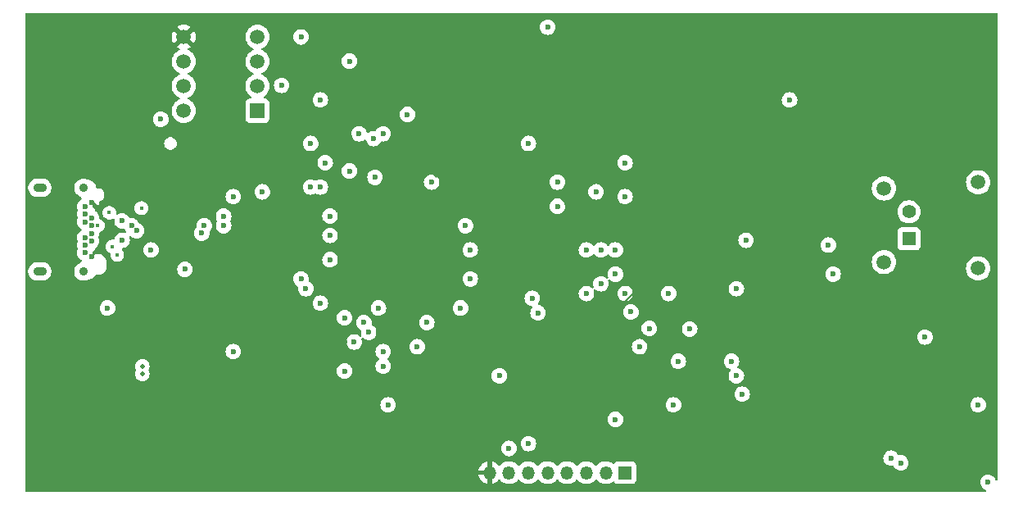
<source format=gbr>
%TF.GenerationSoftware,KiCad,Pcbnew,8.0.2*%
%TF.CreationDate,2025-01-28T20:19:24-08:00*%
%TF.ProjectId,design_revb_2chip,64657369-676e-45f7-9265-76625f326368,rev?*%
%TF.SameCoordinates,Original*%
%TF.FileFunction,Copper,L2,Inr*%
%TF.FilePolarity,Positive*%
%FSLAX46Y46*%
G04 Gerber Fmt 4.6, Leading zero omitted, Abs format (unit mm)*
G04 Created by KiCad (PCBNEW 8.0.2) date 2025-01-28 20:19:24*
%MOMM*%
%LPD*%
G01*
G04 APERTURE LIST*
%TA.AperFunction,ComponentPad*%
%ADD10C,0.499999*%
%TD*%
%TA.AperFunction,ComponentPad*%
%ADD11C,0.600000*%
%TD*%
%TA.AperFunction,ComponentPad*%
%ADD12C,0.900000*%
%TD*%
%TA.AperFunction,ComponentPad*%
%ADD13O,1.400000X0.900000*%
%TD*%
%TA.AperFunction,ComponentPad*%
%ADD14R,1.350000X1.350000*%
%TD*%
%TA.AperFunction,ComponentPad*%
%ADD15O,1.350000X1.350000*%
%TD*%
%TA.AperFunction,ComponentPad*%
%ADD16R,1.498600X1.498600*%
%TD*%
%TA.AperFunction,ComponentPad*%
%ADD17C,1.498600*%
%TD*%
%TA.AperFunction,ComponentPad*%
%ADD18R,1.400000X1.400000*%
%TD*%
%TA.AperFunction,ComponentPad*%
%ADD19C,1.400000*%
%TD*%
%TA.AperFunction,ComponentPad*%
%ADD20C,1.500000*%
%TD*%
%TA.AperFunction,ViaPad*%
%ADD21C,0.600000*%
%TD*%
%TA.AperFunction,ViaPad*%
%ADD22C,0.406400*%
%TD*%
%TA.AperFunction,Conductor*%
%ADD23C,0.200000*%
%TD*%
G04 APERTURE END LIST*
D10*
%TO.N,N/C*%
%TO.C,U2*%
X165087500Y-88000000D03*
X165087500Y-88799998D03*
%TD*%
D11*
%TO.N,GND*%
%TO.C,J4*%
X159850000Y-76700000D03*
%TO.N,/USB_SIDE/USB3_TXP*%
X159150000Y-76300000D03*
%TO.N,/USB_SIDE/USB3_TXN*%
X159150000Y-75500000D03*
%TO.N,VBUS*%
X159850000Y-75100000D03*
%TO.N,unconnected-(J4-CC2-PadB5)*%
X159150000Y-74700000D03*
%TO.N,/USB_SIDE/USB2_P*%
X159850000Y-74300000D03*
%TO.N,/USB_SIDE/USB2_N*%
X159850000Y-73500000D03*
%TO.N,unconnected-(J4-SBU2-PadB8)*%
X159150000Y-73100000D03*
%TO.N,VBUS*%
X159850000Y-72700000D03*
%TO.N,/USB_SIDE/USB3_RXN*%
X159150000Y-72300000D03*
%TO.N,/USB_SIDE/USB3_RXP*%
X159150000Y-71500000D03*
%TO.N,GND*%
X159850000Y-71100000D03*
D12*
%TO.N,USB_SHIELD*%
X159000000Y-78230000D03*
X159000000Y-69570000D03*
D13*
X154500000Y-69570000D03*
X154500000Y-78230000D03*
%TD*%
D14*
%TO.N,GPIO10*%
%TO.C,J2*%
X215000000Y-99000000D03*
D15*
%TO.N,GPIO9*%
X213000000Y-99000000D03*
%TO.N,GPIO8*%
X211000000Y-99000000D03*
%TO.N,GPIO7*%
X209000000Y-99000000D03*
%TO.N,GPIO6*%
X207000000Y-99000000D03*
%TO.N,GPIO5*%
X205000000Y-99000000D03*
%TO.N,GPIO4*%
X203000000Y-99000000D03*
%TO.N,GND*%
X201000000Y-99000000D03*
%TD*%
D16*
%TO.N,Net-(U1-EECS{slash}GPIO0)*%
%TO.C,U3*%
X177000000Y-61620000D03*
D17*
%TO.N,Net-(U1-EECLK{slash}GPIO3)*%
X177000000Y-59080000D03*
%TO.N,Net-(U1-EEDI{slash}GPIO1)*%
X177000000Y-56540000D03*
%TO.N,Net-(U1-EEDO{slash}GPIO2)*%
X177000000Y-54000000D03*
%TO.N,GND*%
X169380000Y-54000000D03*
%TO.N,Net-(U3-ORG)*%
X169380000Y-56540000D03*
%TO.N,unconnected-(U3-NC-Pad7)*%
X169380000Y-59080000D03*
%TO.N,VDD33A*%
X169380000Y-61620000D03*
%TD*%
D18*
%TO.N,/ETH_SIDE/BI_DA+*%
%TO.C,J3*%
X244350000Y-74850000D03*
D19*
%TO.N,/ETH_SIDE/BI_DA-*%
X244350000Y-72050000D03*
D20*
%TO.N,Net-(J3-GND_1)*%
X241750000Y-69650000D03*
X241750000Y-77250000D03*
X251500000Y-69000000D03*
X251500000Y-77900000D03*
%TD*%
D21*
%TO.N,GND*%
X192000000Y-76500000D03*
X192000000Y-74500000D03*
X233000000Y-65000000D03*
X189000000Y-76500000D03*
X220500000Y-76500000D03*
X189000000Y-75500000D03*
X188000000Y-74500000D03*
X180500000Y-72500000D03*
X189000000Y-73500000D03*
X214000000Y-89000000D03*
X191000000Y-76500000D03*
X218500000Y-76500000D03*
X193000000Y-73500000D03*
X189000000Y-78500000D03*
X193000000Y-75500000D03*
X163000000Y-78500000D03*
X220500000Y-74500000D03*
X194500000Y-68000000D03*
X189000000Y-77500000D03*
X193000000Y-78500000D03*
X183500000Y-85500000D03*
X200500000Y-81000000D03*
X210500000Y-58500000D03*
X191000000Y-73500000D03*
X185000000Y-85000000D03*
X189000000Y-74500000D03*
X155087500Y-87000000D03*
X167000000Y-54000000D03*
X189500000Y-84500000D03*
X188000000Y-76500000D03*
X190000000Y-78500000D03*
X190500000Y-58000000D03*
X191000000Y-77500000D03*
X192000000Y-73500000D03*
X193000000Y-74500000D03*
X188000000Y-78500000D03*
X191000000Y-74500000D03*
X217000000Y-55000000D03*
X188000000Y-73500000D03*
X190000000Y-74500000D03*
X163087500Y-86500000D03*
X186000000Y-85500000D03*
X185500000Y-87000000D03*
X252500000Y-86500000D03*
X163087500Y-90500000D03*
X191500000Y-91000000D03*
X190000000Y-77500000D03*
X198500000Y-57000000D03*
X192000000Y-77500000D03*
X191000000Y-75500000D03*
X184000000Y-93500000D03*
X248000000Y-60000000D03*
X188000000Y-75500000D03*
X201500000Y-73500000D03*
X193000000Y-77500000D03*
X192000000Y-78500000D03*
X190000000Y-73500000D03*
X193000000Y-76500000D03*
X186500000Y-64345000D03*
X201500000Y-76000000D03*
X190000000Y-75500000D03*
X155000000Y-85000000D03*
X165500000Y-65500000D03*
X192000000Y-75500000D03*
X227500000Y-85000000D03*
X191000000Y-78500000D03*
X163000000Y-70500000D03*
X201000000Y-97000000D03*
X198500000Y-62500000D03*
X188000000Y-77500000D03*
X198000000Y-85000000D03*
X190000000Y-76500000D03*
X220000000Y-60000000D03*
X196500000Y-84500000D03*
X176500000Y-79500000D03*
X218500000Y-74500000D03*
%TO.N,VDD33A*%
X189149999Y-68500000D03*
X183500000Y-81500000D03*
X195000000Y-69000000D03*
X187000000Y-85500000D03*
X243500000Y-98000000D03*
X174500000Y-86500000D03*
X198500000Y-73500000D03*
X199000000Y-76000000D03*
X202000000Y-89000000D03*
X182500000Y-65000000D03*
X207000000Y-53000000D03*
X192500000Y-62000000D03*
X198000000Y-82000000D03*
X184500000Y-72500000D03*
X186000000Y-83000000D03*
X220000000Y-92000000D03*
X167000000Y-62500000D03*
X246000000Y-85000000D03*
X199000000Y-79000000D03*
X232000000Y-60500000D03*
%TO.N,VDD12A*%
X189500000Y-82000000D03*
X186500000Y-67845000D03*
X184500000Y-74500000D03*
X184500000Y-77000000D03*
X194500000Y-83500000D03*
%TO.N,VDD12*%
X183500000Y-60500000D03*
%TO.N,XI*%
X186000000Y-88500000D03*
X188000000Y-83500000D03*
%TO.N,XO*%
X190500000Y-92000000D03*
X188500000Y-84500000D03*
%TO.N,/ETH_SIDE/VddioA*%
X205000000Y-65000000D03*
X215000000Y-80500000D03*
%TO.N,/ETH_SIDE/Vdd1p0A*%
X226500000Y-80000000D03*
X215000000Y-67000000D03*
%TO.N,/ETH_SIDE/Vdda3p3*%
X221674265Y-84174265D03*
X220500001Y-87500000D03*
%TO.N,Net-(D4-K)*%
X251500000Y-92000000D03*
%TO.N,/ETH_SIDE/LED_1*%
X252500000Y-100000000D03*
%TO.N,VBUS*%
X163000000Y-73000000D03*
X163000000Y-75000000D03*
X161500000Y-82000000D03*
%TO.N,/ETH_SIDE/LED_0_STRP_ON*%
X242500000Y-97500000D03*
%TO.N,GPIO4*%
X203000000Y-96500000D03*
X173500000Y-72500000D03*
%TO.N,GPIO5*%
X205000000Y-96000000D03*
X173500000Y-73500000D03*
%TO.N,RESET_N*%
X177500000Y-70000000D03*
X182000000Y-80000000D03*
X174500000Y-70500000D03*
X184000000Y-67000000D03*
%TO.N,TEST*%
X181500000Y-79000000D03*
%TO.N,Net-(U1-EECLK{slash}GPIO3)*%
X187500000Y-64000000D03*
X179500000Y-59000000D03*
%TO.N,RXD2*%
X208000000Y-69000000D03*
X227100000Y-90900000D03*
%TO.N,TXD3*%
X211000000Y-80500000D03*
X211000000Y-76000000D03*
%TO.N,RX_CTL*%
X227500000Y-75000000D03*
X208000000Y-71500000D03*
%TO.N,RXD1*%
X226500000Y-89000000D03*
X212000000Y-70000000D03*
%TO.N,TXD2*%
X212500000Y-79500000D03*
X212500000Y-76000000D03*
%TO.N,Net-(U1-EEDO{slash}GPIO2)*%
X189000000Y-64500000D03*
X181500000Y-54000000D03*
%TO.N,TXD1*%
X214000000Y-78500000D03*
X214000000Y-76000000D03*
%TO.N,Net-(U1-EEDI{slash}GPIO1)*%
X190000000Y-64000000D03*
X186500000Y-56500000D03*
%TO.N,RXD0*%
X226000000Y-87500000D03*
X215000000Y-70500000D03*
%TO.N,PHY_RESET_N*%
X182500000Y-69500000D03*
X206000000Y-82500000D03*
%TO.N,MDC*%
X190000000Y-86500000D03*
X217499999Y-84100000D03*
%TO.N,PHY_INT_N*%
X183500000Y-69500000D03*
X205400000Y-81000000D03*
%TO.N,REF_25CLK*%
X219500000Y-80500000D03*
X193500000Y-86000000D03*
%TO.N,/ETH_SIDE/BI_DA+*%
X236500000Y-78500000D03*
%TO.N,/ETH_SIDE/BI_DA-*%
X236000000Y-75500000D03*
%TO.N,MDIO*%
X216500000Y-86000000D03*
X190000000Y-88000000D03*
D22*
%TO.N,/USB_SIDE/USB2_P*%
X160500000Y-73500000D03*
D21*
X171500000Y-73500000D03*
X164000000Y-73500000D03*
%TO.N,/USB_SIDE/USB2_N*%
X164500000Y-74000000D03*
X171234835Y-74265165D03*
%TO.N,/ETH_SIDE/LED_0_DIP*%
X214000000Y-93500000D03*
X215600000Y-82400000D03*
D22*
%TO.N,/USB_SIDE/USB3_TXN*%
X161685001Y-72150000D03*
%TO.N,/USB_SIDE/USB3_RXN*%
X162000000Y-75650000D03*
D21*
X169500000Y-78000000D03*
X166000000Y-76000000D03*
D22*
%TO.N,/USB_SIDE/USB3_RXP*%
X162500000Y-76500000D03*
%TO.N,/USB_SIDE/USB3_TXP*%
X164993200Y-71675000D03*
X164993200Y-71675000D03*
%TD*%
D23*
%TO.N,GND*%
X190000000Y-77500000D02*
X191000000Y-77500000D01*
X214000000Y-82348529D02*
X219848529Y-76500000D01*
X189000000Y-73500000D02*
X190000000Y-73500000D01*
X198500000Y-62500000D02*
X198500000Y-62000000D01*
X191000000Y-74500000D02*
X190000000Y-74500000D01*
X189500000Y-84500000D02*
X189500000Y-85000000D01*
X230000000Y-73000000D02*
X227500000Y-70500000D01*
X165000000Y-66000000D02*
X164500000Y-66000000D01*
X192000000Y-76500000D02*
X192000000Y-75500000D01*
X191000000Y-77500000D02*
X192000000Y-77500000D01*
X188000000Y-73500000D02*
X188000000Y-74500000D01*
X248000000Y-82000000D02*
X252500000Y-86500000D01*
X176500000Y-79500000D02*
X176000000Y-79000000D01*
X191500000Y-90500000D02*
X191000000Y-90000000D01*
X191000000Y-73500000D02*
X192000000Y-73500000D01*
X190000000Y-74500000D02*
X189000000Y-74500000D01*
X189500000Y-85000000D02*
X190000000Y-85500000D01*
X190000000Y-75500000D02*
X191000000Y-75500000D01*
X189000000Y-76500000D02*
X189000000Y-77500000D01*
X183500000Y-85500000D02*
X184500000Y-85500000D01*
X195000000Y-68000000D02*
X195500000Y-68500000D01*
X163500000Y-90500000D02*
X164000000Y-91000000D01*
X188000000Y-74500000D02*
X188000000Y-75500000D01*
X188000000Y-76500000D02*
X189000000Y-76500000D01*
X222500000Y-75500000D02*
X227500000Y-70500000D01*
X220000000Y-76500000D02*
X220500000Y-76500000D01*
X188000000Y-78500000D02*
X188000000Y-77500000D01*
X186000000Y-85500000D02*
X185500000Y-85500000D01*
X248000000Y-60000000D02*
X248000000Y-82000000D01*
X192000000Y-74500000D02*
X191000000Y-74500000D01*
X189000000Y-74500000D02*
X189000000Y-75500000D01*
X210500000Y-58500000D02*
X200000000Y-58500000D01*
X192000000Y-78500000D02*
X191000000Y-78500000D01*
X155087500Y-86587500D02*
X154500000Y-86000000D01*
X201000000Y-97000000D02*
X198000000Y-97000000D01*
X189000000Y-77500000D02*
X190000000Y-77500000D01*
X184000000Y-93500000D02*
X184500000Y-94000000D01*
X218500000Y-76500000D02*
X220000000Y-76500000D01*
X201000000Y-80500000D02*
X201500000Y-80500000D01*
X184500000Y-85500000D02*
X185000000Y-85000000D01*
X189000000Y-78500000D02*
X188000000Y-78500000D01*
X191000000Y-75500000D02*
X191000000Y-76500000D01*
X155087500Y-87000000D02*
X155087500Y-86587500D01*
X163087500Y-86500000D02*
X163500000Y-86500000D01*
X190500000Y-58000000D02*
X191000000Y-58000000D01*
X167000000Y-53500000D02*
X166500000Y-53000000D01*
X220000000Y-60000000D02*
X221000000Y-60000000D01*
X214000000Y-89000000D02*
X214000000Y-82348529D01*
X193000000Y-76500000D02*
X193000000Y-75500000D01*
X176000000Y-79000000D02*
X175500000Y-79000000D01*
X189000000Y-75500000D02*
X190000000Y-75500000D01*
X218500000Y-74500000D02*
X218500000Y-76500000D01*
X186000000Y-63845000D02*
X185500000Y-63845000D01*
X163000000Y-70500000D02*
X164000000Y-70500000D01*
X191500000Y-90500000D02*
X191500000Y-91000000D01*
X180500000Y-72500000D02*
X181000000Y-72500000D01*
X185500000Y-86000000D02*
X186000000Y-85500000D01*
X219848529Y-76500000D02*
X220000000Y-76500000D01*
X163000000Y-78500000D02*
X164500000Y-78500000D01*
X167000000Y-54000000D02*
X167000000Y-53500000D01*
X200500000Y-81000000D02*
X201000000Y-80500000D01*
X193000000Y-73500000D02*
X193000000Y-74500000D01*
X163087500Y-90500000D02*
X163500000Y-90500000D01*
X192000000Y-75500000D02*
X192000000Y-74500000D01*
X163500000Y-86500000D02*
X164000000Y-86000000D01*
X194500000Y-68000000D02*
X195000000Y-68000000D01*
X191000000Y-58000000D02*
X191500000Y-57500000D01*
X227500000Y-70500000D02*
X233000000Y-65000000D01*
X165500000Y-65500000D02*
X165000000Y-66000000D01*
X193000000Y-76500000D02*
X193000000Y-77500000D01*
X190000000Y-73500000D02*
X191000000Y-73500000D01*
X191000000Y-78500000D02*
X190000000Y-78500000D01*
X155000000Y-85000000D02*
X154500000Y-85500000D01*
X230000000Y-82500000D02*
X230000000Y-73000000D01*
X220500000Y-74500000D02*
X218500000Y-74500000D01*
X181000000Y-72500000D02*
X181500000Y-73000000D01*
X154500000Y-85500000D02*
X154500000Y-86000000D01*
X193000000Y-78500000D02*
X193000000Y-77500000D01*
X191000000Y-76500000D02*
X190000000Y-76500000D01*
X221500000Y-75500000D02*
X220500000Y-76500000D01*
X198500000Y-57000000D02*
X199000000Y-57500000D01*
X248000000Y-60000000D02*
X238000000Y-60000000D01*
X188000000Y-73500000D02*
X189000000Y-73500000D01*
X192000000Y-77500000D02*
X192000000Y-76500000D01*
X185500000Y-87000000D02*
X185500000Y-86000000D01*
X185500000Y-85500000D02*
X185000000Y-85000000D01*
X198500000Y-62000000D02*
X199000000Y-61500000D01*
X188000000Y-77500000D02*
X188000000Y-76500000D01*
X190000000Y-78500000D02*
X189000000Y-78500000D01*
X193000000Y-74500000D02*
X193000000Y-75500000D01*
X222500000Y-75500000D02*
X221500000Y-75500000D01*
X238000000Y-60000000D02*
X233000000Y-65000000D01*
X197000000Y-85000000D02*
X196500000Y-84500000D01*
X227500000Y-85000000D02*
X230000000Y-82500000D01*
X201500000Y-76000000D02*
X201500000Y-73500000D01*
X193000000Y-78500000D02*
X192000000Y-78500000D01*
X198000000Y-85000000D02*
X197000000Y-85000000D01*
X192000000Y-73500000D02*
X193000000Y-73500000D01*
X200000000Y-58500000D02*
X198500000Y-57000000D01*
X186500000Y-64345000D02*
X186000000Y-63845000D01*
X199000000Y-57500000D02*
X199000000Y-61500000D01*
%TD*%
%TA.AperFunction,Conductor*%
%TO.N,GND*%
G36*
X253442539Y-51520185D02*
G01*
X253488294Y-51572989D01*
X253499500Y-51624500D01*
X253499500Y-99702885D01*
X253479815Y-99769924D01*
X253427011Y-99815679D01*
X253357853Y-99825623D01*
X253294297Y-99796598D01*
X253258459Y-99743840D01*
X253225790Y-99650480D01*
X253225789Y-99650478D01*
X253129816Y-99497738D01*
X253002262Y-99370184D01*
X252849523Y-99274211D01*
X252679254Y-99214631D01*
X252679249Y-99214630D01*
X252500004Y-99194435D01*
X252499996Y-99194435D01*
X252320750Y-99214630D01*
X252320745Y-99214631D01*
X252150476Y-99274211D01*
X251997737Y-99370184D01*
X251870184Y-99497737D01*
X251774211Y-99650476D01*
X251714631Y-99820745D01*
X251714630Y-99820750D01*
X251694435Y-99999996D01*
X251694435Y-100000003D01*
X251714630Y-100179249D01*
X251714631Y-100179254D01*
X251774211Y-100349523D01*
X251870184Y-100502262D01*
X251997738Y-100629816D01*
X252150478Y-100725789D01*
X252243840Y-100758458D01*
X252300617Y-100799180D01*
X252326364Y-100864133D01*
X252312908Y-100932694D01*
X252264521Y-100983097D01*
X252202886Y-100999500D01*
X153124500Y-100999500D01*
X153057461Y-100979815D01*
X153011706Y-100927011D01*
X153000500Y-100875500D01*
X153000500Y-98749999D01*
X199849494Y-98749999D01*
X199849495Y-98750000D01*
X200684314Y-98750000D01*
X200679920Y-98754394D01*
X200627259Y-98845606D01*
X200600000Y-98947339D01*
X200600000Y-99052661D01*
X200627259Y-99154394D01*
X200679920Y-99245606D01*
X200684314Y-99250000D01*
X199849495Y-99250000D01*
X199899651Y-99426280D01*
X199996715Y-99621208D01*
X200127945Y-99794985D01*
X200288868Y-99941685D01*
X200474012Y-100056322D01*
X200474023Y-100056327D01*
X200677060Y-100134984D01*
X200750000Y-100148619D01*
X200750000Y-99315686D01*
X200754394Y-99320080D01*
X200845606Y-99372741D01*
X200947339Y-99400000D01*
X201052661Y-99400000D01*
X201154394Y-99372741D01*
X201245606Y-99320080D01*
X201250000Y-99315686D01*
X201250000Y-100148619D01*
X201322939Y-100134984D01*
X201525976Y-100056327D01*
X201525987Y-100056322D01*
X201711130Y-99941685D01*
X201711131Y-99941685D01*
X201872055Y-99794984D01*
X201900730Y-99757012D01*
X201956838Y-99715374D01*
X202026550Y-99710681D01*
X202087733Y-99744422D01*
X202098640Y-99757009D01*
X202108393Y-99769924D01*
X202127573Y-99795322D01*
X202288568Y-99942088D01*
X202288575Y-99942092D01*
X202288576Y-99942093D01*
X202473786Y-100056770D01*
X202473792Y-100056773D01*
X202496664Y-100065633D01*
X202676931Y-100135470D01*
X202891074Y-100175500D01*
X202891076Y-100175500D01*
X203108924Y-100175500D01*
X203108926Y-100175500D01*
X203323069Y-100135470D01*
X203526210Y-100056772D01*
X203711432Y-99942088D01*
X203872427Y-99795322D01*
X203901047Y-99757422D01*
X203957153Y-99715787D01*
X204026865Y-99711094D01*
X204088048Y-99744836D01*
X204098946Y-99757414D01*
X204127573Y-99795322D01*
X204127576Y-99795325D01*
X204127578Y-99795327D01*
X204242569Y-99900154D01*
X204288568Y-99942088D01*
X204288575Y-99942092D01*
X204288576Y-99942093D01*
X204473786Y-100056770D01*
X204473792Y-100056773D01*
X204496664Y-100065633D01*
X204676931Y-100135470D01*
X204891074Y-100175500D01*
X204891076Y-100175500D01*
X205108924Y-100175500D01*
X205108926Y-100175500D01*
X205323069Y-100135470D01*
X205526210Y-100056772D01*
X205711432Y-99942088D01*
X205872427Y-99795322D01*
X205901047Y-99757422D01*
X205957153Y-99715787D01*
X206026865Y-99711094D01*
X206088048Y-99744836D01*
X206098946Y-99757414D01*
X206127573Y-99795322D01*
X206127576Y-99795325D01*
X206127578Y-99795327D01*
X206242569Y-99900154D01*
X206288568Y-99942088D01*
X206288575Y-99942092D01*
X206288576Y-99942093D01*
X206473786Y-100056770D01*
X206473792Y-100056773D01*
X206496664Y-100065633D01*
X206676931Y-100135470D01*
X206891074Y-100175500D01*
X206891076Y-100175500D01*
X207108924Y-100175500D01*
X207108926Y-100175500D01*
X207323069Y-100135470D01*
X207526210Y-100056772D01*
X207711432Y-99942088D01*
X207872427Y-99795322D01*
X207901047Y-99757422D01*
X207957153Y-99715787D01*
X208026865Y-99711094D01*
X208088048Y-99744836D01*
X208098946Y-99757414D01*
X208127573Y-99795322D01*
X208127576Y-99795325D01*
X208127578Y-99795327D01*
X208242569Y-99900154D01*
X208288568Y-99942088D01*
X208288575Y-99942092D01*
X208288576Y-99942093D01*
X208473786Y-100056770D01*
X208473792Y-100056773D01*
X208496664Y-100065633D01*
X208676931Y-100135470D01*
X208891074Y-100175500D01*
X208891076Y-100175500D01*
X209108924Y-100175500D01*
X209108926Y-100175500D01*
X209323069Y-100135470D01*
X209526210Y-100056772D01*
X209711432Y-99942088D01*
X209872427Y-99795322D01*
X209901047Y-99757422D01*
X209957153Y-99715787D01*
X210026865Y-99711094D01*
X210088048Y-99744836D01*
X210098946Y-99757414D01*
X210127573Y-99795322D01*
X210127576Y-99795325D01*
X210127578Y-99795327D01*
X210242569Y-99900154D01*
X210288568Y-99942088D01*
X210288575Y-99942092D01*
X210288576Y-99942093D01*
X210473786Y-100056770D01*
X210473792Y-100056773D01*
X210496664Y-100065633D01*
X210676931Y-100135470D01*
X210891074Y-100175500D01*
X210891076Y-100175500D01*
X211108924Y-100175500D01*
X211108926Y-100175500D01*
X211323069Y-100135470D01*
X211526210Y-100056772D01*
X211711432Y-99942088D01*
X211872427Y-99795322D01*
X211901047Y-99757422D01*
X211957153Y-99715787D01*
X212026865Y-99711094D01*
X212088048Y-99744836D01*
X212098946Y-99757414D01*
X212127573Y-99795322D01*
X212127576Y-99795325D01*
X212127578Y-99795327D01*
X212242569Y-99900154D01*
X212288568Y-99942088D01*
X212288575Y-99942092D01*
X212288576Y-99942093D01*
X212473786Y-100056770D01*
X212473792Y-100056773D01*
X212496664Y-100065633D01*
X212676931Y-100135470D01*
X212891074Y-100175500D01*
X212891076Y-100175500D01*
X213108924Y-100175500D01*
X213108926Y-100175500D01*
X213323069Y-100135470D01*
X213526210Y-100056772D01*
X213711432Y-99942088D01*
X213722407Y-99932082D01*
X213785207Y-99901463D01*
X213854594Y-99909657D01*
X213905214Y-99949405D01*
X213967452Y-100032544D01*
X213967455Y-100032547D01*
X214082664Y-100118793D01*
X214082671Y-100118797D01*
X214217517Y-100169091D01*
X214217516Y-100169091D01*
X214224444Y-100169835D01*
X214277127Y-100175500D01*
X215722872Y-100175499D01*
X215782483Y-100169091D01*
X215917331Y-100118796D01*
X216032546Y-100032546D01*
X216118796Y-99917331D01*
X216169091Y-99782483D01*
X216175500Y-99722873D01*
X216175499Y-98277128D01*
X216169091Y-98217517D01*
X216164426Y-98205010D01*
X216118797Y-98082671D01*
X216118793Y-98082664D01*
X216032547Y-97967455D01*
X216032544Y-97967452D01*
X215917335Y-97881206D01*
X215917328Y-97881202D01*
X215782482Y-97830908D01*
X215782483Y-97830908D01*
X215722883Y-97824501D01*
X215722881Y-97824500D01*
X215722873Y-97824500D01*
X215722864Y-97824500D01*
X214277129Y-97824500D01*
X214277123Y-97824501D01*
X214217516Y-97830908D01*
X214082671Y-97881202D01*
X214082664Y-97881206D01*
X213967455Y-97967452D01*
X213905214Y-98050594D01*
X213849279Y-98092465D01*
X213779588Y-98097448D01*
X213722411Y-98067920D01*
X213711434Y-98057913D01*
X213711429Y-98057910D01*
X213526213Y-97943229D01*
X213526207Y-97943226D01*
X213441113Y-97910260D01*
X213323069Y-97864530D01*
X213108926Y-97824500D01*
X212891074Y-97824500D01*
X212676931Y-97864530D01*
X212633896Y-97881202D01*
X212473792Y-97943226D01*
X212473786Y-97943229D01*
X212288576Y-98057906D01*
X212288566Y-98057913D01*
X212127573Y-98204676D01*
X212098953Y-98242576D01*
X212042844Y-98284211D01*
X211973132Y-98288902D01*
X211911950Y-98255159D01*
X211901047Y-98242576D01*
X211872426Y-98204676D01*
X211711433Y-98057913D01*
X211711423Y-98057906D01*
X211526213Y-97943229D01*
X211526207Y-97943226D01*
X211441113Y-97910260D01*
X211323069Y-97864530D01*
X211108926Y-97824500D01*
X210891074Y-97824500D01*
X210676931Y-97864530D01*
X210633896Y-97881202D01*
X210473792Y-97943226D01*
X210473786Y-97943229D01*
X210288576Y-98057906D01*
X210288566Y-98057913D01*
X210127573Y-98204676D01*
X210098953Y-98242576D01*
X210042844Y-98284211D01*
X209973132Y-98288902D01*
X209911950Y-98255159D01*
X209901047Y-98242576D01*
X209872426Y-98204676D01*
X209711433Y-98057913D01*
X209711423Y-98057906D01*
X209526213Y-97943229D01*
X209526207Y-97943226D01*
X209441113Y-97910260D01*
X209323069Y-97864530D01*
X209108926Y-97824500D01*
X208891074Y-97824500D01*
X208676931Y-97864530D01*
X208633896Y-97881202D01*
X208473792Y-97943226D01*
X208473786Y-97943229D01*
X208288576Y-98057906D01*
X208288566Y-98057913D01*
X208127573Y-98204676D01*
X208098953Y-98242576D01*
X208042844Y-98284211D01*
X207973132Y-98288902D01*
X207911950Y-98255159D01*
X207901047Y-98242576D01*
X207872426Y-98204676D01*
X207711433Y-98057913D01*
X207711423Y-98057906D01*
X207526213Y-97943229D01*
X207526207Y-97943226D01*
X207441113Y-97910260D01*
X207323069Y-97864530D01*
X207108926Y-97824500D01*
X206891074Y-97824500D01*
X206676931Y-97864530D01*
X206633896Y-97881202D01*
X206473792Y-97943226D01*
X206473786Y-97943229D01*
X206288576Y-98057906D01*
X206288566Y-98057913D01*
X206127573Y-98204676D01*
X206098953Y-98242576D01*
X206042844Y-98284211D01*
X205973132Y-98288902D01*
X205911950Y-98255159D01*
X205901047Y-98242576D01*
X205872426Y-98204676D01*
X205711433Y-98057913D01*
X205711423Y-98057906D01*
X205526213Y-97943229D01*
X205526207Y-97943226D01*
X205441113Y-97910260D01*
X205323069Y-97864530D01*
X205108926Y-97824500D01*
X204891074Y-97824500D01*
X204676931Y-97864530D01*
X204633896Y-97881202D01*
X204473792Y-97943226D01*
X204473786Y-97943229D01*
X204288576Y-98057906D01*
X204288566Y-98057913D01*
X204127573Y-98204676D01*
X204098953Y-98242576D01*
X204042844Y-98284211D01*
X203973132Y-98288902D01*
X203911950Y-98255159D01*
X203901047Y-98242576D01*
X203872426Y-98204676D01*
X203711433Y-98057913D01*
X203711423Y-98057906D01*
X203526213Y-97943229D01*
X203526207Y-97943226D01*
X203441113Y-97910260D01*
X203323069Y-97864530D01*
X203108926Y-97824500D01*
X202891074Y-97824500D01*
X202676931Y-97864530D01*
X202633896Y-97881202D01*
X202473792Y-97943226D01*
X202473786Y-97943229D01*
X202288576Y-98057906D01*
X202288566Y-98057913D01*
X202127574Y-98204676D01*
X202098640Y-98242991D01*
X202042530Y-98284627D01*
X201972818Y-98289318D01*
X201911637Y-98255576D01*
X201900731Y-98242990D01*
X201872051Y-98205011D01*
X201872050Y-98205010D01*
X201711131Y-98058314D01*
X201525987Y-97943677D01*
X201525985Y-97943676D01*
X201322931Y-97865013D01*
X201322921Y-97865010D01*
X201250001Y-97851378D01*
X201250000Y-97851379D01*
X201250000Y-98684314D01*
X201245606Y-98679920D01*
X201154394Y-98627259D01*
X201052661Y-98600000D01*
X200947339Y-98600000D01*
X200845606Y-98627259D01*
X200754394Y-98679920D01*
X200750000Y-98684314D01*
X200750000Y-97851379D01*
X200749998Y-97851378D01*
X200677078Y-97865010D01*
X200677068Y-97865013D01*
X200474014Y-97943676D01*
X200474012Y-97943677D01*
X200288869Y-98058314D01*
X200288868Y-98058314D01*
X200127945Y-98205014D01*
X199996715Y-98378791D01*
X199899651Y-98573719D01*
X199849494Y-98749999D01*
X153000500Y-98749999D01*
X153000500Y-97499996D01*
X241694435Y-97499996D01*
X241694435Y-97500003D01*
X241714630Y-97679249D01*
X241714631Y-97679254D01*
X241774211Y-97849523D01*
X241848311Y-97967452D01*
X241870184Y-98002262D01*
X241997738Y-98129816D01*
X242076410Y-98179249D01*
X242137311Y-98217516D01*
X242150478Y-98225789D01*
X242318627Y-98284627D01*
X242320745Y-98285368D01*
X242320750Y-98285369D01*
X242499996Y-98305565D01*
X242500000Y-98305565D01*
X242500003Y-98305565D01*
X242652862Y-98288342D01*
X242721684Y-98300396D01*
X242771740Y-98345590D01*
X242792602Y-98378791D01*
X242870184Y-98502262D01*
X242997738Y-98629816D01*
X243150478Y-98725789D01*
X243314198Y-98783077D01*
X243320745Y-98785368D01*
X243320750Y-98785369D01*
X243499996Y-98805565D01*
X243500000Y-98805565D01*
X243500004Y-98805565D01*
X243679249Y-98785369D01*
X243679252Y-98785368D01*
X243679255Y-98785368D01*
X243849522Y-98725789D01*
X244002262Y-98629816D01*
X244129816Y-98502262D01*
X244225789Y-98349522D01*
X244285368Y-98179255D01*
X244285369Y-98179249D01*
X244305565Y-98000003D01*
X244305565Y-97999996D01*
X244285369Y-97820750D01*
X244285368Y-97820745D01*
X244225789Y-97650478D01*
X244129816Y-97497738D01*
X244002262Y-97370184D01*
X243849523Y-97274211D01*
X243679254Y-97214631D01*
X243679249Y-97214630D01*
X243500004Y-97194435D01*
X243499996Y-97194435D01*
X243347136Y-97211657D01*
X243278314Y-97199602D01*
X243228259Y-97154409D01*
X243212806Y-97129816D01*
X243129816Y-96997738D01*
X243002262Y-96870184D01*
X242899422Y-96805565D01*
X242849523Y-96774211D01*
X242679254Y-96714631D01*
X242679249Y-96714630D01*
X242500004Y-96694435D01*
X242499996Y-96694435D01*
X242320750Y-96714630D01*
X242320745Y-96714631D01*
X242150476Y-96774211D01*
X241997737Y-96870184D01*
X241870184Y-96997737D01*
X241774211Y-97150476D01*
X241714631Y-97320745D01*
X241714630Y-97320750D01*
X241694435Y-97499996D01*
X153000500Y-97499996D01*
X153000500Y-96499996D01*
X202194435Y-96499996D01*
X202194435Y-96500003D01*
X202214630Y-96679249D01*
X202214631Y-96679254D01*
X202274211Y-96849523D01*
X202367341Y-96997737D01*
X202370184Y-97002262D01*
X202497738Y-97129816D01*
X202588080Y-97186582D01*
X202632721Y-97214632D01*
X202650478Y-97225789D01*
X202683189Y-97237235D01*
X202820745Y-97285368D01*
X202820750Y-97285369D01*
X202999996Y-97305565D01*
X203000000Y-97305565D01*
X203000004Y-97305565D01*
X203179249Y-97285369D01*
X203179252Y-97285368D01*
X203179255Y-97285368D01*
X203349522Y-97225789D01*
X203502262Y-97129816D01*
X203629816Y-97002262D01*
X203725789Y-96849522D01*
X203785368Y-96679255D01*
X203785369Y-96679249D01*
X203805565Y-96500003D01*
X203805565Y-96499996D01*
X203785369Y-96320750D01*
X203785368Y-96320745D01*
X203725789Y-96150478D01*
X203631235Y-95999996D01*
X204194435Y-95999996D01*
X204194435Y-96000003D01*
X204214630Y-96179249D01*
X204214631Y-96179254D01*
X204274211Y-96349523D01*
X204368760Y-96499996D01*
X204370184Y-96502262D01*
X204497738Y-96629816D01*
X204576410Y-96679249D01*
X204632721Y-96714632D01*
X204650478Y-96725789D01*
X204788860Y-96774211D01*
X204820745Y-96785368D01*
X204820750Y-96785369D01*
X204999996Y-96805565D01*
X205000000Y-96805565D01*
X205000004Y-96805565D01*
X205179249Y-96785369D01*
X205179252Y-96785368D01*
X205179255Y-96785368D01*
X205349522Y-96725789D01*
X205502262Y-96629816D01*
X205629816Y-96502262D01*
X205725789Y-96349522D01*
X205785368Y-96179255D01*
X205785369Y-96179249D01*
X205805565Y-96000003D01*
X205805565Y-95999996D01*
X205785369Y-95820750D01*
X205785368Y-95820745D01*
X205725788Y-95650476D01*
X205629815Y-95497737D01*
X205502262Y-95370184D01*
X205349523Y-95274211D01*
X205179254Y-95214631D01*
X205179249Y-95214630D01*
X205000004Y-95194435D01*
X204999996Y-95194435D01*
X204820750Y-95214630D01*
X204820745Y-95214631D01*
X204650476Y-95274211D01*
X204497737Y-95370184D01*
X204370184Y-95497737D01*
X204274211Y-95650476D01*
X204214631Y-95820745D01*
X204214630Y-95820750D01*
X204194435Y-95999996D01*
X203631235Y-95999996D01*
X203629816Y-95997738D01*
X203502262Y-95870184D01*
X203349523Y-95774211D01*
X203179254Y-95714631D01*
X203179249Y-95714630D01*
X203000004Y-95694435D01*
X202999996Y-95694435D01*
X202820750Y-95714630D01*
X202820745Y-95714631D01*
X202650476Y-95774211D01*
X202497737Y-95870184D01*
X202370184Y-95997737D01*
X202274211Y-96150476D01*
X202214631Y-96320745D01*
X202214630Y-96320750D01*
X202194435Y-96499996D01*
X153000500Y-96499996D01*
X153000500Y-93499996D01*
X213194435Y-93499996D01*
X213194435Y-93500003D01*
X213214630Y-93679249D01*
X213214631Y-93679254D01*
X213274211Y-93849523D01*
X213370184Y-94002262D01*
X213497738Y-94129816D01*
X213650478Y-94225789D01*
X213820745Y-94285368D01*
X213820750Y-94285369D01*
X213999996Y-94305565D01*
X214000000Y-94305565D01*
X214000004Y-94305565D01*
X214179249Y-94285369D01*
X214179252Y-94285368D01*
X214179255Y-94285368D01*
X214349522Y-94225789D01*
X214502262Y-94129816D01*
X214629816Y-94002262D01*
X214725789Y-93849522D01*
X214785368Y-93679255D01*
X214805565Y-93500000D01*
X214785368Y-93320745D01*
X214725789Y-93150478D01*
X214629816Y-92997738D01*
X214502262Y-92870184D01*
X214399422Y-92805565D01*
X214349523Y-92774211D01*
X214179254Y-92714631D01*
X214179249Y-92714630D01*
X214000004Y-92694435D01*
X213999996Y-92694435D01*
X213820750Y-92714630D01*
X213820745Y-92714631D01*
X213650476Y-92774211D01*
X213497737Y-92870184D01*
X213370184Y-92997737D01*
X213274211Y-93150476D01*
X213214631Y-93320745D01*
X213214630Y-93320750D01*
X213194435Y-93499996D01*
X153000500Y-93499996D01*
X153000500Y-91999996D01*
X189694435Y-91999996D01*
X189694435Y-92000003D01*
X189714630Y-92179249D01*
X189714631Y-92179254D01*
X189774211Y-92349523D01*
X189870184Y-92502262D01*
X189997738Y-92629816D01*
X190088080Y-92686582D01*
X190132721Y-92714632D01*
X190150478Y-92725789D01*
X190288860Y-92774211D01*
X190320745Y-92785368D01*
X190320750Y-92785369D01*
X190499996Y-92805565D01*
X190500000Y-92805565D01*
X190500004Y-92805565D01*
X190679249Y-92785369D01*
X190679252Y-92785368D01*
X190679255Y-92785368D01*
X190849522Y-92725789D01*
X191002262Y-92629816D01*
X191129816Y-92502262D01*
X191225789Y-92349522D01*
X191285368Y-92179255D01*
X191305565Y-92000000D01*
X191305565Y-91999996D01*
X219194435Y-91999996D01*
X219194435Y-92000003D01*
X219214630Y-92179249D01*
X219214631Y-92179254D01*
X219274211Y-92349523D01*
X219370184Y-92502262D01*
X219497738Y-92629816D01*
X219588080Y-92686582D01*
X219632721Y-92714632D01*
X219650478Y-92725789D01*
X219788860Y-92774211D01*
X219820745Y-92785368D01*
X219820750Y-92785369D01*
X219999996Y-92805565D01*
X220000000Y-92805565D01*
X220000004Y-92805565D01*
X220179249Y-92785369D01*
X220179252Y-92785368D01*
X220179255Y-92785368D01*
X220349522Y-92725789D01*
X220502262Y-92629816D01*
X220629816Y-92502262D01*
X220725789Y-92349522D01*
X220785368Y-92179255D01*
X220805565Y-92000000D01*
X220805565Y-91999996D01*
X250694435Y-91999996D01*
X250694435Y-92000003D01*
X250714630Y-92179249D01*
X250714631Y-92179254D01*
X250774211Y-92349523D01*
X250870184Y-92502262D01*
X250997738Y-92629816D01*
X251088080Y-92686582D01*
X251132721Y-92714632D01*
X251150478Y-92725789D01*
X251288860Y-92774211D01*
X251320745Y-92785368D01*
X251320750Y-92785369D01*
X251499996Y-92805565D01*
X251500000Y-92805565D01*
X251500004Y-92805565D01*
X251679249Y-92785369D01*
X251679252Y-92785368D01*
X251679255Y-92785368D01*
X251849522Y-92725789D01*
X252002262Y-92629816D01*
X252129816Y-92502262D01*
X252225789Y-92349522D01*
X252285368Y-92179255D01*
X252305565Y-92000000D01*
X252285368Y-91820745D01*
X252225789Y-91650478D01*
X252129816Y-91497738D01*
X252002262Y-91370184D01*
X251849523Y-91274211D01*
X251679254Y-91214631D01*
X251679249Y-91214630D01*
X251500004Y-91194435D01*
X251499996Y-91194435D01*
X251320750Y-91214630D01*
X251320745Y-91214631D01*
X251150476Y-91274211D01*
X250997737Y-91370184D01*
X250870184Y-91497737D01*
X250774211Y-91650476D01*
X250714631Y-91820745D01*
X250714630Y-91820750D01*
X250694435Y-91999996D01*
X220805565Y-91999996D01*
X220785368Y-91820745D01*
X220725789Y-91650478D01*
X220629816Y-91497738D01*
X220502262Y-91370184D01*
X220349523Y-91274211D01*
X220179254Y-91214631D01*
X220179249Y-91214630D01*
X220000004Y-91194435D01*
X219999996Y-91194435D01*
X219820750Y-91214630D01*
X219820745Y-91214631D01*
X219650476Y-91274211D01*
X219497737Y-91370184D01*
X219370184Y-91497737D01*
X219274211Y-91650476D01*
X219214631Y-91820745D01*
X219214630Y-91820750D01*
X219194435Y-91999996D01*
X191305565Y-91999996D01*
X191285368Y-91820745D01*
X191225789Y-91650478D01*
X191129816Y-91497738D01*
X191002262Y-91370184D01*
X190849523Y-91274211D01*
X190679254Y-91214631D01*
X190679249Y-91214630D01*
X190500004Y-91194435D01*
X190499996Y-91194435D01*
X190320750Y-91214630D01*
X190320745Y-91214631D01*
X190150476Y-91274211D01*
X189997737Y-91370184D01*
X189870184Y-91497737D01*
X189774211Y-91650476D01*
X189714631Y-91820745D01*
X189714630Y-91820750D01*
X189694435Y-91999996D01*
X153000500Y-91999996D01*
X153000500Y-90899996D01*
X226294435Y-90899996D01*
X226294435Y-90900003D01*
X226314630Y-91079249D01*
X226314631Y-91079254D01*
X226374211Y-91249523D01*
X226389724Y-91274211D01*
X226470184Y-91402262D01*
X226597738Y-91529816D01*
X226750478Y-91625789D01*
X226920745Y-91685368D01*
X226920750Y-91685369D01*
X227099996Y-91705565D01*
X227100000Y-91705565D01*
X227100004Y-91705565D01*
X227279249Y-91685369D01*
X227279252Y-91685368D01*
X227279255Y-91685368D01*
X227449522Y-91625789D01*
X227602262Y-91529816D01*
X227729816Y-91402262D01*
X227825789Y-91249522D01*
X227885368Y-91079255D01*
X227905565Y-90900000D01*
X227885368Y-90720745D01*
X227825789Y-90550478D01*
X227729816Y-90397738D01*
X227602262Y-90270184D01*
X227449523Y-90174211D01*
X227279254Y-90114631D01*
X227279249Y-90114630D01*
X227100004Y-90094435D01*
X227099996Y-90094435D01*
X226920750Y-90114630D01*
X226920745Y-90114631D01*
X226750476Y-90174211D01*
X226597737Y-90270184D01*
X226470184Y-90397737D01*
X226374211Y-90550476D01*
X226314631Y-90720745D01*
X226314630Y-90720750D01*
X226294435Y-90899996D01*
X153000500Y-90899996D01*
X153000500Y-87999997D01*
X164332252Y-87999997D01*
X164332252Y-88000002D01*
X164351186Y-88168053D01*
X164351187Y-88168056D01*
X164407045Y-88327691D01*
X164411027Y-88334028D01*
X164430027Y-88401265D01*
X164411027Y-88465970D01*
X164407045Y-88472306D01*
X164351187Y-88631941D01*
X164351186Y-88631944D01*
X164332252Y-88799995D01*
X164332252Y-88800000D01*
X164351186Y-88968051D01*
X164351187Y-88968054D01*
X164407045Y-89127689D01*
X164468685Y-89225788D01*
X164497023Y-89270887D01*
X164616611Y-89390475D01*
X164759810Y-89480453D01*
X164919442Y-89536310D01*
X164919443Y-89536310D01*
X164919446Y-89536311D01*
X165087497Y-89555246D01*
X165087500Y-89555246D01*
X165087503Y-89555246D01*
X165255553Y-89536311D01*
X165255554Y-89536310D01*
X165255558Y-89536310D01*
X165415190Y-89480453D01*
X165558389Y-89390475D01*
X165677977Y-89270887D01*
X165767955Y-89127688D01*
X165823812Y-88968056D01*
X165840411Y-88820745D01*
X165842748Y-88800000D01*
X165842748Y-88799995D01*
X165823813Y-88631944D01*
X165823812Y-88631941D01*
X165823812Y-88631940D01*
X165777643Y-88499996D01*
X185194435Y-88499996D01*
X185194435Y-88500003D01*
X185214630Y-88679249D01*
X185214631Y-88679254D01*
X185274211Y-88849523D01*
X185348688Y-88968051D01*
X185370184Y-89002262D01*
X185497738Y-89129816D01*
X185650478Y-89225789D01*
X185779361Y-89270887D01*
X185820745Y-89285368D01*
X185820750Y-89285369D01*
X185999996Y-89305565D01*
X186000000Y-89305565D01*
X186000004Y-89305565D01*
X186179249Y-89285369D01*
X186179252Y-89285368D01*
X186179255Y-89285368D01*
X186349522Y-89225789D01*
X186502262Y-89129816D01*
X186629816Y-89002262D01*
X186631240Y-88999996D01*
X201194435Y-88999996D01*
X201194435Y-89000003D01*
X201214630Y-89179249D01*
X201214631Y-89179254D01*
X201274211Y-89349523D01*
X201356480Y-89480452D01*
X201370184Y-89502262D01*
X201497738Y-89629816D01*
X201650478Y-89725789D01*
X201820745Y-89785368D01*
X201820750Y-89785369D01*
X201999996Y-89805565D01*
X202000000Y-89805565D01*
X202000004Y-89805565D01*
X202179249Y-89785369D01*
X202179252Y-89785368D01*
X202179255Y-89785368D01*
X202349522Y-89725789D01*
X202502262Y-89629816D01*
X202629816Y-89502262D01*
X202725789Y-89349522D01*
X202785368Y-89179255D01*
X202785369Y-89179249D01*
X202805565Y-89000003D01*
X202805565Y-88999996D01*
X202785369Y-88820750D01*
X202785368Y-88820745D01*
X202752141Y-88725788D01*
X202725789Y-88650478D01*
X202714141Y-88631941D01*
X202686582Y-88588080D01*
X202629816Y-88497738D01*
X202502262Y-88370184D01*
X202434635Y-88327691D01*
X202349523Y-88274211D01*
X202179254Y-88214631D01*
X202179249Y-88214630D01*
X202000004Y-88194435D01*
X201999996Y-88194435D01*
X201820750Y-88214630D01*
X201820745Y-88214631D01*
X201650476Y-88274211D01*
X201497737Y-88370184D01*
X201370184Y-88497737D01*
X201274211Y-88650476D01*
X201214631Y-88820745D01*
X201214630Y-88820750D01*
X201194435Y-88999996D01*
X186631240Y-88999996D01*
X186725789Y-88849522D01*
X186785368Y-88679255D01*
X186785369Y-88679249D01*
X186805565Y-88500003D01*
X186805565Y-88499996D01*
X186785369Y-88320750D01*
X186785368Y-88320745D01*
X186748237Y-88214630D01*
X186725789Y-88150478D01*
X186629816Y-87997738D01*
X186502262Y-87870184D01*
X186441402Y-87831943D01*
X186349523Y-87774211D01*
X186179254Y-87714631D01*
X186179249Y-87714630D01*
X186000004Y-87694435D01*
X185999996Y-87694435D01*
X185820750Y-87714630D01*
X185820745Y-87714631D01*
X185650476Y-87774211D01*
X185497737Y-87870184D01*
X185370184Y-87997737D01*
X185274211Y-88150476D01*
X185214631Y-88320745D01*
X185214630Y-88320750D01*
X185194435Y-88499996D01*
X165777643Y-88499996D01*
X165767955Y-88472308D01*
X165763974Y-88465973D01*
X165744973Y-88398738D01*
X165763975Y-88334024D01*
X165767955Y-88327690D01*
X165823812Y-88168058D01*
X165829219Y-88120077D01*
X165842748Y-88000002D01*
X165842748Y-87999997D01*
X165823813Y-87831946D01*
X165823812Y-87831943D01*
X165819895Y-87820750D01*
X165767955Y-87672310D01*
X165677977Y-87529111D01*
X165558389Y-87409523D01*
X165495785Y-87370186D01*
X165415191Y-87319545D01*
X165255556Y-87263687D01*
X165255553Y-87263686D01*
X165087503Y-87244752D01*
X165087497Y-87244752D01*
X164919446Y-87263686D01*
X164919443Y-87263687D01*
X164759808Y-87319545D01*
X164616610Y-87409523D01*
X164497023Y-87529110D01*
X164407045Y-87672308D01*
X164351187Y-87831943D01*
X164351186Y-87831946D01*
X164332252Y-87999997D01*
X153000500Y-87999997D01*
X153000500Y-86499996D01*
X173694435Y-86499996D01*
X173694435Y-86500003D01*
X173714630Y-86679249D01*
X173714631Y-86679254D01*
X173774211Y-86849523D01*
X173867341Y-86997737D01*
X173870184Y-87002262D01*
X173997738Y-87129816D01*
X174150478Y-87225789D01*
X174288860Y-87274211D01*
X174320745Y-87285368D01*
X174320750Y-87285369D01*
X174499996Y-87305565D01*
X174500000Y-87305565D01*
X174500004Y-87305565D01*
X174679249Y-87285369D01*
X174679252Y-87285368D01*
X174679255Y-87285368D01*
X174849522Y-87225789D01*
X175002262Y-87129816D01*
X175129816Y-87002262D01*
X175225789Y-86849522D01*
X175285368Y-86679255D01*
X175285369Y-86679249D01*
X175305565Y-86500003D01*
X175305565Y-86499996D01*
X189194435Y-86499996D01*
X189194435Y-86500003D01*
X189214630Y-86679249D01*
X189214631Y-86679254D01*
X189274211Y-86849523D01*
X189367341Y-86997737D01*
X189370184Y-87002262D01*
X189497738Y-87129816D01*
X189521911Y-87145005D01*
X189521913Y-87145006D01*
X189568204Y-87197341D01*
X189578852Y-87266395D01*
X189550477Y-87330243D01*
X189521913Y-87354994D01*
X189497737Y-87370184D01*
X189370184Y-87497737D01*
X189274211Y-87650476D01*
X189214631Y-87820745D01*
X189214630Y-87820750D01*
X189194435Y-87999996D01*
X189194435Y-88000003D01*
X189214630Y-88179249D01*
X189214631Y-88179254D01*
X189274211Y-88349523D01*
X189347380Y-88465970D01*
X189370184Y-88502262D01*
X189497738Y-88629816D01*
X189650478Y-88725789D01*
X189820745Y-88785368D01*
X189820750Y-88785369D01*
X189999996Y-88805565D01*
X190000000Y-88805565D01*
X190000004Y-88805565D01*
X190179249Y-88785369D01*
X190179252Y-88785368D01*
X190179255Y-88785368D01*
X190349522Y-88725789D01*
X190502262Y-88629816D01*
X190629816Y-88502262D01*
X190725789Y-88349522D01*
X190785368Y-88179255D01*
X190786630Y-88168053D01*
X190805565Y-88000003D01*
X190805565Y-87999996D01*
X190785369Y-87820750D01*
X190785368Y-87820745D01*
X190741170Y-87694435D01*
X190725789Y-87650478D01*
X190631235Y-87499996D01*
X219694436Y-87499996D01*
X219694436Y-87500003D01*
X219714631Y-87679249D01*
X219714632Y-87679254D01*
X219774212Y-87849523D01*
X219867342Y-87997737D01*
X219870185Y-88002262D01*
X219997739Y-88129816D01*
X220058593Y-88168053D01*
X220132722Y-88214632D01*
X220150479Y-88225789D01*
X220288861Y-88274211D01*
X220320746Y-88285368D01*
X220320751Y-88285369D01*
X220499997Y-88305565D01*
X220500001Y-88305565D01*
X220500005Y-88305565D01*
X220679250Y-88285369D01*
X220679253Y-88285368D01*
X220679256Y-88285368D01*
X220849523Y-88225789D01*
X221002263Y-88129816D01*
X221129817Y-88002262D01*
X221225790Y-87849522D01*
X221285369Y-87679255D01*
X221286152Y-87672308D01*
X221305566Y-87500003D01*
X221305566Y-87499996D01*
X225194435Y-87499996D01*
X225194435Y-87500003D01*
X225214630Y-87679249D01*
X225214631Y-87679254D01*
X225274211Y-87849523D01*
X225367341Y-87997737D01*
X225370184Y-88002262D01*
X225497738Y-88129816D01*
X225558592Y-88168053D01*
X225632721Y-88214632D01*
X225650478Y-88225789D01*
X225788860Y-88274211D01*
X225827318Y-88287668D01*
X225826373Y-88290367D01*
X225876132Y-88318192D01*
X225908998Y-88379848D01*
X225903313Y-88449486D01*
X225875259Y-88492663D01*
X225870183Y-88497738D01*
X225774211Y-88650476D01*
X225714631Y-88820745D01*
X225714630Y-88820750D01*
X225694435Y-88999996D01*
X225694435Y-89000003D01*
X225714630Y-89179249D01*
X225714631Y-89179254D01*
X225774211Y-89349523D01*
X225856480Y-89480452D01*
X225870184Y-89502262D01*
X225997738Y-89629816D01*
X226150478Y-89725789D01*
X226320745Y-89785368D01*
X226320750Y-89785369D01*
X226499996Y-89805565D01*
X226500000Y-89805565D01*
X226500004Y-89805565D01*
X226679249Y-89785369D01*
X226679252Y-89785368D01*
X226679255Y-89785368D01*
X226849522Y-89725789D01*
X227002262Y-89629816D01*
X227129816Y-89502262D01*
X227225789Y-89349522D01*
X227285368Y-89179255D01*
X227285369Y-89179249D01*
X227305565Y-89000003D01*
X227305565Y-88999996D01*
X227285369Y-88820750D01*
X227285368Y-88820745D01*
X227252141Y-88725788D01*
X227225789Y-88650478D01*
X227214141Y-88631941D01*
X227186582Y-88588080D01*
X227129816Y-88497738D01*
X227002262Y-88370184D01*
X226934635Y-88327691D01*
X226849523Y-88274211D01*
X226672682Y-88212332D01*
X226673622Y-88209644D01*
X226623814Y-88181754D01*
X226590985Y-88120077D01*
X226596713Y-88050442D01*
X226624745Y-88007332D01*
X226629816Y-88002262D01*
X226725789Y-87849522D01*
X226785368Y-87679255D01*
X226786151Y-87672308D01*
X226805565Y-87500003D01*
X226805565Y-87499996D01*
X226785369Y-87320750D01*
X226785368Y-87320745D01*
X226765403Y-87263688D01*
X226725789Y-87150478D01*
X226629816Y-86997738D01*
X226502262Y-86870184D01*
X226399422Y-86805565D01*
X226349523Y-86774211D01*
X226179254Y-86714631D01*
X226179249Y-86714630D01*
X226000004Y-86694435D01*
X225999996Y-86694435D01*
X225820750Y-86714630D01*
X225820745Y-86714631D01*
X225650476Y-86774211D01*
X225497737Y-86870184D01*
X225370184Y-86997737D01*
X225274211Y-87150476D01*
X225214631Y-87320745D01*
X225214630Y-87320750D01*
X225194435Y-87499996D01*
X221305566Y-87499996D01*
X221285370Y-87320750D01*
X221285369Y-87320745D01*
X221265404Y-87263688D01*
X221225790Y-87150478D01*
X221129817Y-86997738D01*
X221002263Y-86870184D01*
X220899423Y-86805565D01*
X220849524Y-86774211D01*
X220679255Y-86714631D01*
X220679250Y-86714630D01*
X220500005Y-86694435D01*
X220499997Y-86694435D01*
X220320751Y-86714630D01*
X220320746Y-86714631D01*
X220150477Y-86774211D01*
X219997738Y-86870184D01*
X219870185Y-86997737D01*
X219774212Y-87150476D01*
X219714632Y-87320745D01*
X219714631Y-87320750D01*
X219694436Y-87499996D01*
X190631235Y-87499996D01*
X190629816Y-87497738D01*
X190502262Y-87370184D01*
X190478084Y-87354992D01*
X190431796Y-87302661D01*
X190421146Y-87233607D01*
X190449521Y-87169758D01*
X190478082Y-87145009D01*
X190502262Y-87129816D01*
X190629816Y-87002262D01*
X190725789Y-86849522D01*
X190785368Y-86679255D01*
X190785369Y-86679249D01*
X190805565Y-86500003D01*
X190805565Y-86499996D01*
X190785369Y-86320750D01*
X190785368Y-86320745D01*
X190752141Y-86225788D01*
X190725789Y-86150478D01*
X190631235Y-85999996D01*
X192694435Y-85999996D01*
X192694435Y-86000003D01*
X192714630Y-86179249D01*
X192714631Y-86179254D01*
X192774211Y-86349523D01*
X192868760Y-86499996D01*
X192870184Y-86502262D01*
X192997738Y-86629816D01*
X193076410Y-86679249D01*
X193132721Y-86714632D01*
X193150478Y-86725789D01*
X193288860Y-86774211D01*
X193320745Y-86785368D01*
X193320750Y-86785369D01*
X193499996Y-86805565D01*
X193500000Y-86805565D01*
X193500004Y-86805565D01*
X193679249Y-86785369D01*
X193679252Y-86785368D01*
X193679255Y-86785368D01*
X193849522Y-86725789D01*
X194002262Y-86629816D01*
X194129816Y-86502262D01*
X194225789Y-86349522D01*
X194285368Y-86179255D01*
X194285369Y-86179249D01*
X194305565Y-86000003D01*
X194305565Y-85999996D01*
X215694435Y-85999996D01*
X215694435Y-86000003D01*
X215714630Y-86179249D01*
X215714631Y-86179254D01*
X215774211Y-86349523D01*
X215868760Y-86499996D01*
X215870184Y-86502262D01*
X215997738Y-86629816D01*
X216076410Y-86679249D01*
X216132721Y-86714632D01*
X216150478Y-86725789D01*
X216288860Y-86774211D01*
X216320745Y-86785368D01*
X216320750Y-86785369D01*
X216499996Y-86805565D01*
X216500000Y-86805565D01*
X216500004Y-86805565D01*
X216679249Y-86785369D01*
X216679252Y-86785368D01*
X216679255Y-86785368D01*
X216849522Y-86725789D01*
X217002262Y-86629816D01*
X217129816Y-86502262D01*
X217225789Y-86349522D01*
X217285368Y-86179255D01*
X217285369Y-86179249D01*
X217305565Y-86000003D01*
X217305565Y-85999996D01*
X217285369Y-85820750D01*
X217285368Y-85820745D01*
X217241170Y-85694435D01*
X217225789Y-85650478D01*
X217129816Y-85497738D01*
X217002262Y-85370184D01*
X216969379Y-85349522D01*
X216849523Y-85274211D01*
X216679254Y-85214631D01*
X216679249Y-85214630D01*
X216500004Y-85194435D01*
X216499996Y-85194435D01*
X216320750Y-85214630D01*
X216320745Y-85214631D01*
X216150476Y-85274211D01*
X215997737Y-85370184D01*
X215870184Y-85497737D01*
X215774211Y-85650476D01*
X215714631Y-85820745D01*
X215714630Y-85820750D01*
X215694435Y-85999996D01*
X194305565Y-85999996D01*
X194285369Y-85820750D01*
X194285368Y-85820745D01*
X194241170Y-85694435D01*
X194225789Y-85650478D01*
X194129816Y-85497738D01*
X194002262Y-85370184D01*
X193969379Y-85349522D01*
X193849523Y-85274211D01*
X193679254Y-85214631D01*
X193679249Y-85214630D01*
X193500004Y-85194435D01*
X193499996Y-85194435D01*
X193320750Y-85214630D01*
X193320745Y-85214631D01*
X193150476Y-85274211D01*
X192997737Y-85370184D01*
X192870184Y-85497737D01*
X192774211Y-85650476D01*
X192714631Y-85820745D01*
X192714630Y-85820750D01*
X192694435Y-85999996D01*
X190631235Y-85999996D01*
X190629816Y-85997738D01*
X190502262Y-85870184D01*
X190469379Y-85849522D01*
X190349523Y-85774211D01*
X190179254Y-85714631D01*
X190179249Y-85714630D01*
X190000004Y-85694435D01*
X189999996Y-85694435D01*
X189820750Y-85714630D01*
X189820745Y-85714631D01*
X189650476Y-85774211D01*
X189497737Y-85870184D01*
X189370184Y-85997737D01*
X189274211Y-86150476D01*
X189214631Y-86320745D01*
X189214630Y-86320750D01*
X189194435Y-86499996D01*
X175305565Y-86499996D01*
X175285369Y-86320750D01*
X175285368Y-86320745D01*
X175252141Y-86225788D01*
X175225789Y-86150478D01*
X175129816Y-85997738D01*
X175002262Y-85870184D01*
X174969379Y-85849522D01*
X174849523Y-85774211D01*
X174679254Y-85714631D01*
X174679249Y-85714630D01*
X174500004Y-85694435D01*
X174499996Y-85694435D01*
X174320750Y-85714630D01*
X174320745Y-85714631D01*
X174150476Y-85774211D01*
X173997737Y-85870184D01*
X173870184Y-85997737D01*
X173774211Y-86150476D01*
X173714631Y-86320745D01*
X173714630Y-86320750D01*
X173694435Y-86499996D01*
X153000500Y-86499996D01*
X153000500Y-85499996D01*
X186194435Y-85499996D01*
X186194435Y-85500003D01*
X186214630Y-85679249D01*
X186214631Y-85679254D01*
X186274211Y-85849523D01*
X186367341Y-85997737D01*
X186370184Y-86002262D01*
X186497738Y-86129816D01*
X186650478Y-86225789D01*
X186820745Y-86285368D01*
X186820750Y-86285369D01*
X186999996Y-86305565D01*
X187000000Y-86305565D01*
X187000004Y-86305565D01*
X187179249Y-86285369D01*
X187179252Y-86285368D01*
X187179255Y-86285368D01*
X187349522Y-86225789D01*
X187502262Y-86129816D01*
X187629816Y-86002262D01*
X187725789Y-85849522D01*
X187785368Y-85679255D01*
X187785369Y-85679249D01*
X187805565Y-85500003D01*
X187805565Y-85499996D01*
X187785369Y-85320750D01*
X187785368Y-85320745D01*
X187747722Y-85213159D01*
X187744161Y-85143380D01*
X187778890Y-85082752D01*
X187840883Y-85050525D01*
X187910458Y-85056930D01*
X187952445Y-85084523D01*
X187997738Y-85129816D01*
X188076410Y-85179249D01*
X188132721Y-85214632D01*
X188150478Y-85225789D01*
X188288860Y-85274211D01*
X188320745Y-85285368D01*
X188320750Y-85285369D01*
X188499996Y-85305565D01*
X188500000Y-85305565D01*
X188500004Y-85305565D01*
X188679249Y-85285369D01*
X188679252Y-85285368D01*
X188679255Y-85285368D01*
X188849522Y-85225789D01*
X189002262Y-85129816D01*
X189129816Y-85002262D01*
X189131240Y-84999996D01*
X245194435Y-84999996D01*
X245194435Y-85000003D01*
X245214630Y-85179249D01*
X245214631Y-85179254D01*
X245274211Y-85349523D01*
X245367341Y-85497737D01*
X245370184Y-85502262D01*
X245497738Y-85629816D01*
X245576410Y-85679249D01*
X245632721Y-85714632D01*
X245650478Y-85725789D01*
X245788860Y-85774211D01*
X245820745Y-85785368D01*
X245820750Y-85785369D01*
X245999996Y-85805565D01*
X246000000Y-85805565D01*
X246000004Y-85805565D01*
X246179249Y-85785369D01*
X246179252Y-85785368D01*
X246179255Y-85785368D01*
X246349522Y-85725789D01*
X246502262Y-85629816D01*
X246629816Y-85502262D01*
X246725789Y-85349522D01*
X246785368Y-85179255D01*
X246785369Y-85179249D01*
X246805565Y-85000003D01*
X246805565Y-84999996D01*
X246785369Y-84820750D01*
X246785368Y-84820745D01*
X246769085Y-84774211D01*
X246725789Y-84650478D01*
X246629816Y-84497738D01*
X246502262Y-84370184D01*
X246349523Y-84274211D01*
X246179254Y-84214631D01*
X246179249Y-84214630D01*
X246000004Y-84194435D01*
X245999996Y-84194435D01*
X245820750Y-84214630D01*
X245820745Y-84214631D01*
X245650476Y-84274211D01*
X245497737Y-84370184D01*
X245370184Y-84497737D01*
X245274211Y-84650476D01*
X245214631Y-84820745D01*
X245214630Y-84820750D01*
X245194435Y-84999996D01*
X189131240Y-84999996D01*
X189225789Y-84849522D01*
X189285368Y-84679255D01*
X189285369Y-84679249D01*
X189305565Y-84500003D01*
X189305565Y-84499996D01*
X189285369Y-84320750D01*
X189285368Y-84320745D01*
X189272989Y-84285368D01*
X189225789Y-84150478D01*
X189129816Y-83997738D01*
X189002262Y-83870184D01*
X188867280Y-83785369D01*
X188845590Y-83771740D01*
X188799299Y-83719405D01*
X188788342Y-83652862D01*
X188805565Y-83500002D01*
X188805565Y-83499996D01*
X193694435Y-83499996D01*
X193694435Y-83500003D01*
X193714630Y-83679249D01*
X193714631Y-83679254D01*
X193774211Y-83849523D01*
X193865627Y-83995010D01*
X193870184Y-84002262D01*
X193997738Y-84129816D01*
X194068472Y-84174261D01*
X194132721Y-84214632D01*
X194150478Y-84225789D01*
X194288860Y-84274211D01*
X194320745Y-84285368D01*
X194320750Y-84285369D01*
X194499996Y-84305565D01*
X194500000Y-84305565D01*
X194500004Y-84305565D01*
X194679249Y-84285369D01*
X194679252Y-84285368D01*
X194679255Y-84285368D01*
X194849522Y-84225789D01*
X195002262Y-84129816D01*
X195032082Y-84099996D01*
X216694434Y-84099996D01*
X216694434Y-84100003D01*
X216714629Y-84279249D01*
X216714630Y-84279254D01*
X216774210Y-84449523D01*
X216804506Y-84497738D01*
X216870183Y-84602262D01*
X216997737Y-84729816D01*
X217068391Y-84774211D01*
X217142449Y-84820745D01*
X217150477Y-84825789D01*
X217218305Y-84849523D01*
X217320744Y-84885368D01*
X217320749Y-84885369D01*
X217499995Y-84905565D01*
X217499999Y-84905565D01*
X217500003Y-84905565D01*
X217679248Y-84885369D01*
X217679251Y-84885368D01*
X217679254Y-84885368D01*
X217849521Y-84825789D01*
X218002261Y-84729816D01*
X218129815Y-84602262D01*
X218225788Y-84449522D01*
X218285367Y-84279255D01*
X218285368Y-84279249D01*
X218297197Y-84174261D01*
X220868700Y-84174261D01*
X220868700Y-84174268D01*
X220888895Y-84353514D01*
X220888896Y-84353519D01*
X220948476Y-84523788D01*
X220997785Y-84602262D01*
X221044449Y-84676527D01*
X221172003Y-84804081D01*
X221324743Y-84900054D01*
X221340493Y-84905565D01*
X221495010Y-84959633D01*
X221495015Y-84959634D01*
X221674261Y-84979830D01*
X221674265Y-84979830D01*
X221674269Y-84979830D01*
X221853514Y-84959634D01*
X221853517Y-84959633D01*
X221853520Y-84959633D01*
X222023787Y-84900054D01*
X222176527Y-84804081D01*
X222304081Y-84676527D01*
X222400054Y-84523787D01*
X222459633Y-84353520D01*
X222459634Y-84353514D01*
X222479830Y-84174268D01*
X222479830Y-84174261D01*
X222459634Y-83995015D01*
X222459633Y-83995010D01*
X222433648Y-83920750D01*
X222400054Y-83824743D01*
X222304081Y-83672003D01*
X222176527Y-83544449D01*
X222105792Y-83500003D01*
X222023788Y-83448476D01*
X221853519Y-83388896D01*
X221853514Y-83388895D01*
X221674269Y-83368700D01*
X221674261Y-83368700D01*
X221495015Y-83388895D01*
X221495010Y-83388896D01*
X221324741Y-83448476D01*
X221172002Y-83544449D01*
X221044449Y-83672002D01*
X220948476Y-83824741D01*
X220888896Y-83995010D01*
X220888895Y-83995015D01*
X220868700Y-84174261D01*
X218297197Y-84174261D01*
X218305564Y-84100003D01*
X218305564Y-84099996D01*
X218285368Y-83920750D01*
X218285367Y-83920745D01*
X218237997Y-83785369D01*
X218225788Y-83750478D01*
X218129815Y-83597738D01*
X218002261Y-83470184D01*
X217872894Y-83388897D01*
X217849522Y-83374211D01*
X217679253Y-83314631D01*
X217679248Y-83314630D01*
X217500003Y-83294435D01*
X217499995Y-83294435D01*
X217320749Y-83314630D01*
X217320744Y-83314631D01*
X217150475Y-83374211D01*
X216997736Y-83470184D01*
X216870183Y-83597737D01*
X216774210Y-83750476D01*
X216714630Y-83920745D01*
X216714629Y-83920750D01*
X216694434Y-84099996D01*
X195032082Y-84099996D01*
X195129816Y-84002262D01*
X195225789Y-83849522D01*
X195285368Y-83679255D01*
X195286185Y-83672003D01*
X195305565Y-83500003D01*
X195305565Y-83499996D01*
X195285369Y-83320750D01*
X195285368Y-83320745D01*
X195237998Y-83185369D01*
X195225789Y-83150478D01*
X195129816Y-82997738D01*
X195002262Y-82870184D01*
X194969379Y-82849522D01*
X194849523Y-82774211D01*
X194679254Y-82714631D01*
X194679249Y-82714630D01*
X194500004Y-82694435D01*
X194499996Y-82694435D01*
X194320750Y-82714630D01*
X194320745Y-82714631D01*
X194150476Y-82774211D01*
X193997737Y-82870184D01*
X193870184Y-82997737D01*
X193774211Y-83150476D01*
X193714631Y-83320745D01*
X193714630Y-83320750D01*
X193694435Y-83499996D01*
X188805565Y-83499996D01*
X188785369Y-83320750D01*
X188785368Y-83320745D01*
X188737998Y-83185369D01*
X188725789Y-83150478D01*
X188629816Y-82997738D01*
X188502262Y-82870184D01*
X188469379Y-82849522D01*
X188349523Y-82774211D01*
X188179254Y-82714631D01*
X188179249Y-82714630D01*
X188000004Y-82694435D01*
X187999996Y-82694435D01*
X187820750Y-82714630D01*
X187820745Y-82714631D01*
X187650476Y-82774211D01*
X187497737Y-82870184D01*
X187370184Y-82997737D01*
X187274211Y-83150476D01*
X187214631Y-83320745D01*
X187214630Y-83320750D01*
X187194435Y-83499996D01*
X187194435Y-83500003D01*
X187214630Y-83679249D01*
X187214631Y-83679254D01*
X187274211Y-83849523D01*
X187365627Y-83995010D01*
X187370184Y-84002262D01*
X187497738Y-84129816D01*
X187632719Y-84214630D01*
X187654409Y-84228259D01*
X187700700Y-84280594D01*
X187711657Y-84347136D01*
X187694435Y-84499995D01*
X187694435Y-84500003D01*
X187714630Y-84679249D01*
X187714632Y-84679257D01*
X187752277Y-84786841D01*
X187755838Y-84856620D01*
X187721109Y-84917247D01*
X187659115Y-84949474D01*
X187589540Y-84943068D01*
X187547554Y-84915476D01*
X187502262Y-84870184D01*
X187349523Y-84774211D01*
X187179254Y-84714631D01*
X187179249Y-84714630D01*
X187000004Y-84694435D01*
X186999996Y-84694435D01*
X186820750Y-84714630D01*
X186820745Y-84714631D01*
X186650476Y-84774211D01*
X186497737Y-84870184D01*
X186370184Y-84997737D01*
X186274211Y-85150476D01*
X186214631Y-85320745D01*
X186214630Y-85320750D01*
X186194435Y-85499996D01*
X153000500Y-85499996D01*
X153000500Y-82999996D01*
X185194435Y-82999996D01*
X185194435Y-83000003D01*
X185214630Y-83179249D01*
X185214631Y-83179254D01*
X185274211Y-83349523D01*
X185298951Y-83388896D01*
X185370184Y-83502262D01*
X185497738Y-83629816D01*
X185650478Y-83725789D01*
X185788860Y-83774211D01*
X185820745Y-83785368D01*
X185820750Y-83785369D01*
X185999996Y-83805565D01*
X186000000Y-83805565D01*
X186000004Y-83805565D01*
X186179249Y-83785369D01*
X186179252Y-83785368D01*
X186179255Y-83785368D01*
X186349522Y-83725789D01*
X186502262Y-83629816D01*
X186629816Y-83502262D01*
X186725789Y-83349522D01*
X186785368Y-83179255D01*
X186785369Y-83179249D01*
X186805565Y-83000003D01*
X186805565Y-82999996D01*
X186785369Y-82820750D01*
X186785368Y-82820745D01*
X186741170Y-82694435D01*
X186725789Y-82650478D01*
X186629816Y-82497738D01*
X186502262Y-82370184D01*
X186469379Y-82349522D01*
X186349523Y-82274211D01*
X186179254Y-82214631D01*
X186179249Y-82214630D01*
X186000004Y-82194435D01*
X185999996Y-82194435D01*
X185820750Y-82214630D01*
X185820745Y-82214631D01*
X185650476Y-82274211D01*
X185497737Y-82370184D01*
X185370184Y-82497737D01*
X185274211Y-82650476D01*
X185214631Y-82820745D01*
X185214630Y-82820750D01*
X185194435Y-82999996D01*
X153000500Y-82999996D01*
X153000500Y-81999996D01*
X160694435Y-81999996D01*
X160694435Y-82000003D01*
X160714630Y-82179249D01*
X160714631Y-82179254D01*
X160774211Y-82349523D01*
X160805926Y-82399996D01*
X160870184Y-82502262D01*
X160997738Y-82629816D01*
X161076410Y-82679249D01*
X161132721Y-82714632D01*
X161150478Y-82725789D01*
X161218306Y-82749523D01*
X161320745Y-82785368D01*
X161320750Y-82785369D01*
X161499996Y-82805565D01*
X161500000Y-82805565D01*
X161500004Y-82805565D01*
X161679249Y-82785369D01*
X161679252Y-82785368D01*
X161679255Y-82785368D01*
X161849522Y-82725789D01*
X162002262Y-82629816D01*
X162129816Y-82502262D01*
X162225789Y-82349522D01*
X162285368Y-82179255D01*
X162285369Y-82179249D01*
X162305565Y-82000003D01*
X162305565Y-81999996D01*
X162285369Y-81820750D01*
X162285368Y-81820745D01*
X162236023Y-81679726D01*
X162225789Y-81650478D01*
X162207977Y-81622131D01*
X162135165Y-81506251D01*
X162131235Y-81499996D01*
X182694435Y-81499996D01*
X182694435Y-81500003D01*
X182714630Y-81679249D01*
X182714631Y-81679254D01*
X182774211Y-81849523D01*
X182804507Y-81897738D01*
X182870184Y-82002262D01*
X182997738Y-82129816D01*
X183076410Y-82179249D01*
X183142450Y-82220745D01*
X183150478Y-82225789D01*
X183288860Y-82274211D01*
X183320745Y-82285368D01*
X183320750Y-82285369D01*
X183499996Y-82305565D01*
X183500000Y-82305565D01*
X183500004Y-82305565D01*
X183679249Y-82285369D01*
X183679252Y-82285368D01*
X183679255Y-82285368D01*
X183849522Y-82225789D01*
X184002262Y-82129816D01*
X184129816Y-82002262D01*
X184131240Y-81999996D01*
X188694435Y-81999996D01*
X188694435Y-82000003D01*
X188714630Y-82179249D01*
X188714631Y-82179254D01*
X188774211Y-82349523D01*
X188805926Y-82399996D01*
X188870184Y-82502262D01*
X188997738Y-82629816D01*
X189076410Y-82679249D01*
X189132721Y-82714632D01*
X189150478Y-82725789D01*
X189218306Y-82749523D01*
X189320745Y-82785368D01*
X189320750Y-82785369D01*
X189499996Y-82805565D01*
X189500000Y-82805565D01*
X189500004Y-82805565D01*
X189679249Y-82785369D01*
X189679252Y-82785368D01*
X189679255Y-82785368D01*
X189849522Y-82725789D01*
X190002262Y-82629816D01*
X190129816Y-82502262D01*
X190225789Y-82349522D01*
X190285368Y-82179255D01*
X190285369Y-82179249D01*
X190305565Y-82000003D01*
X190305565Y-81999996D01*
X197194435Y-81999996D01*
X197194435Y-82000003D01*
X197214630Y-82179249D01*
X197214631Y-82179254D01*
X197274211Y-82349523D01*
X197305926Y-82399996D01*
X197370184Y-82502262D01*
X197497738Y-82629816D01*
X197576410Y-82679249D01*
X197632721Y-82714632D01*
X197650478Y-82725789D01*
X197718306Y-82749523D01*
X197820745Y-82785368D01*
X197820750Y-82785369D01*
X197999996Y-82805565D01*
X198000000Y-82805565D01*
X198000004Y-82805565D01*
X198179249Y-82785369D01*
X198179252Y-82785368D01*
X198179255Y-82785368D01*
X198349522Y-82725789D01*
X198502262Y-82629816D01*
X198629816Y-82502262D01*
X198725789Y-82349522D01*
X198785368Y-82179255D01*
X198785369Y-82179249D01*
X198805565Y-82000003D01*
X198805565Y-81999996D01*
X198785369Y-81820750D01*
X198785368Y-81820745D01*
X198736023Y-81679726D01*
X198725789Y-81650478D01*
X198707977Y-81622131D01*
X198635165Y-81506251D01*
X198629816Y-81497738D01*
X198502262Y-81370184D01*
X198469379Y-81349522D01*
X198349523Y-81274211D01*
X198179254Y-81214631D01*
X198179249Y-81214630D01*
X198000004Y-81194435D01*
X197999996Y-81194435D01*
X197820750Y-81214630D01*
X197820745Y-81214631D01*
X197650476Y-81274211D01*
X197497737Y-81370184D01*
X197370184Y-81497737D01*
X197274211Y-81650476D01*
X197214631Y-81820745D01*
X197214630Y-81820750D01*
X197194435Y-81999996D01*
X190305565Y-81999996D01*
X190285369Y-81820750D01*
X190285368Y-81820745D01*
X190236023Y-81679726D01*
X190225789Y-81650478D01*
X190207977Y-81622131D01*
X190135165Y-81506251D01*
X190129816Y-81497738D01*
X190002262Y-81370184D01*
X189969379Y-81349522D01*
X189849523Y-81274211D01*
X189679254Y-81214631D01*
X189679249Y-81214630D01*
X189500004Y-81194435D01*
X189499996Y-81194435D01*
X189320750Y-81214630D01*
X189320745Y-81214631D01*
X189150476Y-81274211D01*
X188997737Y-81370184D01*
X188870184Y-81497737D01*
X188774211Y-81650476D01*
X188714631Y-81820745D01*
X188714630Y-81820750D01*
X188694435Y-81999996D01*
X184131240Y-81999996D01*
X184225789Y-81849522D01*
X184285368Y-81679255D01*
X184285369Y-81679249D01*
X184305565Y-81500003D01*
X184305565Y-81499996D01*
X184285369Y-81320750D01*
X184285368Y-81320745D01*
X184241170Y-81194435D01*
X184225789Y-81150478D01*
X184131235Y-80999996D01*
X204594435Y-80999996D01*
X204594435Y-81000003D01*
X204614630Y-81179249D01*
X204614631Y-81179254D01*
X204674211Y-81349523D01*
X204767341Y-81497737D01*
X204770184Y-81502262D01*
X204897738Y-81629816D01*
X204968392Y-81674211D01*
X205032721Y-81714632D01*
X205050478Y-81725789D01*
X205177352Y-81770184D01*
X205220745Y-81785368D01*
X205220749Y-81785369D01*
X205290309Y-81793206D01*
X205354723Y-81820272D01*
X205394278Y-81877866D01*
X205396417Y-81947703D01*
X205373375Y-81993737D01*
X205370183Y-81997739D01*
X205274211Y-82150476D01*
X205214631Y-82320745D01*
X205214630Y-82320750D01*
X205194435Y-82499996D01*
X205194435Y-82500003D01*
X205214630Y-82679249D01*
X205214631Y-82679254D01*
X205274211Y-82849523D01*
X205367341Y-82997737D01*
X205370184Y-83002262D01*
X205497738Y-83129816D01*
X205650478Y-83225789D01*
X205820745Y-83285368D01*
X205820750Y-83285369D01*
X205999996Y-83305565D01*
X206000000Y-83305565D01*
X206000004Y-83305565D01*
X206179249Y-83285369D01*
X206179252Y-83285368D01*
X206179255Y-83285368D01*
X206349522Y-83225789D01*
X206502262Y-83129816D01*
X206629816Y-83002262D01*
X206725789Y-82849522D01*
X206785368Y-82679255D01*
X206785369Y-82679249D01*
X206805565Y-82500003D01*
X206805565Y-82499996D01*
X206794298Y-82399996D01*
X214794435Y-82399996D01*
X214794435Y-82400003D01*
X214814630Y-82579249D01*
X214814631Y-82579254D01*
X214874211Y-82749523D01*
X214937045Y-82849522D01*
X214970184Y-82902262D01*
X215097738Y-83029816D01*
X215250478Y-83125789D01*
X215403258Y-83179249D01*
X215420745Y-83185368D01*
X215420750Y-83185369D01*
X215599996Y-83205565D01*
X215600000Y-83205565D01*
X215600004Y-83205565D01*
X215779249Y-83185369D01*
X215779252Y-83185368D01*
X215779255Y-83185368D01*
X215949522Y-83125789D01*
X216102262Y-83029816D01*
X216229816Y-82902262D01*
X216325789Y-82749522D01*
X216385368Y-82579255D01*
X216394043Y-82502262D01*
X216405565Y-82400003D01*
X216405565Y-82399996D01*
X216385369Y-82220750D01*
X216385368Y-82220745D01*
X216370848Y-82179249D01*
X216325789Y-82050478D01*
X216229816Y-81897738D01*
X216102262Y-81770184D01*
X216031608Y-81725789D01*
X215949523Y-81674211D01*
X215779254Y-81614631D01*
X215779249Y-81614630D01*
X215600004Y-81594435D01*
X215599996Y-81594435D01*
X215420750Y-81614630D01*
X215420745Y-81614631D01*
X215250476Y-81674211D01*
X215097737Y-81770184D01*
X214970184Y-81897737D01*
X214874211Y-82050476D01*
X214814631Y-82220745D01*
X214814630Y-82220750D01*
X214794435Y-82399996D01*
X206794298Y-82399996D01*
X206785369Y-82320750D01*
X206785368Y-82320745D01*
X206741170Y-82194435D01*
X206725789Y-82150478D01*
X206629816Y-81997738D01*
X206502262Y-81870184D01*
X206469379Y-81849522D01*
X206349523Y-81774211D01*
X206179254Y-81714631D01*
X206179250Y-81714630D01*
X206109689Y-81706793D01*
X206045275Y-81679726D01*
X206005720Y-81622131D01*
X206003583Y-81552294D01*
X206026633Y-81506251D01*
X206029807Y-81502270D01*
X206029816Y-81502262D01*
X206125789Y-81349522D01*
X206185368Y-81179255D01*
X206185369Y-81179249D01*
X206205565Y-81000003D01*
X206205565Y-80999996D01*
X206185369Y-80820750D01*
X206185368Y-80820745D01*
X206141170Y-80694435D01*
X206125789Y-80650478D01*
X206031235Y-80499996D01*
X210194435Y-80499996D01*
X210194435Y-80500003D01*
X210214630Y-80679249D01*
X210214631Y-80679254D01*
X210274211Y-80849523D01*
X210367341Y-80997737D01*
X210370184Y-81002262D01*
X210497738Y-81129816D01*
X210576410Y-81179249D01*
X210632721Y-81214632D01*
X210650478Y-81225789D01*
X210788860Y-81274211D01*
X210820745Y-81285368D01*
X210820750Y-81285369D01*
X210999996Y-81305565D01*
X211000000Y-81305565D01*
X211000004Y-81305565D01*
X211179249Y-81285369D01*
X211179252Y-81285368D01*
X211179255Y-81285368D01*
X211349522Y-81225789D01*
X211502262Y-81129816D01*
X211629816Y-81002262D01*
X211725789Y-80849522D01*
X211785368Y-80679255D01*
X211785369Y-80679249D01*
X211805565Y-80500003D01*
X211805565Y-80499996D01*
X214194435Y-80499996D01*
X214194435Y-80500003D01*
X214214630Y-80679249D01*
X214214631Y-80679254D01*
X214274211Y-80849523D01*
X214367341Y-80997737D01*
X214370184Y-81002262D01*
X214497738Y-81129816D01*
X214576410Y-81179249D01*
X214632721Y-81214632D01*
X214650478Y-81225789D01*
X214788860Y-81274211D01*
X214820745Y-81285368D01*
X214820750Y-81285369D01*
X214999996Y-81305565D01*
X215000000Y-81305565D01*
X215000004Y-81305565D01*
X215179249Y-81285369D01*
X215179252Y-81285368D01*
X215179255Y-81285368D01*
X215349522Y-81225789D01*
X215502262Y-81129816D01*
X215629816Y-81002262D01*
X215725789Y-80849522D01*
X215785368Y-80679255D01*
X215785369Y-80679249D01*
X215805565Y-80500003D01*
X215805565Y-80499996D01*
X218694435Y-80499996D01*
X218694435Y-80500003D01*
X218714630Y-80679249D01*
X218714631Y-80679254D01*
X218774211Y-80849523D01*
X218867341Y-80997737D01*
X218870184Y-81002262D01*
X218997738Y-81129816D01*
X219076410Y-81179249D01*
X219132721Y-81214632D01*
X219150478Y-81225789D01*
X219288860Y-81274211D01*
X219320745Y-81285368D01*
X219320750Y-81285369D01*
X219499996Y-81305565D01*
X219500000Y-81305565D01*
X219500004Y-81305565D01*
X219679249Y-81285369D01*
X219679252Y-81285368D01*
X219679255Y-81285368D01*
X219849522Y-81225789D01*
X220002262Y-81129816D01*
X220129816Y-81002262D01*
X220225789Y-80849522D01*
X220285368Y-80679255D01*
X220285369Y-80679249D01*
X220305565Y-80500003D01*
X220305565Y-80499996D01*
X220285369Y-80320750D01*
X220285368Y-80320745D01*
X220241170Y-80194435D01*
X220225789Y-80150478D01*
X220131235Y-79999996D01*
X225694435Y-79999996D01*
X225694435Y-80000003D01*
X225714630Y-80179249D01*
X225714631Y-80179254D01*
X225774211Y-80349523D01*
X225867341Y-80497737D01*
X225870184Y-80502262D01*
X225997738Y-80629816D01*
X226076410Y-80679249D01*
X226132721Y-80714632D01*
X226150478Y-80725789D01*
X226288860Y-80774211D01*
X226320745Y-80785368D01*
X226320750Y-80785369D01*
X226499996Y-80805565D01*
X226500000Y-80805565D01*
X226500004Y-80805565D01*
X226679249Y-80785369D01*
X226679252Y-80785368D01*
X226679255Y-80785368D01*
X226849522Y-80725789D01*
X227002262Y-80629816D01*
X227129816Y-80502262D01*
X227225789Y-80349522D01*
X227285368Y-80179255D01*
X227285369Y-80179249D01*
X227305565Y-80000003D01*
X227305565Y-79999996D01*
X227285369Y-79820750D01*
X227285368Y-79820745D01*
X227272989Y-79785368D01*
X227225789Y-79650478D01*
X227129816Y-79497738D01*
X227002262Y-79370184D01*
X226969379Y-79349522D01*
X226849523Y-79274211D01*
X226679254Y-79214631D01*
X226679249Y-79214630D01*
X226500004Y-79194435D01*
X226499996Y-79194435D01*
X226320750Y-79214630D01*
X226320745Y-79214631D01*
X226150476Y-79274211D01*
X225997737Y-79370184D01*
X225870184Y-79497737D01*
X225774211Y-79650476D01*
X225714631Y-79820745D01*
X225714630Y-79820750D01*
X225694435Y-79999996D01*
X220131235Y-79999996D01*
X220129816Y-79997738D01*
X220002262Y-79870184D01*
X219969379Y-79849522D01*
X219849523Y-79774211D01*
X219679254Y-79714631D01*
X219679249Y-79714630D01*
X219500004Y-79694435D01*
X219499996Y-79694435D01*
X219320750Y-79714630D01*
X219320745Y-79714631D01*
X219150476Y-79774211D01*
X218997737Y-79870184D01*
X218870184Y-79997737D01*
X218774211Y-80150476D01*
X218714631Y-80320745D01*
X218714630Y-80320750D01*
X218694435Y-80499996D01*
X215805565Y-80499996D01*
X215785369Y-80320750D01*
X215785368Y-80320745D01*
X215741170Y-80194435D01*
X215725789Y-80150478D01*
X215629816Y-79997738D01*
X215502262Y-79870184D01*
X215469379Y-79849522D01*
X215349523Y-79774211D01*
X215179254Y-79714631D01*
X215179249Y-79714630D01*
X215000004Y-79694435D01*
X214999996Y-79694435D01*
X214820750Y-79714630D01*
X214820745Y-79714631D01*
X214650476Y-79774211D01*
X214497737Y-79870184D01*
X214370184Y-79997737D01*
X214274211Y-80150476D01*
X214214631Y-80320745D01*
X214214630Y-80320750D01*
X214194435Y-80499996D01*
X211805565Y-80499996D01*
X211785369Y-80320750D01*
X211785368Y-80320745D01*
X211747722Y-80213159D01*
X211744161Y-80143380D01*
X211778890Y-80082752D01*
X211840883Y-80050525D01*
X211910458Y-80056930D01*
X211952445Y-80084523D01*
X211997738Y-80129816D01*
X212076410Y-80179249D01*
X212132721Y-80214632D01*
X212150478Y-80225789D01*
X212288860Y-80274211D01*
X212320745Y-80285368D01*
X212320750Y-80285369D01*
X212499996Y-80305565D01*
X212500000Y-80305565D01*
X212500004Y-80305565D01*
X212679249Y-80285369D01*
X212679252Y-80285368D01*
X212679255Y-80285368D01*
X212849522Y-80225789D01*
X213002262Y-80129816D01*
X213129816Y-80002262D01*
X213225789Y-79849522D01*
X213285368Y-79679255D01*
X213285369Y-79679249D01*
X213305565Y-79500003D01*
X213305565Y-79499996D01*
X213285369Y-79320750D01*
X213285368Y-79320745D01*
X213247722Y-79213159D01*
X213244161Y-79143380D01*
X213278890Y-79082752D01*
X213340883Y-79050525D01*
X213410458Y-79056930D01*
X213452445Y-79084523D01*
X213497738Y-79129816D01*
X213578401Y-79180500D01*
X213632721Y-79214632D01*
X213650478Y-79225789D01*
X213788860Y-79274211D01*
X213820745Y-79285368D01*
X213820750Y-79285369D01*
X213999996Y-79305565D01*
X214000000Y-79305565D01*
X214000004Y-79305565D01*
X214179249Y-79285369D01*
X214179252Y-79285368D01*
X214179255Y-79285368D01*
X214349522Y-79225789D01*
X214502262Y-79129816D01*
X214629816Y-79002262D01*
X214725789Y-78849522D01*
X214785368Y-78679255D01*
X214785369Y-78679249D01*
X214805565Y-78500003D01*
X214805565Y-78499996D01*
X235694435Y-78499996D01*
X235694435Y-78500003D01*
X235714630Y-78679249D01*
X235714631Y-78679254D01*
X235774211Y-78849523D01*
X235848845Y-78968302D01*
X235870184Y-79002262D01*
X235997738Y-79129816D01*
X236078401Y-79180500D01*
X236132721Y-79214632D01*
X236150478Y-79225789D01*
X236288860Y-79274211D01*
X236320745Y-79285368D01*
X236320750Y-79285369D01*
X236499996Y-79305565D01*
X236500000Y-79305565D01*
X236500004Y-79305565D01*
X236679249Y-79285369D01*
X236679252Y-79285368D01*
X236679255Y-79285368D01*
X236849522Y-79225789D01*
X237002262Y-79129816D01*
X237129816Y-79002262D01*
X237225789Y-78849522D01*
X237285368Y-78679255D01*
X237285369Y-78679249D01*
X237305565Y-78500003D01*
X237305565Y-78499996D01*
X237285369Y-78320750D01*
X237285368Y-78320745D01*
X237257104Y-78239972D01*
X237225789Y-78150478D01*
X237129816Y-77997738D01*
X237002262Y-77870184D01*
X236993211Y-77864497D01*
X236849523Y-77774211D01*
X236679254Y-77714631D01*
X236679249Y-77714630D01*
X236500004Y-77694435D01*
X236499996Y-77694435D01*
X236320750Y-77714630D01*
X236320745Y-77714631D01*
X236150476Y-77774211D01*
X235997737Y-77870184D01*
X235870184Y-77997737D01*
X235774211Y-78150476D01*
X235714631Y-78320745D01*
X235714630Y-78320750D01*
X235694435Y-78499996D01*
X214805565Y-78499996D01*
X214785369Y-78320750D01*
X214785368Y-78320745D01*
X214757104Y-78239972D01*
X214725789Y-78150478D01*
X214629816Y-77997738D01*
X214502262Y-77870184D01*
X214493211Y-77864497D01*
X214349523Y-77774211D01*
X214179254Y-77714631D01*
X214179249Y-77714630D01*
X214000004Y-77694435D01*
X213999996Y-77694435D01*
X213820750Y-77714630D01*
X213820745Y-77714631D01*
X213650476Y-77774211D01*
X213497737Y-77870184D01*
X213370184Y-77997737D01*
X213274211Y-78150476D01*
X213214631Y-78320745D01*
X213214630Y-78320750D01*
X213194435Y-78499996D01*
X213194435Y-78500003D01*
X213214630Y-78679249D01*
X213214632Y-78679257D01*
X213252277Y-78786841D01*
X213255838Y-78856620D01*
X213221109Y-78917247D01*
X213159115Y-78949474D01*
X213089540Y-78943068D01*
X213047554Y-78915476D01*
X213002262Y-78870184D01*
X212849523Y-78774211D01*
X212679254Y-78714631D01*
X212679249Y-78714630D01*
X212500004Y-78694435D01*
X212499996Y-78694435D01*
X212320750Y-78714630D01*
X212320745Y-78714631D01*
X212150476Y-78774211D01*
X211997737Y-78870184D01*
X211870184Y-78997737D01*
X211774211Y-79150476D01*
X211714631Y-79320745D01*
X211714630Y-79320750D01*
X211694435Y-79499996D01*
X211694435Y-79500003D01*
X211714630Y-79679249D01*
X211714632Y-79679257D01*
X211752277Y-79786841D01*
X211755838Y-79856620D01*
X211721109Y-79917247D01*
X211659115Y-79949474D01*
X211589540Y-79943068D01*
X211547554Y-79915476D01*
X211502262Y-79870184D01*
X211349523Y-79774211D01*
X211179254Y-79714631D01*
X211179249Y-79714630D01*
X211000004Y-79694435D01*
X210999996Y-79694435D01*
X210820750Y-79714630D01*
X210820745Y-79714631D01*
X210650476Y-79774211D01*
X210497737Y-79870184D01*
X210370184Y-79997737D01*
X210274211Y-80150476D01*
X210214631Y-80320745D01*
X210214630Y-80320750D01*
X210194435Y-80499996D01*
X206031235Y-80499996D01*
X206029816Y-80497738D01*
X205902262Y-80370184D01*
X205869379Y-80349522D01*
X205749523Y-80274211D01*
X205579254Y-80214631D01*
X205579249Y-80214630D01*
X205400004Y-80194435D01*
X205399996Y-80194435D01*
X205220750Y-80214630D01*
X205220745Y-80214631D01*
X205050476Y-80274211D01*
X204897737Y-80370184D01*
X204770184Y-80497737D01*
X204674211Y-80650476D01*
X204614631Y-80820745D01*
X204614630Y-80820750D01*
X204594435Y-80999996D01*
X184131235Y-80999996D01*
X184129816Y-80997738D01*
X184002262Y-80870184D01*
X183969379Y-80849522D01*
X183849523Y-80774211D01*
X183679254Y-80714631D01*
X183679249Y-80714630D01*
X183500004Y-80694435D01*
X183499996Y-80694435D01*
X183320750Y-80714630D01*
X183320745Y-80714631D01*
X183150476Y-80774211D01*
X182997737Y-80870184D01*
X182870184Y-80997737D01*
X182774211Y-81150476D01*
X182714631Y-81320745D01*
X182714630Y-81320750D01*
X182694435Y-81499996D01*
X162131235Y-81499996D01*
X162129816Y-81497738D01*
X162002262Y-81370184D01*
X161969379Y-81349522D01*
X161849523Y-81274211D01*
X161679254Y-81214631D01*
X161679249Y-81214630D01*
X161500004Y-81194435D01*
X161499996Y-81194435D01*
X161320750Y-81214630D01*
X161320745Y-81214631D01*
X161150476Y-81274211D01*
X160997737Y-81370184D01*
X160870184Y-81497737D01*
X160774211Y-81650476D01*
X160714631Y-81820745D01*
X160714630Y-81820750D01*
X160694435Y-81999996D01*
X153000500Y-81999996D01*
X153000500Y-78136379D01*
X153299500Y-78136379D01*
X153299500Y-78323620D01*
X153336025Y-78507243D01*
X153336027Y-78507251D01*
X153407676Y-78680228D01*
X153407681Y-78680237D01*
X153511697Y-78835907D01*
X153511700Y-78835911D01*
X153644088Y-78968299D01*
X153644092Y-78968302D01*
X153799762Y-79072318D01*
X153799768Y-79072321D01*
X153799769Y-79072322D01*
X153972749Y-79143973D01*
X154150095Y-79179249D01*
X154156379Y-79180499D01*
X154156383Y-79180500D01*
X154156384Y-79180500D01*
X154843617Y-79180500D01*
X154843618Y-79180499D01*
X155027251Y-79143973D01*
X155200231Y-79072322D01*
X155355908Y-78968302D01*
X155488302Y-78835908D01*
X155592322Y-78680231D01*
X155663973Y-78507251D01*
X155700500Y-78323616D01*
X155700500Y-78136384D01*
X155663973Y-77952749D01*
X155592322Y-77779769D01*
X155592321Y-77779768D01*
X155592318Y-77779762D01*
X155488302Y-77624092D01*
X155488299Y-77624088D01*
X155355911Y-77491700D01*
X155355907Y-77491697D01*
X155200237Y-77387681D01*
X155200228Y-77387676D01*
X155027251Y-77316027D01*
X155027243Y-77316025D01*
X154843620Y-77279500D01*
X154843616Y-77279500D01*
X154156384Y-77279500D01*
X154156379Y-77279500D01*
X153972756Y-77316025D01*
X153972748Y-77316027D01*
X153799771Y-77387676D01*
X153799762Y-77387681D01*
X153644092Y-77491697D01*
X153644088Y-77491700D01*
X153511700Y-77624088D01*
X153511697Y-77624092D01*
X153407681Y-77779762D01*
X153407676Y-77779771D01*
X153336027Y-77952748D01*
X153336025Y-77952756D01*
X153299500Y-78136379D01*
X153000500Y-78136379D01*
X153000500Y-69476379D01*
X153299500Y-69476379D01*
X153299500Y-69663620D01*
X153336025Y-69847243D01*
X153336027Y-69847251D01*
X153407676Y-70020228D01*
X153407681Y-70020237D01*
X153511697Y-70175907D01*
X153511700Y-70175911D01*
X153644088Y-70308299D01*
X153644092Y-70308302D01*
X153799762Y-70412318D01*
X153799768Y-70412321D01*
X153799769Y-70412322D01*
X153972749Y-70483973D01*
X154156379Y-70520499D01*
X154156383Y-70520500D01*
X154156384Y-70520500D01*
X154843617Y-70520500D01*
X154843618Y-70520499D01*
X155027251Y-70483973D01*
X155200231Y-70412322D01*
X155355908Y-70308302D01*
X155488302Y-70175908D01*
X155592322Y-70020231D01*
X155663973Y-69847251D01*
X155700500Y-69663616D01*
X155700500Y-69570000D01*
X158044901Y-69570000D01*
X158063252Y-69756331D01*
X158063253Y-69756333D01*
X158117604Y-69935502D01*
X158205862Y-70100623D01*
X158205864Y-70100626D01*
X158324642Y-70245357D01*
X158469373Y-70364135D01*
X158469376Y-70364137D01*
X158634492Y-70452393D01*
X158634495Y-70452393D01*
X158634499Y-70452396D01*
X158687458Y-70468461D01*
X158745895Y-70506758D01*
X158764740Y-70536685D01*
X158802927Y-70622454D01*
X158806180Y-70628088D01*
X158803862Y-70629426D01*
X158823371Y-70684039D01*
X158807571Y-70752099D01*
X158765549Y-70796157D01*
X158647739Y-70870182D01*
X158520184Y-70997737D01*
X158424211Y-71150476D01*
X158364631Y-71320745D01*
X158364630Y-71320750D01*
X158344435Y-71499996D01*
X158344435Y-71500003D01*
X158364630Y-71679249D01*
X158364633Y-71679262D01*
X158426510Y-71856094D01*
X158424364Y-71856844D01*
X158433962Y-71915144D01*
X158425609Y-71943590D01*
X158426510Y-71943906D01*
X158364633Y-72120737D01*
X158364630Y-72120750D01*
X158344435Y-72299996D01*
X158344435Y-72300003D01*
X158364630Y-72479249D01*
X158364633Y-72479262D01*
X158426510Y-72656094D01*
X158424364Y-72656844D01*
X158433962Y-72715144D01*
X158425609Y-72743590D01*
X158426510Y-72743906D01*
X158364633Y-72920737D01*
X158364630Y-72920750D01*
X158344435Y-73099996D01*
X158344435Y-73100003D01*
X158364630Y-73279249D01*
X158364631Y-73279254D01*
X158424211Y-73449523D01*
X158516613Y-73596579D01*
X158520184Y-73602262D01*
X158647738Y-73729816D01*
X158700394Y-73762902D01*
X158751487Y-73795006D01*
X158797778Y-73847341D01*
X158808426Y-73916395D01*
X158780051Y-73980243D01*
X158751487Y-74004994D01*
X158647737Y-74070184D01*
X158520184Y-74197737D01*
X158424211Y-74350476D01*
X158364631Y-74520745D01*
X158364630Y-74520750D01*
X158344435Y-74699996D01*
X158344435Y-74700003D01*
X158364630Y-74879249D01*
X158364633Y-74879262D01*
X158426510Y-75056094D01*
X158424364Y-75056844D01*
X158433962Y-75115144D01*
X158425609Y-75143590D01*
X158426510Y-75143906D01*
X158364633Y-75320737D01*
X158364630Y-75320750D01*
X158344435Y-75499996D01*
X158344435Y-75500003D01*
X158364630Y-75679249D01*
X158364633Y-75679262D01*
X158426510Y-75856094D01*
X158424364Y-75856844D01*
X158433962Y-75915144D01*
X158425609Y-75943590D01*
X158426510Y-75943906D01*
X158364633Y-76120737D01*
X158364630Y-76120750D01*
X158344435Y-76299996D01*
X158344435Y-76300003D01*
X158364630Y-76479249D01*
X158364631Y-76479254D01*
X158424211Y-76649523D01*
X158493649Y-76760032D01*
X158520184Y-76802262D01*
X158647738Y-76929816D01*
X158759429Y-76999996D01*
X158765548Y-77003841D01*
X158811839Y-77056176D01*
X158822487Y-77125229D01*
X158804270Y-77170810D01*
X158806180Y-77171913D01*
X158802929Y-77177543D01*
X158764740Y-77263315D01*
X158719489Y-77316552D01*
X158687458Y-77331538D01*
X158634496Y-77347604D01*
X158469376Y-77435862D01*
X158469373Y-77435864D01*
X158324642Y-77554642D01*
X158205864Y-77699373D01*
X158205862Y-77699376D01*
X158117604Y-77864497D01*
X158063253Y-78043666D01*
X158063252Y-78043668D01*
X158044901Y-78230000D01*
X158063252Y-78416331D01*
X158063253Y-78416333D01*
X158117604Y-78595502D01*
X158205862Y-78760623D01*
X158205864Y-78760626D01*
X158324642Y-78905357D01*
X158469373Y-79024135D01*
X158469376Y-79024137D01*
X158582352Y-79084523D01*
X158634499Y-79112396D01*
X158760038Y-79150478D01*
X158813666Y-79166746D01*
X158813668Y-79166747D01*
X158830374Y-79168392D01*
X159000000Y-79185099D01*
X159186331Y-79166747D01*
X159365501Y-79112396D01*
X159491326Y-79045142D01*
X159549779Y-79030500D01*
X159578844Y-79030500D01*
X159578845Y-79030499D01*
X159732195Y-78999996D01*
X180694435Y-78999996D01*
X180694435Y-79000003D01*
X180714630Y-79179249D01*
X180714631Y-79179254D01*
X180774211Y-79349523D01*
X180867341Y-79497737D01*
X180870184Y-79502262D01*
X180997738Y-79629816D01*
X181132719Y-79714630D01*
X181154409Y-79728259D01*
X181200700Y-79780594D01*
X181211657Y-79847136D01*
X181194435Y-79999995D01*
X181194435Y-80000003D01*
X181214630Y-80179249D01*
X181214631Y-80179254D01*
X181274211Y-80349523D01*
X181367341Y-80497737D01*
X181370184Y-80502262D01*
X181497738Y-80629816D01*
X181576410Y-80679249D01*
X181632721Y-80714632D01*
X181650478Y-80725789D01*
X181788860Y-80774211D01*
X181820745Y-80785368D01*
X181820750Y-80785369D01*
X181999996Y-80805565D01*
X182000000Y-80805565D01*
X182000004Y-80805565D01*
X182179249Y-80785369D01*
X182179252Y-80785368D01*
X182179255Y-80785368D01*
X182349522Y-80725789D01*
X182502262Y-80629816D01*
X182629816Y-80502262D01*
X182725789Y-80349522D01*
X182785368Y-80179255D01*
X182785369Y-80179249D01*
X182805565Y-80000003D01*
X182805565Y-79999996D01*
X182785369Y-79820750D01*
X182785368Y-79820745D01*
X182772989Y-79785368D01*
X182725789Y-79650478D01*
X182629816Y-79497738D01*
X182502262Y-79370184D01*
X182469379Y-79349522D01*
X182345590Y-79271740D01*
X182299299Y-79219405D01*
X182288342Y-79152862D01*
X182305565Y-79000002D01*
X182305565Y-78999996D01*
X198194435Y-78999996D01*
X198194435Y-79000003D01*
X198214630Y-79179249D01*
X198214631Y-79179254D01*
X198274211Y-79349523D01*
X198367341Y-79497737D01*
X198370184Y-79502262D01*
X198497738Y-79629816D01*
X198576410Y-79679249D01*
X198632721Y-79714632D01*
X198650478Y-79725789D01*
X198788860Y-79774211D01*
X198820745Y-79785368D01*
X198820750Y-79785369D01*
X198999996Y-79805565D01*
X199000000Y-79805565D01*
X199000004Y-79805565D01*
X199179249Y-79785369D01*
X199179252Y-79785368D01*
X199179255Y-79785368D01*
X199349522Y-79725789D01*
X199502262Y-79629816D01*
X199629816Y-79502262D01*
X199725789Y-79349522D01*
X199785368Y-79179255D01*
X199785369Y-79179249D01*
X199805565Y-79000003D01*
X199805565Y-78999996D01*
X199785369Y-78820750D01*
X199785368Y-78820745D01*
X199735859Y-78679257D01*
X199725789Y-78650478D01*
X199629816Y-78497738D01*
X199502262Y-78370184D01*
X199469379Y-78349522D01*
X199349523Y-78274211D01*
X199179254Y-78214631D01*
X199179249Y-78214630D01*
X199000004Y-78194435D01*
X198999996Y-78194435D01*
X198820750Y-78214630D01*
X198820745Y-78214631D01*
X198650476Y-78274211D01*
X198497737Y-78370184D01*
X198370184Y-78497737D01*
X198274211Y-78650476D01*
X198214631Y-78820745D01*
X198214630Y-78820750D01*
X198194435Y-78999996D01*
X182305565Y-78999996D01*
X182285369Y-78820750D01*
X182285368Y-78820745D01*
X182235859Y-78679257D01*
X182225789Y-78650478D01*
X182129816Y-78497738D01*
X182002262Y-78370184D01*
X181969379Y-78349522D01*
X181849523Y-78274211D01*
X181679254Y-78214631D01*
X181679249Y-78214630D01*
X181500004Y-78194435D01*
X181499996Y-78194435D01*
X181320750Y-78214630D01*
X181320745Y-78214631D01*
X181150476Y-78274211D01*
X180997737Y-78370184D01*
X180870184Y-78497737D01*
X180774211Y-78650476D01*
X180714631Y-78820745D01*
X180714630Y-78820750D01*
X180694435Y-78999996D01*
X159732195Y-78999996D01*
X159733497Y-78999737D01*
X159879179Y-78939394D01*
X160010289Y-78851789D01*
X160121789Y-78740289D01*
X160206626Y-78613320D01*
X160260236Y-78568517D01*
X160329561Y-78559810D01*
X160333919Y-78560596D01*
X160408843Y-78575500D01*
X160408846Y-78575500D01*
X160591156Y-78575500D01*
X160711445Y-78551572D01*
X160769958Y-78539933D01*
X160938389Y-78470167D01*
X160938391Y-78470166D01*
X161018961Y-78416331D01*
X161089972Y-78368883D01*
X161218883Y-78239972D01*
X161300397Y-78117977D01*
X161320166Y-78088391D01*
X161320168Y-78088387D01*
X161356780Y-77999996D01*
X168694435Y-77999996D01*
X168694435Y-78000003D01*
X168714630Y-78179249D01*
X168714631Y-78179254D01*
X168774211Y-78349523D01*
X168824513Y-78429577D01*
X168870184Y-78502262D01*
X168997738Y-78629816D01*
X169088080Y-78686582D01*
X169132721Y-78714632D01*
X169150478Y-78725789D01*
X169288860Y-78774211D01*
X169320745Y-78785368D01*
X169320750Y-78785369D01*
X169499996Y-78805565D01*
X169500000Y-78805565D01*
X169500004Y-78805565D01*
X169679249Y-78785369D01*
X169679252Y-78785368D01*
X169679255Y-78785368D01*
X169849522Y-78725789D01*
X170002262Y-78629816D01*
X170129816Y-78502262D01*
X170225789Y-78349522D01*
X170285368Y-78179255D01*
X170285369Y-78179249D01*
X170305565Y-78000003D01*
X170305565Y-77999996D01*
X170285369Y-77820750D01*
X170285368Y-77820745D01*
X170269085Y-77774211D01*
X170225789Y-77650478D01*
X170129816Y-77497738D01*
X170002262Y-77370184D01*
X169966326Y-77347604D01*
X169849523Y-77274211D01*
X169679254Y-77214631D01*
X169679249Y-77214630D01*
X169500004Y-77194435D01*
X169499996Y-77194435D01*
X169320750Y-77214630D01*
X169320745Y-77214631D01*
X169150476Y-77274211D01*
X168997737Y-77370184D01*
X168870184Y-77497737D01*
X168774211Y-77650476D01*
X168714631Y-77820745D01*
X168714630Y-77820750D01*
X168694435Y-77999996D01*
X161356780Y-77999996D01*
X161357716Y-77997737D01*
X161389933Y-77919958D01*
X161416705Y-77785368D01*
X161425500Y-77741156D01*
X161425500Y-77258843D01*
X161389934Y-77080047D01*
X161389933Y-77080046D01*
X161389933Y-77080042D01*
X161380485Y-77057233D01*
X161320168Y-76911612D01*
X161320166Y-76911608D01*
X161218886Y-76760032D01*
X161218880Y-76760024D01*
X161089975Y-76631119D01*
X161089967Y-76631113D01*
X160938391Y-76529833D01*
X160938387Y-76529831D01*
X160769962Y-76460068D01*
X160769952Y-76460065D01*
X160671368Y-76440455D01*
X160609457Y-76408070D01*
X160578519Y-76359794D01*
X160575335Y-76350697D01*
X160575333Y-76350692D01*
X160566661Y-76336892D01*
X160566660Y-76336892D01*
X160515373Y-76388181D01*
X160454050Y-76421666D01*
X160427691Y-76424500D01*
X160408844Y-76424500D01*
X160230047Y-76460065D01*
X160230037Y-76460068D01*
X160117418Y-76506716D01*
X160047948Y-76514185D01*
X159985469Y-76482909D01*
X159949818Y-76422820D01*
X159946746Y-76378271D01*
X159955565Y-76300001D01*
X159955565Y-76293036D01*
X159958587Y-76293036D01*
X159968277Y-76237468D01*
X159991803Y-76204640D01*
X160213107Y-75983337D01*
X160210842Y-75963233D01*
X160201748Y-75952951D01*
X160191102Y-75883897D01*
X160219479Y-75820050D01*
X160248038Y-75795304D01*
X160352262Y-75729816D01*
X160479816Y-75602262D01*
X160575789Y-75449522D01*
X160635368Y-75279255D01*
X160635369Y-75279249D01*
X160655565Y-75100003D01*
X160655565Y-75099996D01*
X160635369Y-74920750D01*
X160635366Y-74920737D01*
X160573489Y-74743905D01*
X160575637Y-74743153D01*
X160566035Y-74684872D01*
X160574392Y-74656411D01*
X160573489Y-74656095D01*
X160635366Y-74479262D01*
X160635369Y-74479249D01*
X160655565Y-74300003D01*
X160655565Y-74300000D01*
X160655307Y-74297712D01*
X160655565Y-74296238D01*
X160655565Y-74293036D01*
X160656126Y-74293036D01*
X160667357Y-74228889D01*
X160714703Y-74177506D01*
X160748854Y-74163423D01*
X160751364Y-74162804D01*
X160751364Y-74162803D01*
X160751368Y-74162803D01*
X160902683Y-74083387D01*
X161030595Y-73970066D01*
X161127671Y-73829427D01*
X161188270Y-73669643D01*
X161208868Y-73500000D01*
X161188270Y-73330357D01*
X161127671Y-73170573D01*
X161113800Y-73150478D01*
X161055471Y-73065973D01*
X161030595Y-73029934D01*
X160902683Y-72916613D01*
X160751368Y-72837197D01*
X160751367Y-72837196D01*
X160751364Y-72837195D01*
X160751361Y-72837194D01*
X160748845Y-72836574D01*
X160747199Y-72835615D01*
X160744350Y-72834535D01*
X160744529Y-72834061D01*
X160688466Y-72801415D01*
X160656681Y-72739194D01*
X160655307Y-72702286D01*
X160655565Y-72699997D01*
X160655565Y-72699996D01*
X160635369Y-72520750D01*
X160635368Y-72520745D01*
X160628108Y-72499996D01*
X160575789Y-72350478D01*
X160568895Y-72339507D01*
X160517924Y-72258387D01*
X160479816Y-72197738D01*
X160432078Y-72150000D01*
X160976133Y-72150000D01*
X160996730Y-72319642D01*
X161057330Y-72479428D01*
X161085853Y-72520750D01*
X161154406Y-72620066D01*
X161282318Y-72733387D01*
X161433633Y-72812803D01*
X161599556Y-72853700D01*
X161599557Y-72853700D01*
X161770445Y-72853700D01*
X161770446Y-72853700D01*
X161936369Y-72812803D01*
X162026050Y-72765734D01*
X162094557Y-72752010D01*
X162159610Y-72777503D01*
X162200554Y-72834119D01*
X162206894Y-72889415D01*
X162194435Y-72999996D01*
X162194435Y-73000003D01*
X162214630Y-73179249D01*
X162214631Y-73179254D01*
X162274211Y-73349523D01*
X162337045Y-73449522D01*
X162370184Y-73502262D01*
X162497738Y-73629816D01*
X162539263Y-73655908D01*
X162632721Y-73714632D01*
X162650478Y-73725789D01*
X162756541Y-73762902D01*
X162820745Y-73785368D01*
X162820750Y-73785369D01*
X162999996Y-73805565D01*
X163000000Y-73805565D01*
X163000003Y-73805565D01*
X163152862Y-73788342D01*
X163221684Y-73800396D01*
X163271740Y-73845590D01*
X163370184Y-74002262D01*
X163415476Y-74047554D01*
X163448961Y-74108877D01*
X163443977Y-74178569D01*
X163402105Y-74234502D01*
X163336641Y-74258919D01*
X163286841Y-74252277D01*
X163179257Y-74214632D01*
X163179249Y-74214630D01*
X163000004Y-74194435D01*
X162999996Y-74194435D01*
X162820750Y-74214630D01*
X162820745Y-74214631D01*
X162650476Y-74274211D01*
X162497737Y-74370184D01*
X162370184Y-74497737D01*
X162274210Y-74650478D01*
X162214630Y-74820751D01*
X162212892Y-74836182D01*
X162185826Y-74900596D01*
X162128232Y-74940152D01*
X162089672Y-74946300D01*
X162085445Y-74946300D01*
X161914555Y-74946300D01*
X161873659Y-74956380D01*
X161748633Y-74987196D01*
X161597318Y-75066612D01*
X161469405Y-75179933D01*
X161469403Y-75179936D01*
X161372329Y-75320571D01*
X161311729Y-75480357D01*
X161291132Y-75650000D01*
X161311729Y-75819642D01*
X161372329Y-75979428D01*
X161421386Y-76050499D01*
X161469405Y-76120066D01*
X161597317Y-76233387D01*
X161724238Y-76300000D01*
X161734165Y-76305210D01*
X161784378Y-76353795D01*
X161800353Y-76421814D01*
X161799636Y-76429951D01*
X161791132Y-76499997D01*
X161791132Y-76500000D01*
X161792854Y-76514185D01*
X161811729Y-76669642D01*
X161872329Y-76829428D01*
X161900025Y-76869552D01*
X161969405Y-76970066D01*
X162097317Y-77083387D01*
X162248632Y-77162803D01*
X162414555Y-77203700D01*
X162414556Y-77203700D01*
X162585444Y-77203700D01*
X162585445Y-77203700D01*
X162751368Y-77162803D01*
X162902683Y-77083387D01*
X162996811Y-76999996D01*
X183694435Y-76999996D01*
X183694435Y-77000003D01*
X183714630Y-77179249D01*
X183714631Y-77179254D01*
X183774211Y-77349523D01*
X183850332Y-77470668D01*
X183870184Y-77502262D01*
X183997738Y-77629816D01*
X184088080Y-77686582D01*
X184132721Y-77714632D01*
X184150478Y-77725789D01*
X184288860Y-77774211D01*
X184320745Y-77785368D01*
X184320750Y-77785369D01*
X184499996Y-77805565D01*
X184500000Y-77805565D01*
X184500004Y-77805565D01*
X184679249Y-77785369D01*
X184679252Y-77785368D01*
X184679255Y-77785368D01*
X184849522Y-77725789D01*
X185002262Y-77629816D01*
X185129816Y-77502262D01*
X185225789Y-77349522D01*
X185260614Y-77249997D01*
X240494723Y-77249997D01*
X240494723Y-77250002D01*
X240495497Y-77258846D01*
X240510983Y-77435862D01*
X240513793Y-77467975D01*
X240513793Y-77467979D01*
X240570422Y-77679322D01*
X240570424Y-77679326D01*
X240570425Y-77679330D01*
X240579773Y-77699376D01*
X240662897Y-77877638D01*
X240662898Y-77877639D01*
X240788402Y-78056877D01*
X240943123Y-78211598D01*
X241122361Y-78337102D01*
X241320670Y-78429575D01*
X241532023Y-78486207D01*
X241714926Y-78502208D01*
X241749998Y-78505277D01*
X241750000Y-78505277D01*
X241750002Y-78505277D01*
X241778254Y-78502805D01*
X241967977Y-78486207D01*
X242179330Y-78429575D01*
X242377639Y-78337102D01*
X242556877Y-78211598D01*
X242711598Y-78056877D01*
X242821447Y-77899997D01*
X250244723Y-77899997D01*
X250244723Y-77900002D01*
X250246469Y-77919958D01*
X250261204Y-78088389D01*
X250263793Y-78117975D01*
X250263793Y-78117979D01*
X250320422Y-78329322D01*
X250320424Y-78329326D01*
X250320425Y-78329330D01*
X250339476Y-78370184D01*
X250412897Y-78527638D01*
X250412898Y-78527639D01*
X250538402Y-78706877D01*
X250693123Y-78861598D01*
X250872361Y-78987102D01*
X251070670Y-79079575D01*
X251070676Y-79079576D01*
X251070677Y-79079577D01*
X251089136Y-79084523D01*
X251282023Y-79136207D01*
X251464926Y-79152208D01*
X251499998Y-79155277D01*
X251500000Y-79155277D01*
X251500002Y-79155277D01*
X251528254Y-79152805D01*
X251717977Y-79136207D01*
X251929330Y-79079575D01*
X252127639Y-78987102D01*
X252306877Y-78861598D01*
X252461598Y-78706877D01*
X252587102Y-78527639D01*
X252679575Y-78329330D01*
X252736207Y-78117977D01*
X252753531Y-77919958D01*
X252755277Y-77900002D01*
X252755277Y-77899997D01*
X252751569Y-77857618D01*
X252736207Y-77682023D01*
X252685210Y-77491700D01*
X252679577Y-77470677D01*
X252679576Y-77470676D01*
X252679575Y-77470670D01*
X252587102Y-77272362D01*
X252587100Y-77272359D01*
X252587099Y-77272357D01*
X252461599Y-77093124D01*
X252394264Y-77025789D01*
X252306877Y-76938402D01*
X252138736Y-76820668D01*
X252127638Y-76812897D01*
X251970841Y-76739782D01*
X251929330Y-76720425D01*
X251929326Y-76720424D01*
X251929322Y-76720422D01*
X251717977Y-76663793D01*
X251500002Y-76644723D01*
X251499998Y-76644723D01*
X251354682Y-76657436D01*
X251282023Y-76663793D01*
X251282020Y-76663793D01*
X251070677Y-76720422D01*
X251070668Y-76720426D01*
X250872361Y-76812898D01*
X250872357Y-76812900D01*
X250693121Y-76938402D01*
X250538402Y-77093121D01*
X250412900Y-77272357D01*
X250412898Y-77272361D01*
X250320426Y-77470668D01*
X250320422Y-77470677D01*
X250263793Y-77682020D01*
X250263793Y-77682024D01*
X250244723Y-77899997D01*
X242821447Y-77899997D01*
X242837102Y-77877639D01*
X242929575Y-77679330D01*
X242986207Y-77467977D01*
X243005277Y-77250000D01*
X242986207Y-77032023D01*
X242931922Y-76829428D01*
X242929577Y-76820677D01*
X242929576Y-76820676D01*
X242929575Y-76820670D01*
X242837102Y-76622362D01*
X242837100Y-76622359D01*
X242837099Y-76622357D01*
X242711599Y-76443124D01*
X242638659Y-76370184D01*
X242556877Y-76288402D01*
X242377639Y-76162898D01*
X242377640Y-76162898D01*
X242377638Y-76162897D01*
X242278484Y-76116661D01*
X242179330Y-76070425D01*
X242179326Y-76070424D01*
X242179322Y-76070422D01*
X241967977Y-76013793D01*
X241750002Y-75994723D01*
X241749998Y-75994723D01*
X241604682Y-76007436D01*
X241532023Y-76013793D01*
X241532020Y-76013793D01*
X241320677Y-76070422D01*
X241320668Y-76070426D01*
X241122361Y-76162898D01*
X241122357Y-76162900D01*
X240943121Y-76288402D01*
X240788402Y-76443121D01*
X240662900Y-76622357D01*
X240662898Y-76622361D01*
X240570426Y-76820668D01*
X240570422Y-76820677D01*
X240513793Y-77032020D01*
X240513793Y-77032023D01*
X240509592Y-77080037D01*
X240494723Y-77249997D01*
X185260614Y-77249997D01*
X185285368Y-77179255D01*
X185285561Y-77177543D01*
X185305565Y-77000003D01*
X185305565Y-76999996D01*
X185285369Y-76820750D01*
X185285368Y-76820745D01*
X185280056Y-76805565D01*
X185225789Y-76650478D01*
X185225188Y-76649522D01*
X185150369Y-76530448D01*
X185129816Y-76497738D01*
X185002262Y-76370184D01*
X184849523Y-76274211D01*
X184679254Y-76214631D01*
X184679249Y-76214630D01*
X184500004Y-76194435D01*
X184499996Y-76194435D01*
X184320750Y-76214630D01*
X184320745Y-76214631D01*
X184150476Y-76274211D01*
X183997737Y-76370184D01*
X183870184Y-76497737D01*
X183774211Y-76650476D01*
X183714631Y-76820745D01*
X183714630Y-76820750D01*
X183694435Y-76999996D01*
X162996811Y-76999996D01*
X163030595Y-76970066D01*
X163127671Y-76829427D01*
X163188270Y-76669643D01*
X163208868Y-76500000D01*
X163188270Y-76330357D01*
X163127671Y-76170573D01*
X163122373Y-76162898D01*
X163079133Y-76100253D01*
X163030595Y-76029934D01*
X163012376Y-76013793D01*
X163011085Y-76012649D01*
X163003149Y-75999996D01*
X165194435Y-75999996D01*
X165194435Y-76000003D01*
X165214630Y-76179249D01*
X165214631Y-76179254D01*
X165274211Y-76349523D01*
X165343670Y-76460065D01*
X165370184Y-76502262D01*
X165497738Y-76629816D01*
X165551812Y-76663793D01*
X165641942Y-76720426D01*
X165650478Y-76725789D01*
X165748339Y-76760032D01*
X165820745Y-76785368D01*
X165820750Y-76785369D01*
X165999996Y-76805565D01*
X166000000Y-76805565D01*
X166000004Y-76805565D01*
X166179249Y-76785369D01*
X166179252Y-76785368D01*
X166179255Y-76785368D01*
X166349522Y-76725789D01*
X166502262Y-76629816D01*
X166629816Y-76502262D01*
X166725789Y-76349522D01*
X166785368Y-76179255D01*
X166785369Y-76179249D01*
X166805565Y-76000003D01*
X166805565Y-75999996D01*
X198194435Y-75999996D01*
X198194435Y-76000003D01*
X198214630Y-76179249D01*
X198214631Y-76179254D01*
X198274211Y-76349523D01*
X198343670Y-76460065D01*
X198370184Y-76502262D01*
X198497738Y-76629816D01*
X198551812Y-76663793D01*
X198641942Y-76720426D01*
X198650478Y-76725789D01*
X198748339Y-76760032D01*
X198820745Y-76785368D01*
X198820750Y-76785369D01*
X198999996Y-76805565D01*
X199000000Y-76805565D01*
X199000004Y-76805565D01*
X199179249Y-76785369D01*
X199179252Y-76785368D01*
X199179255Y-76785368D01*
X199349522Y-76725789D01*
X199502262Y-76629816D01*
X199629816Y-76502262D01*
X199725789Y-76349522D01*
X199785368Y-76179255D01*
X199785369Y-76179249D01*
X199805565Y-76000003D01*
X199805565Y-75999996D01*
X210194435Y-75999996D01*
X210194435Y-76000003D01*
X210214630Y-76179249D01*
X210214631Y-76179254D01*
X210274211Y-76349523D01*
X210343670Y-76460065D01*
X210370184Y-76502262D01*
X210497738Y-76629816D01*
X210551812Y-76663793D01*
X210641942Y-76720426D01*
X210650478Y-76725789D01*
X210748339Y-76760032D01*
X210820745Y-76785368D01*
X210820750Y-76785369D01*
X210999996Y-76805565D01*
X211000000Y-76805565D01*
X211000004Y-76805565D01*
X211179249Y-76785369D01*
X211179252Y-76785368D01*
X211179255Y-76785368D01*
X211349522Y-76725789D01*
X211502262Y-76629816D01*
X211629816Y-76502262D01*
X211645007Y-76478084D01*
X211697339Y-76431796D01*
X211766393Y-76421146D01*
X211830242Y-76449521D01*
X211854990Y-76478082D01*
X211870184Y-76502262D01*
X211997738Y-76629816D01*
X212051812Y-76663793D01*
X212141942Y-76720426D01*
X212150478Y-76725789D01*
X212248339Y-76760032D01*
X212320745Y-76785368D01*
X212320750Y-76785369D01*
X212499996Y-76805565D01*
X212500000Y-76805565D01*
X212500004Y-76805565D01*
X212679249Y-76785369D01*
X212679252Y-76785368D01*
X212679255Y-76785368D01*
X212849522Y-76725789D01*
X213002262Y-76629816D01*
X213129816Y-76502262D01*
X213145007Y-76478084D01*
X213197339Y-76431796D01*
X213266393Y-76421146D01*
X213330242Y-76449521D01*
X213354990Y-76478082D01*
X213370184Y-76502262D01*
X213497738Y-76629816D01*
X213551812Y-76663793D01*
X213641942Y-76720426D01*
X213650478Y-76725789D01*
X213748339Y-76760032D01*
X213820745Y-76785368D01*
X213820750Y-76785369D01*
X213999996Y-76805565D01*
X214000000Y-76805565D01*
X214000004Y-76805565D01*
X214179249Y-76785369D01*
X214179252Y-76785368D01*
X214179255Y-76785368D01*
X214349522Y-76725789D01*
X214502262Y-76629816D01*
X214629816Y-76502262D01*
X214725789Y-76349522D01*
X214785368Y-76179255D01*
X214785369Y-76179249D01*
X214805565Y-76000003D01*
X214805565Y-75999996D01*
X214785369Y-75820750D01*
X214785368Y-75820745D01*
X214775427Y-75792335D01*
X214725789Y-75650478D01*
X214629816Y-75497738D01*
X214502262Y-75370184D01*
X214469379Y-75349522D01*
X214349523Y-75274211D01*
X214179254Y-75214631D01*
X214179249Y-75214630D01*
X214000004Y-75194435D01*
X213999996Y-75194435D01*
X213820750Y-75214630D01*
X213820745Y-75214631D01*
X213650476Y-75274211D01*
X213497737Y-75370184D01*
X213370184Y-75497737D01*
X213354994Y-75521913D01*
X213302659Y-75568204D01*
X213233605Y-75578852D01*
X213169757Y-75550477D01*
X213145006Y-75521913D01*
X213129816Y-75497738D01*
X213002262Y-75370184D01*
X212969379Y-75349522D01*
X212849523Y-75274211D01*
X212679254Y-75214631D01*
X212679249Y-75214630D01*
X212500004Y-75194435D01*
X212499996Y-75194435D01*
X212320750Y-75214630D01*
X212320745Y-75214631D01*
X212150476Y-75274211D01*
X211997737Y-75370184D01*
X211870184Y-75497737D01*
X211854994Y-75521913D01*
X211802659Y-75568204D01*
X211733605Y-75578852D01*
X211669757Y-75550477D01*
X211645006Y-75521913D01*
X211629816Y-75497738D01*
X211502262Y-75370184D01*
X211469379Y-75349522D01*
X211349523Y-75274211D01*
X211179254Y-75214631D01*
X211179249Y-75214630D01*
X211000004Y-75194435D01*
X210999996Y-75194435D01*
X210820750Y-75214630D01*
X210820745Y-75214631D01*
X210650476Y-75274211D01*
X210497737Y-75370184D01*
X210370184Y-75497737D01*
X210274211Y-75650476D01*
X210214631Y-75820745D01*
X210214630Y-75820750D01*
X210194435Y-75999996D01*
X199805565Y-75999996D01*
X199785369Y-75820750D01*
X199785368Y-75820745D01*
X199775427Y-75792335D01*
X199725789Y-75650478D01*
X199629816Y-75497738D01*
X199502262Y-75370184D01*
X199469379Y-75349522D01*
X199349523Y-75274211D01*
X199179254Y-75214631D01*
X199179249Y-75214630D01*
X199000004Y-75194435D01*
X198999996Y-75194435D01*
X198820750Y-75214630D01*
X198820745Y-75214631D01*
X198650476Y-75274211D01*
X198497737Y-75370184D01*
X198370184Y-75497737D01*
X198274211Y-75650476D01*
X198214631Y-75820745D01*
X198214630Y-75820750D01*
X198194435Y-75999996D01*
X166805565Y-75999996D01*
X166785369Y-75820750D01*
X166785368Y-75820745D01*
X166775427Y-75792335D01*
X166725789Y-75650478D01*
X166629816Y-75497738D01*
X166502262Y-75370184D01*
X166469379Y-75349522D01*
X166349523Y-75274211D01*
X166179254Y-75214631D01*
X166179249Y-75214630D01*
X166000004Y-75194435D01*
X165999996Y-75194435D01*
X165820750Y-75214630D01*
X165820745Y-75214631D01*
X165650476Y-75274211D01*
X165497737Y-75370184D01*
X165370184Y-75497737D01*
X165274211Y-75650476D01*
X165214631Y-75820745D01*
X165214630Y-75820750D01*
X165194435Y-75999996D01*
X163003149Y-75999996D01*
X162973960Y-75953458D01*
X162974729Y-75883593D01*
X163013148Y-75825234D01*
X163077019Y-75796910D01*
X163079406Y-75796618D01*
X163122540Y-75791758D01*
X163179249Y-75785369D01*
X163179252Y-75785368D01*
X163179255Y-75785368D01*
X163349522Y-75725789D01*
X163502262Y-75629816D01*
X163629816Y-75502262D01*
X163725789Y-75349522D01*
X163785368Y-75179255D01*
X163785369Y-75179249D01*
X163805565Y-75000003D01*
X163805565Y-74999996D01*
X163785369Y-74820750D01*
X163785368Y-74820745D01*
X163766711Y-74767427D01*
X163747721Y-74713158D01*
X163744161Y-74643380D01*
X163778890Y-74582752D01*
X163840883Y-74550525D01*
X163910458Y-74556930D01*
X163952445Y-74584523D01*
X163997738Y-74629816D01*
X164039561Y-74656095D01*
X164132721Y-74714632D01*
X164150478Y-74725789D01*
X164269473Y-74767427D01*
X164320745Y-74785368D01*
X164320750Y-74785369D01*
X164499996Y-74805565D01*
X164500000Y-74805565D01*
X164500004Y-74805565D01*
X164679249Y-74785369D01*
X164679252Y-74785368D01*
X164679255Y-74785368D01*
X164849522Y-74725789D01*
X165002262Y-74629816D01*
X165129816Y-74502262D01*
X165225789Y-74349522D01*
X165255308Y-74265161D01*
X170429270Y-74265161D01*
X170429270Y-74265168D01*
X170449465Y-74444414D01*
X170449466Y-74444419D01*
X170509046Y-74614688D01*
X170578855Y-74725788D01*
X170605019Y-74767427D01*
X170732573Y-74894981D01*
X170773576Y-74920745D01*
X170879333Y-74987197D01*
X170885313Y-74990954D01*
X171052691Y-75049522D01*
X171055580Y-75050533D01*
X171055585Y-75050534D01*
X171234831Y-75070730D01*
X171234835Y-75070730D01*
X171234839Y-75070730D01*
X171414084Y-75050534D01*
X171414087Y-75050533D01*
X171414090Y-75050533D01*
X171584357Y-74990954D01*
X171737097Y-74894981D01*
X171864651Y-74767427D01*
X171960624Y-74614687D01*
X172000756Y-74499996D01*
X183694435Y-74499996D01*
X183694435Y-74500003D01*
X183714630Y-74679249D01*
X183714631Y-74679254D01*
X183774211Y-74849523D01*
X183852356Y-74973889D01*
X183870184Y-75002262D01*
X183997738Y-75129816D01*
X184088080Y-75186582D01*
X184132721Y-75214632D01*
X184150478Y-75225789D01*
X184288860Y-75274211D01*
X184320745Y-75285368D01*
X184320750Y-75285369D01*
X184499996Y-75305565D01*
X184500000Y-75305565D01*
X184500004Y-75305565D01*
X184679249Y-75285369D01*
X184679252Y-75285368D01*
X184679255Y-75285368D01*
X184849522Y-75225789D01*
X185002262Y-75129816D01*
X185129816Y-75002262D01*
X185131240Y-74999996D01*
X226694435Y-74999996D01*
X226694435Y-75000003D01*
X226714630Y-75179249D01*
X226714631Y-75179254D01*
X226774211Y-75349523D01*
X226837045Y-75449522D01*
X226870184Y-75502262D01*
X226997738Y-75629816D01*
X227150478Y-75725789D01*
X227197661Y-75742299D01*
X227320745Y-75785368D01*
X227320750Y-75785369D01*
X227499996Y-75805565D01*
X227500000Y-75805565D01*
X227500004Y-75805565D01*
X227679249Y-75785369D01*
X227679252Y-75785368D01*
X227679255Y-75785368D01*
X227849522Y-75725789D01*
X228002262Y-75629816D01*
X228129816Y-75502262D01*
X228131240Y-75499996D01*
X235194435Y-75499996D01*
X235194435Y-75500003D01*
X235214630Y-75679249D01*
X235214631Y-75679254D01*
X235274211Y-75849523D01*
X235315444Y-75915144D01*
X235370184Y-76002262D01*
X235497738Y-76129816D01*
X235550386Y-76162897D01*
X235632721Y-76214632D01*
X235650478Y-76225789D01*
X235683855Y-76237468D01*
X235820745Y-76285368D01*
X235820750Y-76285369D01*
X235999996Y-76305565D01*
X236000000Y-76305565D01*
X236000004Y-76305565D01*
X236179249Y-76285369D01*
X236179252Y-76285368D01*
X236179255Y-76285368D01*
X236349522Y-76225789D01*
X236502262Y-76129816D01*
X236629816Y-76002262D01*
X236725789Y-75849522D01*
X236785368Y-75679255D01*
X236787821Y-75657483D01*
X236805565Y-75500003D01*
X236805565Y-75499996D01*
X236785369Y-75320750D01*
X236785368Y-75320745D01*
X236736096Y-75179933D01*
X236725789Y-75150478D01*
X236629816Y-74997738D01*
X236502262Y-74870184D01*
X236469379Y-74849522D01*
X236349523Y-74774211D01*
X236179254Y-74714631D01*
X236179249Y-74714630D01*
X236000004Y-74694435D01*
X235999996Y-74694435D01*
X235820750Y-74714630D01*
X235820745Y-74714631D01*
X235650476Y-74774211D01*
X235497737Y-74870184D01*
X235370184Y-74997737D01*
X235274211Y-75150476D01*
X235214631Y-75320745D01*
X235214630Y-75320750D01*
X235194435Y-75499996D01*
X228131240Y-75499996D01*
X228225789Y-75349522D01*
X228285368Y-75179255D01*
X228285369Y-75179249D01*
X228305565Y-75000003D01*
X228305565Y-74999996D01*
X228285369Y-74820750D01*
X228285368Y-74820745D01*
X228266711Y-74767427D01*
X228225789Y-74650478D01*
X228225188Y-74649522D01*
X228144272Y-74520745D01*
X228129816Y-74497738D01*
X228002262Y-74370184D01*
X227969379Y-74349522D01*
X227849523Y-74274211D01*
X227679254Y-74214631D01*
X227679249Y-74214630D01*
X227500004Y-74194435D01*
X227499996Y-74194435D01*
X227320750Y-74214630D01*
X227320745Y-74214631D01*
X227150476Y-74274211D01*
X226997737Y-74370184D01*
X226870184Y-74497737D01*
X226774211Y-74650476D01*
X226714631Y-74820745D01*
X226714630Y-74820750D01*
X226694435Y-74999996D01*
X185131240Y-74999996D01*
X185225789Y-74849522D01*
X185285368Y-74679255D01*
X185287942Y-74656411D01*
X185305565Y-74500003D01*
X185305565Y-74499996D01*
X185285369Y-74320750D01*
X185285368Y-74320745D01*
X185242326Y-74197738D01*
X185225789Y-74150478D01*
X185129816Y-73997738D01*
X185002262Y-73870184D01*
X184963121Y-73845590D01*
X184849523Y-73774211D01*
X184679254Y-73714631D01*
X184679249Y-73714630D01*
X184500004Y-73694435D01*
X184499996Y-73694435D01*
X184320750Y-73714630D01*
X184320745Y-73714631D01*
X184150476Y-73774211D01*
X183997737Y-73870184D01*
X183870184Y-73997737D01*
X183774211Y-74150476D01*
X183714631Y-74320745D01*
X183714630Y-74320750D01*
X183694435Y-74499996D01*
X172000756Y-74499996D01*
X172020203Y-74444420D01*
X172020204Y-74444414D01*
X172040400Y-74265168D01*
X172040400Y-74265162D01*
X172030720Y-74179254D01*
X172029518Y-74168585D01*
X172041572Y-74099764D01*
X172065057Y-74067020D01*
X172129816Y-74002262D01*
X172225789Y-73849522D01*
X172285368Y-73679255D01*
X172286929Y-73665401D01*
X172305565Y-73500003D01*
X172305565Y-73499996D01*
X172285369Y-73320750D01*
X172285368Y-73320745D01*
X172246483Y-73209618D01*
X172225789Y-73150478D01*
X172212447Y-73129245D01*
X172138855Y-73012124D01*
X172129816Y-72997738D01*
X172002262Y-72870184D01*
X171969379Y-72849522D01*
X171849523Y-72774211D01*
X171679254Y-72714631D01*
X171679249Y-72714630D01*
X171500004Y-72694435D01*
X171499996Y-72694435D01*
X171320750Y-72714630D01*
X171320745Y-72714631D01*
X171150476Y-72774211D01*
X170997737Y-72870184D01*
X170870184Y-72997737D01*
X170774211Y-73150476D01*
X170714631Y-73320745D01*
X170714630Y-73320750D01*
X170694435Y-73499996D01*
X170694435Y-73500003D01*
X170705316Y-73596579D01*
X170693261Y-73665401D01*
X170669778Y-73698143D01*
X170605019Y-73762902D01*
X170509046Y-73915641D01*
X170449466Y-74085910D01*
X170449465Y-74085915D01*
X170429270Y-74265161D01*
X165255308Y-74265161D01*
X165285368Y-74179255D01*
X165285369Y-74179249D01*
X165305565Y-74000003D01*
X165305565Y-73999996D01*
X165285369Y-73820750D01*
X165285368Y-73820745D01*
X165278248Y-73800396D01*
X165225789Y-73650478D01*
X165225174Y-73649500D01*
X165186582Y-73588080D01*
X165129816Y-73497738D01*
X165002262Y-73370184D01*
X164938878Y-73330357D01*
X164849524Y-73274212D01*
X164849523Y-73274211D01*
X164829084Y-73267059D01*
X164814224Y-73261859D01*
X164757450Y-73221138D01*
X164738139Y-73185772D01*
X164725790Y-73150479D01*
X164638855Y-73012124D01*
X164629816Y-72997738D01*
X164502262Y-72870184D01*
X164469379Y-72849522D01*
X164349523Y-72774211D01*
X164179254Y-72714631D01*
X164179249Y-72714630D01*
X164000004Y-72694435D01*
X163999996Y-72694435D01*
X163847136Y-72711657D01*
X163778314Y-72699602D01*
X163728259Y-72654409D01*
X163631237Y-72500000D01*
X163631234Y-72499996D01*
X172694435Y-72499996D01*
X172694435Y-72500003D01*
X172714630Y-72679249D01*
X172714633Y-72679262D01*
X172774209Y-72849520D01*
X172827309Y-72934029D01*
X172846309Y-73001266D01*
X172827309Y-73065971D01*
X172774209Y-73150479D01*
X172714633Y-73320737D01*
X172714630Y-73320750D01*
X172694435Y-73499996D01*
X172694435Y-73500003D01*
X172714630Y-73679249D01*
X172714631Y-73679254D01*
X172774211Y-73849523D01*
X172867341Y-73997737D01*
X172870184Y-74002262D01*
X172997738Y-74129816D01*
X173050238Y-74162804D01*
X173132721Y-74214632D01*
X173150478Y-74225789D01*
X173245158Y-74258919D01*
X173320745Y-74285368D01*
X173320750Y-74285369D01*
X173499996Y-74305565D01*
X173500000Y-74305565D01*
X173500004Y-74305565D01*
X173679249Y-74285369D01*
X173679252Y-74285368D01*
X173679255Y-74285368D01*
X173849522Y-74225789D01*
X174002262Y-74129816D01*
X174129816Y-74002262D01*
X174225789Y-73849522D01*
X174285368Y-73679255D01*
X174286929Y-73665401D01*
X174305565Y-73500003D01*
X174305565Y-73499996D01*
X197694435Y-73499996D01*
X197694435Y-73500003D01*
X197714630Y-73679249D01*
X197714631Y-73679254D01*
X197774211Y-73849523D01*
X197867341Y-73997737D01*
X197870184Y-74002262D01*
X197997738Y-74129816D01*
X198050238Y-74162804D01*
X198132721Y-74214632D01*
X198150478Y-74225789D01*
X198245158Y-74258919D01*
X198320745Y-74285368D01*
X198320750Y-74285369D01*
X198499996Y-74305565D01*
X198500000Y-74305565D01*
X198500004Y-74305565D01*
X198679249Y-74285369D01*
X198679252Y-74285368D01*
X198679255Y-74285368D01*
X198849522Y-74225789D01*
X199002262Y-74129816D01*
X199029943Y-74102135D01*
X243149500Y-74102135D01*
X243149500Y-75597870D01*
X243149501Y-75597876D01*
X243155908Y-75657483D01*
X243206202Y-75792328D01*
X243206206Y-75792335D01*
X243292452Y-75907544D01*
X243292455Y-75907547D01*
X243407664Y-75993793D01*
X243407671Y-75993797D01*
X243542517Y-76044091D01*
X243542516Y-76044091D01*
X243549444Y-76044835D01*
X243602127Y-76050500D01*
X245097872Y-76050499D01*
X245157483Y-76044091D01*
X245292331Y-75993796D01*
X245407546Y-75907546D01*
X245493796Y-75792331D01*
X245544091Y-75657483D01*
X245550500Y-75597873D01*
X245550499Y-74102128D01*
X245545299Y-74053757D01*
X245544091Y-74042516D01*
X245493797Y-73907671D01*
X245493793Y-73907664D01*
X245407547Y-73792455D01*
X245407544Y-73792452D01*
X245292335Y-73706206D01*
X245292328Y-73706202D01*
X245157482Y-73655908D01*
X245157483Y-73655908D01*
X245097883Y-73649501D01*
X245097881Y-73649500D01*
X245097873Y-73649500D01*
X245097864Y-73649500D01*
X243602129Y-73649500D01*
X243602123Y-73649501D01*
X243542516Y-73655908D01*
X243407671Y-73706202D01*
X243407664Y-73706206D01*
X243292455Y-73792452D01*
X243292452Y-73792455D01*
X243206206Y-73907664D01*
X243206202Y-73907671D01*
X243155908Y-74042517D01*
X243151243Y-74085915D01*
X243149501Y-74102123D01*
X243149500Y-74102135D01*
X199029943Y-74102135D01*
X199129816Y-74002262D01*
X199225789Y-73849522D01*
X199285368Y-73679255D01*
X199286929Y-73665401D01*
X199305565Y-73500003D01*
X199305565Y-73499996D01*
X199285369Y-73320750D01*
X199285368Y-73320745D01*
X199246483Y-73209618D01*
X199225789Y-73150478D01*
X199212447Y-73129245D01*
X199138855Y-73012124D01*
X199129816Y-72997738D01*
X199002262Y-72870184D01*
X198969379Y-72849522D01*
X198849523Y-72774211D01*
X198679254Y-72714631D01*
X198679249Y-72714630D01*
X198500004Y-72694435D01*
X198499996Y-72694435D01*
X198320750Y-72714630D01*
X198320745Y-72714631D01*
X198150476Y-72774211D01*
X197997737Y-72870184D01*
X197870184Y-72997737D01*
X197774211Y-73150476D01*
X197714631Y-73320745D01*
X197714630Y-73320750D01*
X197694435Y-73499996D01*
X174305565Y-73499996D01*
X174285369Y-73320750D01*
X174285368Y-73320745D01*
X174225788Y-73150475D01*
X174172691Y-73065973D01*
X174153690Y-72998736D01*
X174172691Y-72934027D01*
X174225788Y-72849524D01*
X174225789Y-72849522D01*
X174285368Y-72679255D01*
X174287978Y-72656094D01*
X174305565Y-72500003D01*
X174305565Y-72499996D01*
X183694435Y-72499996D01*
X183694435Y-72500003D01*
X183714630Y-72679249D01*
X183714631Y-72679254D01*
X183774211Y-72849523D01*
X183827309Y-72934027D01*
X183870184Y-73002262D01*
X183997738Y-73129816D01*
X184150478Y-73225789D01*
X184221098Y-73250500D01*
X184320745Y-73285368D01*
X184320750Y-73285369D01*
X184499996Y-73305565D01*
X184500000Y-73305565D01*
X184500004Y-73305565D01*
X184679249Y-73285369D01*
X184679252Y-73285368D01*
X184679255Y-73285368D01*
X184849522Y-73225789D01*
X185002262Y-73129816D01*
X185129816Y-73002262D01*
X185225789Y-72849522D01*
X185285368Y-72679255D01*
X185287978Y-72656094D01*
X185305565Y-72500003D01*
X185305565Y-72499996D01*
X185285369Y-72320750D01*
X185285368Y-72320745D01*
X185242326Y-72197738D01*
X185225789Y-72150478D01*
X185222388Y-72145066D01*
X185134188Y-72004696D01*
X185129816Y-71997738D01*
X185002262Y-71870184D01*
X184953593Y-71839603D01*
X184849523Y-71774211D01*
X184679254Y-71714631D01*
X184679249Y-71714630D01*
X184500004Y-71694435D01*
X184499996Y-71694435D01*
X184320750Y-71714630D01*
X184320745Y-71714631D01*
X184150476Y-71774211D01*
X183997737Y-71870184D01*
X183870184Y-71997737D01*
X183774211Y-72150476D01*
X183714631Y-72320745D01*
X183714630Y-72320750D01*
X183694435Y-72499996D01*
X174305565Y-72499996D01*
X174285369Y-72320750D01*
X174285368Y-72320745D01*
X174242326Y-72197738D01*
X174225789Y-72150478D01*
X174222388Y-72145066D01*
X174134188Y-72004696D01*
X174129816Y-71997738D01*
X174002262Y-71870184D01*
X173953593Y-71839603D01*
X173849523Y-71774211D01*
X173679254Y-71714631D01*
X173679249Y-71714630D01*
X173500004Y-71694435D01*
X173499996Y-71694435D01*
X173320750Y-71714630D01*
X173320745Y-71714631D01*
X173150476Y-71774211D01*
X172997737Y-71870184D01*
X172870184Y-71997737D01*
X172774211Y-72150476D01*
X172714631Y-72320745D01*
X172714630Y-72320750D01*
X172694435Y-72499996D01*
X163631234Y-72499996D01*
X163629816Y-72497738D01*
X163502262Y-72370184D01*
X163450728Y-72337803D01*
X163349523Y-72274211D01*
X163179254Y-72214631D01*
X163179249Y-72214630D01*
X163000004Y-72194435D01*
X162999996Y-72194435D01*
X162820750Y-72214630D01*
X162820745Y-72214631D01*
X162650474Y-72274212D01*
X162576796Y-72320507D01*
X162509560Y-72339507D01*
X162442725Y-72319139D01*
X162397511Y-72265871D01*
X162387729Y-72200567D01*
X162393869Y-72150000D01*
X162373271Y-71980357D01*
X162312672Y-71820573D01*
X162215596Y-71679934D01*
X162214837Y-71679262D01*
X162210026Y-71675000D01*
X164284332Y-71675000D01*
X164304929Y-71844642D01*
X164365529Y-72004428D01*
X164445812Y-72120737D01*
X164462605Y-72145066D01*
X164590517Y-72258387D01*
X164741832Y-72337803D01*
X164907755Y-72378700D01*
X164907756Y-72378700D01*
X165078644Y-72378700D01*
X165078645Y-72378700D01*
X165244568Y-72337803D01*
X165395883Y-72258387D01*
X165523795Y-72145066D01*
X165620871Y-72004427D01*
X165681470Y-71844643D01*
X165702068Y-71675000D01*
X165681470Y-71505357D01*
X165679437Y-71499996D01*
X207194435Y-71499996D01*
X207194435Y-71500003D01*
X207214630Y-71679249D01*
X207214631Y-71679254D01*
X207274211Y-71849523D01*
X207302616Y-71894729D01*
X207370184Y-72002262D01*
X207497738Y-72129816D01*
X207588080Y-72186582D01*
X207632721Y-72214632D01*
X207650478Y-72225789D01*
X207781218Y-72271537D01*
X207820745Y-72285368D01*
X207820750Y-72285369D01*
X207999996Y-72305565D01*
X208000000Y-72305565D01*
X208000004Y-72305565D01*
X208179249Y-72285369D01*
X208179252Y-72285368D01*
X208179255Y-72285368D01*
X208349522Y-72225789D01*
X208502262Y-72129816D01*
X208582079Y-72049999D01*
X243144357Y-72049999D01*
X243144357Y-72050000D01*
X243164884Y-72271535D01*
X243164885Y-72271537D01*
X243225769Y-72485523D01*
X243225775Y-72485538D01*
X243324938Y-72684683D01*
X243324943Y-72684691D01*
X243459020Y-72862238D01*
X243623437Y-73012123D01*
X243623439Y-73012125D01*
X243812595Y-73129245D01*
X243812596Y-73129245D01*
X243812599Y-73129247D01*
X244020060Y-73209618D01*
X244238757Y-73250500D01*
X244238759Y-73250500D01*
X244461241Y-73250500D01*
X244461243Y-73250500D01*
X244679940Y-73209618D01*
X244887401Y-73129247D01*
X245076562Y-73012124D01*
X245216282Y-72884751D01*
X245240979Y-72862238D01*
X245250581Y-72849524D01*
X245375058Y-72684689D01*
X245474229Y-72485528D01*
X245535115Y-72271536D01*
X245555643Y-72050000D01*
X245551219Y-72002262D01*
X245535115Y-71828464D01*
X245535114Y-71828462D01*
X245532869Y-71820573D01*
X245474229Y-71614472D01*
X245450398Y-71566613D01*
X245375061Y-71415316D01*
X245375056Y-71415308D01*
X245240979Y-71237761D01*
X245076562Y-71087876D01*
X245076560Y-71087874D01*
X244887404Y-70970754D01*
X244887398Y-70970752D01*
X244679940Y-70890382D01*
X244461243Y-70849500D01*
X244238757Y-70849500D01*
X244020060Y-70890382D01*
X243897480Y-70937870D01*
X243812601Y-70970752D01*
X243812595Y-70970754D01*
X243623439Y-71087874D01*
X243623437Y-71087876D01*
X243459020Y-71237761D01*
X243324943Y-71415308D01*
X243324938Y-71415316D01*
X243225775Y-71614461D01*
X243225769Y-71614476D01*
X243164885Y-71828462D01*
X243164884Y-71828464D01*
X243144357Y-72049999D01*
X208582079Y-72049999D01*
X208629816Y-72002262D01*
X208725789Y-71849522D01*
X208785368Y-71679255D01*
X208785369Y-71679249D01*
X208805565Y-71500003D01*
X208805565Y-71499996D01*
X208785369Y-71320750D01*
X208785368Y-71320745D01*
X208756332Y-71237764D01*
X208725789Y-71150478D01*
X208629816Y-70997738D01*
X208502262Y-70870184D01*
X208469344Y-70849500D01*
X208349523Y-70774211D01*
X208179254Y-70714631D01*
X208179249Y-70714630D01*
X208000004Y-70694435D01*
X207999996Y-70694435D01*
X207820750Y-70714630D01*
X207820745Y-70714631D01*
X207650476Y-70774211D01*
X207497737Y-70870184D01*
X207370184Y-70997737D01*
X207274211Y-71150476D01*
X207214631Y-71320745D01*
X207214630Y-71320750D01*
X207194435Y-71499996D01*
X165679437Y-71499996D01*
X165620871Y-71345573D01*
X165603733Y-71320745D01*
X165523796Y-71204936D01*
X165523794Y-71204933D01*
X165450254Y-71139782D01*
X165395883Y-71091613D01*
X165244568Y-71012197D01*
X165244567Y-71012196D01*
X165244566Y-71012196D01*
X165132918Y-70984677D01*
X165078645Y-70971300D01*
X164907755Y-70971300D01*
X164866859Y-70981380D01*
X164741833Y-71012196D01*
X164590518Y-71091612D01*
X164462605Y-71204933D01*
X164462603Y-71204936D01*
X164365529Y-71345571D01*
X164304929Y-71505357D01*
X164284332Y-71675000D01*
X162210026Y-71675000D01*
X162199125Y-71665342D01*
X162087684Y-71566613D01*
X161936369Y-71487197D01*
X161936368Y-71487196D01*
X161936367Y-71487196D01*
X161824719Y-71459677D01*
X161770446Y-71446300D01*
X161599556Y-71446300D01*
X161558660Y-71456380D01*
X161433634Y-71487196D01*
X161282319Y-71566612D01*
X161154406Y-71679933D01*
X161154404Y-71679936D01*
X161057330Y-71820571D01*
X160996730Y-71980357D01*
X160976133Y-72150000D01*
X160432078Y-72150000D01*
X160352262Y-72070184D01*
X160248039Y-72004696D01*
X160201748Y-71952361D01*
X160191100Y-71883307D01*
X160210522Y-71839603D01*
X160213106Y-71816660D01*
X159991803Y-71595357D01*
X159958318Y-71534034D01*
X159956953Y-71506965D01*
X159955565Y-71506965D01*
X159955565Y-71499997D01*
X159935369Y-71320750D01*
X159935368Y-71320745D01*
X159923257Y-71286134D01*
X159963291Y-71269552D01*
X160019552Y-71213291D01*
X160050000Y-71139782D01*
X160050000Y-71060218D01*
X160019552Y-70986709D01*
X159963291Y-70930448D01*
X159918160Y-70911754D01*
X159959639Y-70901691D01*
X160025666Y-70924542D01*
X160041423Y-70937870D01*
X160566660Y-71463106D01*
X160566661Y-71463106D01*
X160575334Y-71449306D01*
X160575334Y-71449305D01*
X160634877Y-71279141D01*
X160634878Y-71279138D01*
X160655062Y-71100002D01*
X160655062Y-71099998D01*
X160651185Y-71065593D01*
X160663239Y-70996771D01*
X160710587Y-70945391D01*
X160726935Y-70937155D01*
X160819969Y-70898620D01*
X160930606Y-70824695D01*
X161024695Y-70730606D01*
X161098620Y-70619969D01*
X161148314Y-70499996D01*
X173694435Y-70499996D01*
X173694435Y-70500003D01*
X173714630Y-70679249D01*
X173714631Y-70679254D01*
X173774211Y-70849523D01*
X173850386Y-70970754D01*
X173870184Y-71002262D01*
X173997738Y-71129816D01*
X174088080Y-71186582D01*
X174130587Y-71213291D01*
X174150478Y-71225789D01*
X174302941Y-71279138D01*
X174320745Y-71285368D01*
X174320750Y-71285369D01*
X174499996Y-71305565D01*
X174500000Y-71305565D01*
X174500004Y-71305565D01*
X174679249Y-71285369D01*
X174679252Y-71285368D01*
X174679255Y-71285368D01*
X174849522Y-71225789D01*
X175002262Y-71129816D01*
X175129816Y-71002262D01*
X175225789Y-70849522D01*
X175285368Y-70679255D01*
X175285369Y-70679249D01*
X175305565Y-70500003D01*
X175305565Y-70499996D01*
X175285369Y-70320750D01*
X175285368Y-70320745D01*
X175272989Y-70285368D01*
X175225789Y-70150478D01*
X175131235Y-69999996D01*
X176694435Y-69999996D01*
X176694435Y-70000003D01*
X176714630Y-70179249D01*
X176714631Y-70179254D01*
X176774211Y-70349523D01*
X176866900Y-70497036D01*
X176870184Y-70502262D01*
X176997738Y-70629816D01*
X177076410Y-70679249D01*
X177132721Y-70714632D01*
X177150478Y-70725789D01*
X177225668Y-70752099D01*
X177320745Y-70785368D01*
X177320750Y-70785369D01*
X177499996Y-70805565D01*
X177500000Y-70805565D01*
X177500004Y-70805565D01*
X177679249Y-70785369D01*
X177679252Y-70785368D01*
X177679255Y-70785368D01*
X177849522Y-70725789D01*
X178002262Y-70629816D01*
X178129816Y-70502262D01*
X178225789Y-70349522D01*
X178285368Y-70179255D01*
X178285745Y-70175908D01*
X178305565Y-70000003D01*
X178305565Y-69999996D01*
X178285369Y-69820750D01*
X178285368Y-69820745D01*
X178272989Y-69785368D01*
X178225789Y-69650478D01*
X178225778Y-69650461D01*
X178170879Y-69563089D01*
X178131235Y-69499996D01*
X181694435Y-69499996D01*
X181694435Y-69500003D01*
X181714630Y-69679249D01*
X181714631Y-69679254D01*
X181774211Y-69849523D01*
X181828235Y-69935501D01*
X181870184Y-70002262D01*
X181997738Y-70129816D01*
X182150478Y-70225789D01*
X182234750Y-70255277D01*
X182320745Y-70285368D01*
X182320750Y-70285369D01*
X182499996Y-70305565D01*
X182500000Y-70305565D01*
X182500004Y-70305565D01*
X182679249Y-70285369D01*
X182679252Y-70285368D01*
X182679255Y-70285368D01*
X182849522Y-70225789D01*
X182923581Y-70179255D01*
X182934027Y-70172691D01*
X183001264Y-70153690D01*
X183065973Y-70172691D01*
X183150475Y-70225788D01*
X183320745Y-70285368D01*
X183320750Y-70285369D01*
X183499996Y-70305565D01*
X183500000Y-70305565D01*
X183500004Y-70305565D01*
X183679249Y-70285369D01*
X183679252Y-70285368D01*
X183679255Y-70285368D01*
X183849522Y-70225789D01*
X184002262Y-70129816D01*
X184129816Y-70002262D01*
X184131240Y-69999996D01*
X211194435Y-69999996D01*
X211194435Y-70000003D01*
X211214630Y-70179249D01*
X211214631Y-70179254D01*
X211274211Y-70349523D01*
X211366900Y-70497036D01*
X211370184Y-70502262D01*
X211497738Y-70629816D01*
X211576410Y-70679249D01*
X211632721Y-70714632D01*
X211650478Y-70725789D01*
X211725668Y-70752099D01*
X211820745Y-70785368D01*
X211820750Y-70785369D01*
X211999996Y-70805565D01*
X212000000Y-70805565D01*
X212000004Y-70805565D01*
X212179249Y-70785369D01*
X212179252Y-70785368D01*
X212179255Y-70785368D01*
X212349522Y-70725789D01*
X212502262Y-70629816D01*
X212629816Y-70502262D01*
X212631240Y-70499996D01*
X214194435Y-70499996D01*
X214194435Y-70500003D01*
X214214630Y-70679249D01*
X214214631Y-70679254D01*
X214274211Y-70849523D01*
X214350386Y-70970754D01*
X214370184Y-71002262D01*
X214497738Y-71129816D01*
X214588080Y-71186582D01*
X214630587Y-71213291D01*
X214650478Y-71225789D01*
X214802941Y-71279138D01*
X214820745Y-71285368D01*
X214820750Y-71285369D01*
X214999996Y-71305565D01*
X215000000Y-71305565D01*
X215000004Y-71305565D01*
X215179249Y-71285369D01*
X215179252Y-71285368D01*
X215179255Y-71285368D01*
X215349522Y-71225789D01*
X215502262Y-71129816D01*
X215629816Y-71002262D01*
X215725789Y-70849522D01*
X215785368Y-70679255D01*
X215785369Y-70679249D01*
X215805565Y-70500003D01*
X215805565Y-70499996D01*
X215785369Y-70320750D01*
X215785368Y-70320745D01*
X215772989Y-70285368D01*
X215725789Y-70150478D01*
X215629816Y-69997738D01*
X215502262Y-69870184D01*
X215469379Y-69849522D01*
X215349523Y-69774211D01*
X215179254Y-69714631D01*
X215179249Y-69714630D01*
X215000004Y-69694435D01*
X214999996Y-69694435D01*
X214820750Y-69714630D01*
X214820745Y-69714631D01*
X214650476Y-69774211D01*
X214497737Y-69870184D01*
X214370184Y-69997737D01*
X214274211Y-70150476D01*
X214214631Y-70320745D01*
X214214630Y-70320750D01*
X214194435Y-70499996D01*
X212631240Y-70499996D01*
X212725789Y-70349522D01*
X212785368Y-70179255D01*
X212785745Y-70175908D01*
X212805565Y-70000003D01*
X212805565Y-69999996D01*
X212785369Y-69820750D01*
X212785368Y-69820745D01*
X212772989Y-69785368D01*
X212725789Y-69650478D01*
X212725778Y-69650461D01*
X212725486Y-69649997D01*
X240494723Y-69649997D01*
X240494723Y-69650002D01*
X240500377Y-69714630D01*
X240512178Y-69849522D01*
X240513793Y-69867975D01*
X240513793Y-69867979D01*
X240570422Y-70079322D01*
X240570424Y-70079326D01*
X240570425Y-70079330D01*
X240581446Y-70102964D01*
X240662897Y-70277638D01*
X240682452Y-70305565D01*
X240788402Y-70456877D01*
X240943123Y-70611598D01*
X241122361Y-70737102D01*
X241320670Y-70829575D01*
X241532023Y-70886207D01*
X241709011Y-70901691D01*
X241749998Y-70905277D01*
X241750000Y-70905277D01*
X241750002Y-70905277D01*
X241778254Y-70902805D01*
X241967977Y-70886207D01*
X242179330Y-70829575D01*
X242377639Y-70737102D01*
X242556877Y-70611598D01*
X242711598Y-70456877D01*
X242837102Y-70277639D01*
X242929575Y-70079330D01*
X242986207Y-69867977D01*
X243002805Y-69678254D01*
X243005277Y-69650002D01*
X243005277Y-69649997D01*
X242992513Y-69504108D01*
X242986207Y-69432023D01*
X242929575Y-69220670D01*
X242837102Y-69022362D01*
X242837100Y-69022359D01*
X242837099Y-69022357D01*
X242821442Y-68999997D01*
X250244723Y-68999997D01*
X250244723Y-69000002D01*
X250249947Y-69059711D01*
X250263500Y-69214632D01*
X250263793Y-69217975D01*
X250263793Y-69217979D01*
X250320422Y-69429322D01*
X250320424Y-69429326D01*
X250320425Y-69429330D01*
X250353744Y-69500783D01*
X250412897Y-69627638D01*
X250414422Y-69629816D01*
X250538402Y-69806877D01*
X250693123Y-69961598D01*
X250872361Y-70087102D01*
X251070670Y-70179575D01*
X251282023Y-70236207D01*
X251464926Y-70252208D01*
X251499998Y-70255277D01*
X251500000Y-70255277D01*
X251500002Y-70255277D01*
X251528254Y-70252805D01*
X251717977Y-70236207D01*
X251929330Y-70179575D01*
X252127639Y-70087102D01*
X252306877Y-69961598D01*
X252461598Y-69806877D01*
X252587102Y-69627639D01*
X252679575Y-69429330D01*
X252736207Y-69217977D01*
X252755277Y-69000000D01*
X252736207Y-68782023D01*
X252679575Y-68570670D01*
X252587102Y-68372362D01*
X252587100Y-68372359D01*
X252587099Y-68372357D01*
X252461599Y-68193124D01*
X252418951Y-68150476D01*
X252306877Y-68038402D01*
X252127639Y-67912898D01*
X252127640Y-67912898D01*
X252127638Y-67912897D01*
X252028484Y-67866661D01*
X251929330Y-67820425D01*
X251929326Y-67820424D01*
X251929322Y-67820422D01*
X251717977Y-67763793D01*
X251500002Y-67744723D01*
X251499998Y-67744723D01*
X251354682Y-67757436D01*
X251282023Y-67763793D01*
X251282020Y-67763793D01*
X251070677Y-67820422D01*
X251070668Y-67820426D01*
X250872361Y-67912898D01*
X250872357Y-67912900D01*
X250693121Y-68038402D01*
X250538402Y-68193121D01*
X250412900Y-68372357D01*
X250412898Y-68372361D01*
X250320426Y-68570668D01*
X250320422Y-68570677D01*
X250263793Y-68782020D01*
X250263793Y-68782024D01*
X250244723Y-68999997D01*
X242821442Y-68999997D01*
X242711599Y-68843124D01*
X242637975Y-68769500D01*
X242556877Y-68688402D01*
X242418978Y-68591844D01*
X242377638Y-68562897D01*
X242242760Y-68500003D01*
X242179330Y-68470425D01*
X242179326Y-68470424D01*
X242179322Y-68470422D01*
X241967977Y-68413793D01*
X241750002Y-68394723D01*
X241749998Y-68394723D01*
X241604682Y-68407436D01*
X241532023Y-68413793D01*
X241532020Y-68413793D01*
X241320677Y-68470422D01*
X241320668Y-68470426D01*
X241122361Y-68562898D01*
X241122357Y-68562900D01*
X240943121Y-68688402D01*
X240788402Y-68843121D01*
X240662900Y-69022357D01*
X240662898Y-69022361D01*
X240570426Y-69220668D01*
X240570422Y-69220677D01*
X240513793Y-69432020D01*
X240513793Y-69432024D01*
X240494723Y-69649997D01*
X212725486Y-69649997D01*
X212670879Y-69563089D01*
X212629816Y-69497738D01*
X212502262Y-69370184D01*
X212469379Y-69349522D01*
X212349523Y-69274211D01*
X212179254Y-69214631D01*
X212179249Y-69214630D01*
X212000004Y-69194435D01*
X211999996Y-69194435D01*
X211820750Y-69214630D01*
X211820745Y-69214631D01*
X211650476Y-69274211D01*
X211497737Y-69370184D01*
X211370184Y-69497737D01*
X211274211Y-69650476D01*
X211214631Y-69820745D01*
X211214630Y-69820750D01*
X211194435Y-69999996D01*
X184131240Y-69999996D01*
X184225789Y-69849522D01*
X184285368Y-69679255D01*
X184287130Y-69663616D01*
X184305565Y-69500003D01*
X184305565Y-69499996D01*
X184285369Y-69320750D01*
X184285368Y-69320745D01*
X184250350Y-69220670D01*
X184225789Y-69150478D01*
X184206494Y-69119771D01*
X184145288Y-69022362D01*
X184129816Y-68997738D01*
X184002262Y-68870184D01*
X183999999Y-68868762D01*
X183849523Y-68774211D01*
X183679254Y-68714631D01*
X183679249Y-68714630D01*
X183500004Y-68694435D01*
X183499996Y-68694435D01*
X183320750Y-68714630D01*
X183320737Y-68714633D01*
X183150479Y-68774209D01*
X183065971Y-68827309D01*
X182998734Y-68846309D01*
X182934029Y-68827309D01*
X182849520Y-68774209D01*
X182679262Y-68714633D01*
X182679249Y-68714630D01*
X182500004Y-68694435D01*
X182499996Y-68694435D01*
X182320750Y-68714630D01*
X182320745Y-68714631D01*
X182150476Y-68774211D01*
X181997737Y-68870184D01*
X181870184Y-68997737D01*
X181774211Y-69150476D01*
X181714631Y-69320745D01*
X181714630Y-69320750D01*
X181694435Y-69499996D01*
X178131235Y-69499996D01*
X178129816Y-69497738D01*
X178002262Y-69370184D01*
X177969379Y-69349522D01*
X177849523Y-69274211D01*
X177679254Y-69214631D01*
X177679249Y-69214630D01*
X177500004Y-69194435D01*
X177499996Y-69194435D01*
X177320750Y-69214630D01*
X177320745Y-69214631D01*
X177150476Y-69274211D01*
X176997737Y-69370184D01*
X176870184Y-69497737D01*
X176774211Y-69650476D01*
X176714631Y-69820745D01*
X176714630Y-69820750D01*
X176694435Y-69999996D01*
X175131235Y-69999996D01*
X175129816Y-69997738D01*
X175002262Y-69870184D01*
X174969379Y-69849522D01*
X174849523Y-69774211D01*
X174679254Y-69714631D01*
X174679249Y-69714630D01*
X174500004Y-69694435D01*
X174499996Y-69694435D01*
X174320750Y-69714630D01*
X174320745Y-69714631D01*
X174150476Y-69774211D01*
X173997737Y-69870184D01*
X173870184Y-69997737D01*
X173774211Y-70150476D01*
X173714631Y-70320745D01*
X173714630Y-70320750D01*
X173694435Y-70499996D01*
X161148314Y-70499996D01*
X161149540Y-70497036D01*
X161175500Y-70366531D01*
X161175500Y-70233469D01*
X161175500Y-70233466D01*
X161149541Y-70102969D01*
X161149540Y-70102968D01*
X161149540Y-70102964D01*
X161106890Y-69999996D01*
X161098623Y-69980038D01*
X161098622Y-69980037D01*
X161098620Y-69980031D01*
X161086300Y-69961593D01*
X161024698Y-69869398D01*
X161024692Y-69869390D01*
X160930609Y-69775307D01*
X160930601Y-69775301D01*
X160819979Y-69701386D01*
X160819972Y-69701382D01*
X160819969Y-69701380D01*
X160819965Y-69701378D01*
X160819961Y-69701376D01*
X160697040Y-69650461D01*
X160697030Y-69650458D01*
X160566533Y-69624500D01*
X160566531Y-69624500D01*
X160433469Y-69624500D01*
X160427377Y-69624500D01*
X160427377Y-69622429D01*
X160367994Y-69611160D01*
X160317290Y-69563089D01*
X160300500Y-69500783D01*
X160300500Y-69491155D01*
X160300499Y-69491153D01*
X160288737Y-69432023D01*
X160269737Y-69336503D01*
X160248557Y-69285369D01*
X160209397Y-69190827D01*
X160209390Y-69190814D01*
X160121789Y-69059711D01*
X160121786Y-69059707D01*
X160010292Y-68948213D01*
X160010288Y-68948210D01*
X159879185Y-68860609D01*
X159879172Y-68860602D01*
X159733501Y-68800264D01*
X159733489Y-68800261D01*
X159578845Y-68769500D01*
X159578842Y-68769500D01*
X159565892Y-68769500D01*
X159549779Y-68769500D01*
X159491326Y-68754858D01*
X159365502Y-68687604D01*
X159186333Y-68633253D01*
X159186331Y-68633252D01*
X159000000Y-68614901D01*
X158813668Y-68633252D01*
X158813666Y-68633253D01*
X158634497Y-68687604D01*
X158469376Y-68775862D01*
X158469373Y-68775864D01*
X158324642Y-68894642D01*
X158205864Y-69039373D01*
X158205862Y-69039376D01*
X158117604Y-69204497D01*
X158063253Y-69383666D01*
X158063252Y-69383668D01*
X158044901Y-69570000D01*
X155700500Y-69570000D01*
X155700500Y-69476384D01*
X155663973Y-69292749D01*
X155592322Y-69119769D01*
X155592321Y-69119768D01*
X155592318Y-69119762D01*
X155488302Y-68964092D01*
X155488299Y-68964088D01*
X155355911Y-68831700D01*
X155355907Y-68831697D01*
X155200237Y-68727681D01*
X155200228Y-68727676D01*
X155027251Y-68656027D01*
X155027243Y-68656025D01*
X154843620Y-68619500D01*
X154843616Y-68619500D01*
X154156384Y-68619500D01*
X154156379Y-68619500D01*
X153972756Y-68656025D01*
X153972748Y-68656027D01*
X153799771Y-68727676D01*
X153799762Y-68727681D01*
X153644092Y-68831697D01*
X153644088Y-68831700D01*
X153511700Y-68964088D01*
X153511697Y-68964092D01*
X153407681Y-69119762D01*
X153407676Y-69119771D01*
X153336027Y-69292748D01*
X153336025Y-69292756D01*
X153299500Y-69476379D01*
X153000500Y-69476379D01*
X153000500Y-67844996D01*
X185694435Y-67844996D01*
X185694435Y-67845003D01*
X185714630Y-68024249D01*
X185714631Y-68024254D01*
X185774211Y-68194523D01*
X185824283Y-68274211D01*
X185870184Y-68347262D01*
X185997738Y-68474816D01*
X186034217Y-68497737D01*
X186150299Y-68570677D01*
X186150478Y-68570789D01*
X186276543Y-68614901D01*
X186320745Y-68630368D01*
X186320750Y-68630369D01*
X186499996Y-68650565D01*
X186500000Y-68650565D01*
X186500004Y-68650565D01*
X186679249Y-68630369D01*
X186679252Y-68630368D01*
X186679255Y-68630368D01*
X186849522Y-68570789D01*
X186962188Y-68499996D01*
X188344434Y-68499996D01*
X188344434Y-68500003D01*
X188364629Y-68679249D01*
X188364630Y-68679254D01*
X188424210Y-68849523D01*
X188452561Y-68894643D01*
X188520183Y-69002262D01*
X188647737Y-69129816D01*
X188726409Y-69179249D01*
X188782720Y-69214632D01*
X188800477Y-69225789D01*
X188938859Y-69274211D01*
X188970744Y-69285368D01*
X188970749Y-69285369D01*
X189149995Y-69305565D01*
X189149999Y-69305565D01*
X189150003Y-69305565D01*
X189329248Y-69285369D01*
X189329251Y-69285368D01*
X189329254Y-69285368D01*
X189499521Y-69225789D01*
X189652261Y-69129816D01*
X189779815Y-69002262D01*
X189781239Y-68999996D01*
X194194435Y-68999996D01*
X194194435Y-69000003D01*
X194214630Y-69179249D01*
X194214631Y-69179254D01*
X194274211Y-69349523D01*
X194324358Y-69429331D01*
X194370184Y-69502262D01*
X194497738Y-69629816D01*
X194551532Y-69663617D01*
X194632721Y-69714632D01*
X194650478Y-69725789D01*
X194737762Y-69756331D01*
X194820745Y-69785368D01*
X194820750Y-69785369D01*
X194999996Y-69805565D01*
X195000000Y-69805565D01*
X195000004Y-69805565D01*
X195179249Y-69785369D01*
X195179252Y-69785368D01*
X195179255Y-69785368D01*
X195349522Y-69725789D01*
X195502262Y-69629816D01*
X195629816Y-69502262D01*
X195725789Y-69349522D01*
X195785368Y-69179255D01*
X195785369Y-69179249D01*
X195805565Y-69000003D01*
X195805565Y-68999996D01*
X207194435Y-68999996D01*
X207194435Y-69000003D01*
X207214630Y-69179249D01*
X207214631Y-69179254D01*
X207274211Y-69349523D01*
X207324358Y-69429331D01*
X207370184Y-69502262D01*
X207497738Y-69629816D01*
X207551532Y-69663617D01*
X207632721Y-69714632D01*
X207650478Y-69725789D01*
X207737762Y-69756331D01*
X207820745Y-69785368D01*
X207820750Y-69785369D01*
X207999996Y-69805565D01*
X208000000Y-69805565D01*
X208000004Y-69805565D01*
X208179249Y-69785369D01*
X208179252Y-69785368D01*
X208179255Y-69785368D01*
X208349522Y-69725789D01*
X208502262Y-69629816D01*
X208629816Y-69502262D01*
X208725789Y-69349522D01*
X208785368Y-69179255D01*
X208785369Y-69179249D01*
X208805565Y-69000003D01*
X208805565Y-68999996D01*
X208785369Y-68820750D01*
X208785368Y-68820745D01*
X208771819Y-68782023D01*
X208725789Y-68650478D01*
X208703434Y-68614901D01*
X208631237Y-68500000D01*
X208629816Y-68497738D01*
X208502262Y-68370184D01*
X208465782Y-68347262D01*
X208349523Y-68274211D01*
X208179254Y-68214631D01*
X208179249Y-68214630D01*
X208000004Y-68194435D01*
X207999996Y-68194435D01*
X207820750Y-68214630D01*
X207820745Y-68214631D01*
X207650476Y-68274211D01*
X207497737Y-68370184D01*
X207370184Y-68497737D01*
X207274211Y-68650476D01*
X207214631Y-68820745D01*
X207214630Y-68820750D01*
X207194435Y-68999996D01*
X195805565Y-68999996D01*
X195785369Y-68820750D01*
X195785368Y-68820745D01*
X195771819Y-68782023D01*
X195725789Y-68650478D01*
X195703434Y-68614901D01*
X195631237Y-68500000D01*
X195629816Y-68497738D01*
X195502262Y-68370184D01*
X195465782Y-68347262D01*
X195349523Y-68274211D01*
X195179254Y-68214631D01*
X195179249Y-68214630D01*
X195000004Y-68194435D01*
X194999996Y-68194435D01*
X194820750Y-68214630D01*
X194820745Y-68214631D01*
X194650476Y-68274211D01*
X194497737Y-68370184D01*
X194370184Y-68497737D01*
X194274211Y-68650476D01*
X194214631Y-68820745D01*
X194214630Y-68820750D01*
X194194435Y-68999996D01*
X189781239Y-68999996D01*
X189875788Y-68849522D01*
X189935367Y-68679255D01*
X189937984Y-68656027D01*
X189955564Y-68500003D01*
X189955564Y-68499996D01*
X189935368Y-68320750D01*
X189935367Y-68320745D01*
X189891200Y-68194523D01*
X189875788Y-68150478D01*
X189779815Y-67997738D01*
X189652261Y-67870184D01*
X189573072Y-67820426D01*
X189499522Y-67774211D01*
X189329253Y-67714631D01*
X189329248Y-67714630D01*
X189150003Y-67694435D01*
X189149995Y-67694435D01*
X188970749Y-67714630D01*
X188970744Y-67714631D01*
X188800475Y-67774211D01*
X188647736Y-67870184D01*
X188520183Y-67997737D01*
X188424210Y-68150476D01*
X188364630Y-68320745D01*
X188364629Y-68320750D01*
X188344434Y-68499996D01*
X186962188Y-68499996D01*
X187002262Y-68474816D01*
X187129816Y-68347262D01*
X187225789Y-68194522D01*
X187285368Y-68024255D01*
X187297915Y-67912897D01*
X187305565Y-67845003D01*
X187305565Y-67844996D01*
X187285369Y-67665750D01*
X187285368Y-67665745D01*
X187272796Y-67629816D01*
X187225789Y-67495478D01*
X187129816Y-67342738D01*
X187002262Y-67215184D01*
X186849523Y-67119211D01*
X186679254Y-67059631D01*
X186679249Y-67059630D01*
X186500004Y-67039435D01*
X186499996Y-67039435D01*
X186320750Y-67059630D01*
X186320745Y-67059631D01*
X186150476Y-67119211D01*
X185997737Y-67215184D01*
X185870184Y-67342737D01*
X185774211Y-67495476D01*
X185714631Y-67665745D01*
X185714630Y-67665750D01*
X185694435Y-67844996D01*
X153000500Y-67844996D01*
X153000500Y-66999996D01*
X183194435Y-66999996D01*
X183194435Y-67000003D01*
X183214630Y-67179249D01*
X183214631Y-67179254D01*
X183274211Y-67349523D01*
X183365920Y-67495476D01*
X183370184Y-67502262D01*
X183497738Y-67629816D01*
X183554919Y-67665745D01*
X183632721Y-67714632D01*
X183650478Y-67725789D01*
X183788860Y-67774211D01*
X183820745Y-67785368D01*
X183820750Y-67785369D01*
X183999996Y-67805565D01*
X184000000Y-67805565D01*
X184000004Y-67805565D01*
X184179249Y-67785369D01*
X184179252Y-67785368D01*
X184179255Y-67785368D01*
X184349522Y-67725789D01*
X184502262Y-67629816D01*
X184629816Y-67502262D01*
X184725789Y-67349522D01*
X184785368Y-67179255D01*
X184785369Y-67179249D01*
X184805565Y-67000003D01*
X184805565Y-66999996D01*
X214194435Y-66999996D01*
X214194435Y-67000003D01*
X214214630Y-67179249D01*
X214214631Y-67179254D01*
X214274211Y-67349523D01*
X214365920Y-67495476D01*
X214370184Y-67502262D01*
X214497738Y-67629816D01*
X214554919Y-67665745D01*
X214632721Y-67714632D01*
X214650478Y-67725789D01*
X214788860Y-67774211D01*
X214820745Y-67785368D01*
X214820750Y-67785369D01*
X214999996Y-67805565D01*
X215000000Y-67805565D01*
X215000004Y-67805565D01*
X215179249Y-67785369D01*
X215179252Y-67785368D01*
X215179255Y-67785368D01*
X215349522Y-67725789D01*
X215502262Y-67629816D01*
X215629816Y-67502262D01*
X215725789Y-67349522D01*
X215785368Y-67179255D01*
X215785369Y-67179249D01*
X215805565Y-67000003D01*
X215805565Y-66999996D01*
X215785369Y-66820750D01*
X215785368Y-66820745D01*
X215725788Y-66650476D01*
X215629815Y-66497737D01*
X215502262Y-66370184D01*
X215349523Y-66274211D01*
X215179254Y-66214631D01*
X215179249Y-66214630D01*
X215000004Y-66194435D01*
X214999996Y-66194435D01*
X214820750Y-66214630D01*
X214820745Y-66214631D01*
X214650476Y-66274211D01*
X214497737Y-66370184D01*
X214370184Y-66497737D01*
X214274211Y-66650476D01*
X214214631Y-66820745D01*
X214214630Y-66820750D01*
X214194435Y-66999996D01*
X184805565Y-66999996D01*
X184785369Y-66820750D01*
X184785368Y-66820745D01*
X184725788Y-66650476D01*
X184629815Y-66497737D01*
X184502262Y-66370184D01*
X184349523Y-66274211D01*
X184179254Y-66214631D01*
X184179249Y-66214630D01*
X184000004Y-66194435D01*
X183999996Y-66194435D01*
X183820750Y-66214630D01*
X183820745Y-66214631D01*
X183650476Y-66274211D01*
X183497737Y-66370184D01*
X183370184Y-66497737D01*
X183274211Y-66650476D01*
X183214631Y-66820745D01*
X183214630Y-66820750D01*
X183194435Y-66999996D01*
X153000500Y-66999996D01*
X153000500Y-64999999D01*
X167344722Y-64999999D01*
X167344722Y-65000000D01*
X167363762Y-65156818D01*
X167389920Y-65225789D01*
X167419780Y-65304523D01*
X167509517Y-65434530D01*
X167627760Y-65539283D01*
X167627762Y-65539284D01*
X167767634Y-65612696D01*
X167921014Y-65650500D01*
X167921015Y-65650500D01*
X168078985Y-65650500D01*
X168232365Y-65612696D01*
X168372240Y-65539283D01*
X168490483Y-65434530D01*
X168580220Y-65304523D01*
X168636237Y-65156818D01*
X168655278Y-65000000D01*
X168655278Y-64999996D01*
X181694435Y-64999996D01*
X181694435Y-65000003D01*
X181714630Y-65179249D01*
X181714631Y-65179254D01*
X181774211Y-65349523D01*
X181827624Y-65434528D01*
X181870184Y-65502262D01*
X181997738Y-65629816D01*
X182150478Y-65725789D01*
X182320745Y-65785368D01*
X182320750Y-65785369D01*
X182499996Y-65805565D01*
X182500000Y-65805565D01*
X182500004Y-65805565D01*
X182679249Y-65785369D01*
X182679252Y-65785368D01*
X182679255Y-65785368D01*
X182849522Y-65725789D01*
X183002262Y-65629816D01*
X183129816Y-65502262D01*
X183225789Y-65349522D01*
X183285368Y-65179255D01*
X183287896Y-65156818D01*
X183305565Y-65000003D01*
X183305565Y-64999996D01*
X183285369Y-64820750D01*
X183285368Y-64820745D01*
X183272989Y-64785368D01*
X183225789Y-64650478D01*
X183209622Y-64624749D01*
X183186582Y-64588080D01*
X183129816Y-64497738D01*
X183002262Y-64370184D01*
X182969344Y-64349500D01*
X182849523Y-64274211D01*
X182679254Y-64214631D01*
X182679249Y-64214630D01*
X182500004Y-64194435D01*
X182499996Y-64194435D01*
X182320750Y-64214630D01*
X182320745Y-64214631D01*
X182150476Y-64274211D01*
X181997737Y-64370184D01*
X181870184Y-64497737D01*
X181774211Y-64650476D01*
X181714631Y-64820745D01*
X181714630Y-64820750D01*
X181694435Y-64999996D01*
X168655278Y-64999996D01*
X168636530Y-64845590D01*
X168636237Y-64843181D01*
X168614311Y-64785368D01*
X168580220Y-64695477D01*
X168490483Y-64565470D01*
X168372240Y-64460717D01*
X168372238Y-64460716D01*
X168372237Y-64460715D01*
X168232365Y-64387303D01*
X168078986Y-64349500D01*
X168078985Y-64349500D01*
X167921015Y-64349500D01*
X167921014Y-64349500D01*
X167767634Y-64387303D01*
X167627762Y-64460715D01*
X167509516Y-64565471D01*
X167419781Y-64695475D01*
X167419780Y-64695476D01*
X167363762Y-64843181D01*
X167344722Y-64999999D01*
X153000500Y-64999999D01*
X153000500Y-63999996D01*
X186694435Y-63999996D01*
X186694435Y-64000003D01*
X186714630Y-64179249D01*
X186714631Y-64179254D01*
X186774211Y-64349523D01*
X186867341Y-64497737D01*
X186870184Y-64502262D01*
X186997738Y-64629816D01*
X187150478Y-64725789D01*
X187320745Y-64785368D01*
X187320750Y-64785369D01*
X187499996Y-64805565D01*
X187500000Y-64805565D01*
X187500004Y-64805565D01*
X187679249Y-64785369D01*
X187679252Y-64785368D01*
X187679255Y-64785368D01*
X187849522Y-64725789D01*
X188002262Y-64629816D01*
X188007331Y-64624746D01*
X188068649Y-64591261D01*
X188138341Y-64596242D01*
X188194276Y-64638111D01*
X188210573Y-64673297D01*
X188212332Y-64672682D01*
X188274211Y-64849523D01*
X188368760Y-64999996D01*
X188370184Y-65002262D01*
X188497738Y-65129816D01*
X188650478Y-65225789D01*
X188820745Y-65285368D01*
X188820750Y-65285369D01*
X188999996Y-65305565D01*
X189000000Y-65305565D01*
X189000004Y-65305565D01*
X189179249Y-65285369D01*
X189179252Y-65285368D01*
X189179255Y-65285368D01*
X189349522Y-65225789D01*
X189502262Y-65129816D01*
X189629816Y-65002262D01*
X189631240Y-64999996D01*
X204194435Y-64999996D01*
X204194435Y-65000003D01*
X204214630Y-65179249D01*
X204214631Y-65179254D01*
X204274211Y-65349523D01*
X204327624Y-65434528D01*
X204370184Y-65502262D01*
X204497738Y-65629816D01*
X204650478Y-65725789D01*
X204820745Y-65785368D01*
X204820750Y-65785369D01*
X204999996Y-65805565D01*
X205000000Y-65805565D01*
X205000004Y-65805565D01*
X205179249Y-65785369D01*
X205179252Y-65785368D01*
X205179255Y-65785368D01*
X205349522Y-65725789D01*
X205502262Y-65629816D01*
X205629816Y-65502262D01*
X205725789Y-65349522D01*
X205785368Y-65179255D01*
X205787896Y-65156818D01*
X205805565Y-65000003D01*
X205805565Y-64999996D01*
X205785369Y-64820750D01*
X205785368Y-64820745D01*
X205772989Y-64785368D01*
X205725789Y-64650478D01*
X205709622Y-64624749D01*
X205686582Y-64588080D01*
X205629816Y-64497738D01*
X205502262Y-64370184D01*
X205469344Y-64349500D01*
X205349523Y-64274211D01*
X205179254Y-64214631D01*
X205179249Y-64214630D01*
X205000004Y-64194435D01*
X204999996Y-64194435D01*
X204820750Y-64214630D01*
X204820745Y-64214631D01*
X204650476Y-64274211D01*
X204497737Y-64370184D01*
X204370184Y-64497737D01*
X204274211Y-64650476D01*
X204214631Y-64820745D01*
X204214630Y-64820750D01*
X204194435Y-64999996D01*
X189631240Y-64999996D01*
X189725789Y-64849522D01*
X189725789Y-64849519D01*
X189728259Y-64845590D01*
X189780594Y-64799299D01*
X189847136Y-64788342D01*
X189999996Y-64805565D01*
X190000000Y-64805565D01*
X190000004Y-64805565D01*
X190179249Y-64785369D01*
X190179252Y-64785368D01*
X190179255Y-64785368D01*
X190349522Y-64725789D01*
X190502262Y-64629816D01*
X190629816Y-64502262D01*
X190725789Y-64349522D01*
X190785368Y-64179255D01*
X190805565Y-64000000D01*
X190805310Y-63997738D01*
X190785369Y-63820750D01*
X190785368Y-63820745D01*
X190769085Y-63774211D01*
X190725789Y-63650478D01*
X190629816Y-63497738D01*
X190502262Y-63370184D01*
X190399422Y-63305565D01*
X190349523Y-63274211D01*
X190179254Y-63214631D01*
X190179249Y-63214630D01*
X190000004Y-63194435D01*
X189999996Y-63194435D01*
X189820750Y-63214630D01*
X189820745Y-63214631D01*
X189650476Y-63274211D01*
X189497737Y-63370184D01*
X189370182Y-63497739D01*
X189271739Y-63654410D01*
X189219405Y-63700700D01*
X189152863Y-63711657D01*
X189000004Y-63694435D01*
X188999996Y-63694435D01*
X188820750Y-63714630D01*
X188820745Y-63714631D01*
X188650476Y-63774211D01*
X188497738Y-63870183D01*
X188492663Y-63875259D01*
X188431338Y-63908741D01*
X188361647Y-63903753D01*
X188305715Y-63861878D01*
X188289435Y-63826699D01*
X188287668Y-63827318D01*
X188269085Y-63774211D01*
X188225789Y-63650478D01*
X188129816Y-63497738D01*
X188002262Y-63370184D01*
X187899422Y-63305565D01*
X187849523Y-63274211D01*
X187679254Y-63214631D01*
X187679249Y-63214630D01*
X187500004Y-63194435D01*
X187499996Y-63194435D01*
X187320750Y-63214630D01*
X187320745Y-63214631D01*
X187150476Y-63274211D01*
X186997737Y-63370184D01*
X186870184Y-63497737D01*
X186774211Y-63650476D01*
X186714631Y-63820745D01*
X186714630Y-63820750D01*
X186694435Y-63999996D01*
X153000500Y-63999996D01*
X153000500Y-62499996D01*
X166194435Y-62499996D01*
X166194435Y-62500003D01*
X166214630Y-62679249D01*
X166214631Y-62679254D01*
X166274211Y-62849523D01*
X166289952Y-62874574D01*
X166370184Y-63002262D01*
X166497738Y-63129816D01*
X166588080Y-63186582D01*
X166632721Y-63214632D01*
X166650478Y-63225789D01*
X166788860Y-63274211D01*
X166820745Y-63285368D01*
X166820750Y-63285369D01*
X166999996Y-63305565D01*
X167000000Y-63305565D01*
X167000004Y-63305565D01*
X167179249Y-63285369D01*
X167179252Y-63285368D01*
X167179255Y-63285368D01*
X167349522Y-63225789D01*
X167502262Y-63129816D01*
X167629816Y-63002262D01*
X167725789Y-62849522D01*
X167785368Y-62679255D01*
X167785369Y-62679249D01*
X167805565Y-62500003D01*
X167805565Y-62499996D01*
X167785369Y-62320750D01*
X167785368Y-62320745D01*
X167759664Y-62247287D01*
X167725789Y-62150478D01*
X167629816Y-61997738D01*
X167502262Y-61870184D01*
X167450809Y-61837854D01*
X167349523Y-61774211D01*
X167179254Y-61714631D01*
X167179249Y-61714630D01*
X167000004Y-61694435D01*
X166999996Y-61694435D01*
X166820750Y-61714630D01*
X166820745Y-61714631D01*
X166650476Y-61774211D01*
X166497737Y-61870184D01*
X166370184Y-61997737D01*
X166274211Y-62150476D01*
X166214631Y-62320745D01*
X166214630Y-62320750D01*
X166194435Y-62499996D01*
X153000500Y-62499996D01*
X153000500Y-56539999D01*
X168125426Y-56539999D01*
X168125426Y-56540000D01*
X168144485Y-56757849D01*
X168144487Y-56757859D01*
X168201083Y-56969082D01*
X168201085Y-56969086D01*
X168201086Y-56969090D01*
X168247296Y-57068188D01*
X168293506Y-57167286D01*
X168293507Y-57167287D01*
X168418941Y-57346425D01*
X168573575Y-57501059D01*
X168752712Y-57626492D01*
X168752713Y-57626493D01*
X168905241Y-57697618D01*
X168957680Y-57743790D01*
X168976832Y-57810984D01*
X168956616Y-57877865D01*
X168905241Y-57922382D01*
X168752713Y-57993506D01*
X168633201Y-58077190D01*
X168573575Y-58118941D01*
X168573573Y-58118942D01*
X168573570Y-58118945D01*
X168418945Y-58273570D01*
X168293506Y-58452713D01*
X168272511Y-58497738D01*
X168201288Y-58650478D01*
X168201087Y-58650908D01*
X168201083Y-58650917D01*
X168144487Y-58862140D01*
X168144485Y-58862150D01*
X168125426Y-59079999D01*
X168125426Y-59080000D01*
X168144485Y-59297849D01*
X168144487Y-59297859D01*
X168201083Y-59509082D01*
X168201085Y-59509086D01*
X168201086Y-59509090D01*
X168247296Y-59608188D01*
X168293506Y-59707286D01*
X168306462Y-59725789D01*
X168418941Y-59886425D01*
X168573575Y-60041059D01*
X168752712Y-60166492D01*
X168752713Y-60166493D01*
X168905241Y-60237618D01*
X168957680Y-60283790D01*
X168976832Y-60350984D01*
X168956616Y-60417865D01*
X168905241Y-60462382D01*
X168752713Y-60533506D01*
X168633201Y-60617190D01*
X168573575Y-60658941D01*
X168573573Y-60658942D01*
X168573570Y-60658945D01*
X168418945Y-60813570D01*
X168418942Y-60813573D01*
X168418941Y-60813575D01*
X168412457Y-60822835D01*
X168293506Y-60992713D01*
X168201087Y-61190908D01*
X168201083Y-61190917D01*
X168144487Y-61402140D01*
X168144485Y-61402150D01*
X168125426Y-61619999D01*
X168125426Y-61620000D01*
X168144485Y-61837849D01*
X168144487Y-61837859D01*
X168201083Y-62049082D01*
X168201085Y-62049086D01*
X168201086Y-62049090D01*
X168247296Y-62148188D01*
X168293506Y-62247286D01*
X168293507Y-62247287D01*
X168418941Y-62426425D01*
X168573575Y-62581059D01*
X168752713Y-62706493D01*
X168950910Y-62798914D01*
X169162146Y-62855514D01*
X169325411Y-62869798D01*
X169379999Y-62874574D01*
X169380000Y-62874574D01*
X169380001Y-62874574D01*
X169434566Y-62869800D01*
X169597854Y-62855514D01*
X169809090Y-62798914D01*
X170007287Y-62706493D01*
X170186425Y-62581059D01*
X170341059Y-62426425D01*
X170466493Y-62247287D01*
X170558914Y-62049090D01*
X170615514Y-61837854D01*
X170634574Y-61620000D01*
X170615514Y-61402146D01*
X170558914Y-61190910D01*
X170466493Y-60992713D01*
X170341059Y-60813575D01*
X170186425Y-60658941D01*
X170007287Y-60533507D01*
X169854756Y-60462380D01*
X169802319Y-60416210D01*
X169783167Y-60349016D01*
X169803383Y-60282135D01*
X169854756Y-60237619D01*
X170007287Y-60166493D01*
X170186425Y-60041059D01*
X170341059Y-59886425D01*
X170466493Y-59707287D01*
X170558914Y-59509090D01*
X170615514Y-59297854D01*
X170634574Y-59080000D01*
X170615514Y-58862146D01*
X170558914Y-58650910D01*
X170466493Y-58452713D01*
X170341059Y-58273575D01*
X170186425Y-58118941D01*
X170007287Y-57993507D01*
X169854756Y-57922380D01*
X169802319Y-57876210D01*
X169783167Y-57809016D01*
X169803383Y-57742135D01*
X169854756Y-57697619D01*
X170007287Y-57626493D01*
X170186425Y-57501059D01*
X170341059Y-57346425D01*
X170466493Y-57167287D01*
X170558914Y-56969090D01*
X170615514Y-56757854D01*
X170634574Y-56540000D01*
X170615514Y-56322146D01*
X170558914Y-56110910D01*
X170466493Y-55912713D01*
X170341059Y-55733575D01*
X170186425Y-55578941D01*
X170007287Y-55453507D01*
X170007288Y-55453507D01*
X170007286Y-55453506D01*
X169854166Y-55382105D01*
X169801727Y-55335932D01*
X169782575Y-55268739D01*
X169802791Y-55201858D01*
X169854167Y-55157340D01*
X170007040Y-55086055D01*
X170069068Y-55042622D01*
X170069068Y-55042621D01*
X169505572Y-54479125D01*
X169571179Y-54461546D01*
X169684121Y-54396339D01*
X169776339Y-54304121D01*
X169841546Y-54191179D01*
X169859125Y-54125572D01*
X170422621Y-54689068D01*
X170422622Y-54689068D01*
X170466056Y-54627039D01*
X170466058Y-54627035D01*
X170558440Y-54428919D01*
X170558444Y-54428910D01*
X170615018Y-54217771D01*
X170615020Y-54217761D01*
X170634072Y-54000001D01*
X170634072Y-53999999D01*
X175745426Y-53999999D01*
X175745426Y-54000000D01*
X175764485Y-54217849D01*
X175764487Y-54217859D01*
X175821083Y-54429082D01*
X175821085Y-54429086D01*
X175821086Y-54429090D01*
X175836221Y-54461546D01*
X175913506Y-54627286D01*
X175913507Y-54627287D01*
X176038941Y-54806425D01*
X176193575Y-54961059D01*
X176372087Y-55086055D01*
X176372713Y-55086493D01*
X176525241Y-55157618D01*
X176577680Y-55203790D01*
X176596832Y-55270984D01*
X176576616Y-55337865D01*
X176525241Y-55382382D01*
X176372713Y-55453506D01*
X176253201Y-55537190D01*
X176193575Y-55578941D01*
X176193573Y-55578942D01*
X176193570Y-55578945D01*
X176038945Y-55733570D01*
X175913506Y-55912713D01*
X175821087Y-56110908D01*
X175821083Y-56110917D01*
X175764487Y-56322140D01*
X175764485Y-56322150D01*
X175745426Y-56539999D01*
X175745426Y-56540000D01*
X175764485Y-56757849D01*
X175764487Y-56757859D01*
X175821083Y-56969082D01*
X175821085Y-56969086D01*
X175821086Y-56969090D01*
X175867296Y-57068188D01*
X175913506Y-57167286D01*
X175913507Y-57167287D01*
X176038941Y-57346425D01*
X176193575Y-57501059D01*
X176372712Y-57626492D01*
X176372713Y-57626493D01*
X176525241Y-57697618D01*
X176577680Y-57743790D01*
X176596832Y-57810984D01*
X176576616Y-57877865D01*
X176525241Y-57922382D01*
X176372713Y-57993506D01*
X176253201Y-58077190D01*
X176193575Y-58118941D01*
X176193573Y-58118942D01*
X176193570Y-58118945D01*
X176038945Y-58273570D01*
X175913506Y-58452713D01*
X175892511Y-58497738D01*
X175821288Y-58650478D01*
X175821087Y-58650908D01*
X175821083Y-58650917D01*
X175764487Y-58862140D01*
X175764485Y-58862150D01*
X175745426Y-59079999D01*
X175745426Y-59080000D01*
X175764485Y-59297849D01*
X175764487Y-59297859D01*
X175821083Y-59509082D01*
X175821085Y-59509086D01*
X175821086Y-59509090D01*
X175867296Y-59608188D01*
X175913506Y-59707286D01*
X175926462Y-59725789D01*
X176038941Y-59886425D01*
X176193575Y-60041059D01*
X176341486Y-60144627D01*
X176385108Y-60199202D01*
X176392301Y-60268701D01*
X176360779Y-60331055D01*
X176300549Y-60366469D01*
X176270362Y-60370200D01*
X176202830Y-60370200D01*
X176202823Y-60370201D01*
X176143216Y-60376608D01*
X176008371Y-60426902D01*
X176008364Y-60426906D01*
X175893155Y-60513152D01*
X175893152Y-60513155D01*
X175806906Y-60628364D01*
X175806902Y-60628371D01*
X175756608Y-60763217D01*
X175750201Y-60822816D01*
X175750201Y-60822823D01*
X175750200Y-60822835D01*
X175750200Y-62417170D01*
X175750201Y-62417176D01*
X175756608Y-62476783D01*
X175806902Y-62611628D01*
X175806906Y-62611635D01*
X175893152Y-62726844D01*
X175893155Y-62726847D01*
X176008364Y-62813093D01*
X176008371Y-62813097D01*
X176143217Y-62863391D01*
X176143216Y-62863391D01*
X176150144Y-62864135D01*
X176202827Y-62869800D01*
X177797172Y-62869799D01*
X177856783Y-62863391D01*
X177991631Y-62813096D01*
X178106846Y-62726846D01*
X178193096Y-62611631D01*
X178243391Y-62476783D01*
X178249800Y-62417173D01*
X178249800Y-61999996D01*
X191694435Y-61999996D01*
X191694435Y-62000003D01*
X191714630Y-62179249D01*
X191714631Y-62179254D01*
X191774211Y-62349523D01*
X191816713Y-62417164D01*
X191870184Y-62502262D01*
X191997738Y-62629816D01*
X192076410Y-62679249D01*
X192119768Y-62706493D01*
X192150478Y-62725789D01*
X192153502Y-62726847D01*
X192320745Y-62785368D01*
X192320750Y-62785369D01*
X192499996Y-62805565D01*
X192500000Y-62805565D01*
X192500004Y-62805565D01*
X192679249Y-62785369D01*
X192679252Y-62785368D01*
X192679255Y-62785368D01*
X192849522Y-62725789D01*
X193002262Y-62629816D01*
X193129816Y-62502262D01*
X193225789Y-62349522D01*
X193285368Y-62179255D01*
X193285369Y-62179249D01*
X193305565Y-62000003D01*
X193305565Y-61999996D01*
X193285369Y-61820750D01*
X193285368Y-61820745D01*
X193225788Y-61650476D01*
X193129815Y-61497737D01*
X193002262Y-61370184D01*
X192849523Y-61274211D01*
X192679254Y-61214631D01*
X192679249Y-61214630D01*
X192500004Y-61194435D01*
X192499996Y-61194435D01*
X192320750Y-61214630D01*
X192320745Y-61214631D01*
X192150476Y-61274211D01*
X191997737Y-61370184D01*
X191870184Y-61497737D01*
X191774211Y-61650476D01*
X191714631Y-61820745D01*
X191714630Y-61820750D01*
X191694435Y-61999996D01*
X178249800Y-61999996D01*
X178249799Y-60822828D01*
X178243391Y-60763217D01*
X178212075Y-60679255D01*
X178193097Y-60628371D01*
X178193093Y-60628364D01*
X178106847Y-60513155D01*
X178106844Y-60513152D01*
X178089270Y-60499996D01*
X182694435Y-60499996D01*
X182694435Y-60500003D01*
X182714630Y-60679249D01*
X182714631Y-60679254D01*
X182774211Y-60849523D01*
X182864184Y-60992713D01*
X182870184Y-61002262D01*
X182997738Y-61129816D01*
X183088080Y-61186582D01*
X183132721Y-61214632D01*
X183150478Y-61225789D01*
X183288860Y-61274211D01*
X183320745Y-61285368D01*
X183320750Y-61285369D01*
X183499996Y-61305565D01*
X183500000Y-61305565D01*
X183500004Y-61305565D01*
X183679249Y-61285369D01*
X183679252Y-61285368D01*
X183679255Y-61285368D01*
X183849522Y-61225789D01*
X184002262Y-61129816D01*
X184129816Y-61002262D01*
X184225789Y-60849522D01*
X184285368Y-60679255D01*
X184285369Y-60679249D01*
X184305565Y-60500003D01*
X184305565Y-60499996D01*
X231194435Y-60499996D01*
X231194435Y-60500003D01*
X231214630Y-60679249D01*
X231214631Y-60679254D01*
X231274211Y-60849523D01*
X231364184Y-60992713D01*
X231370184Y-61002262D01*
X231497738Y-61129816D01*
X231588080Y-61186582D01*
X231632721Y-61214632D01*
X231650478Y-61225789D01*
X231788860Y-61274211D01*
X231820745Y-61285368D01*
X231820750Y-61285369D01*
X231999996Y-61305565D01*
X232000000Y-61305565D01*
X232000004Y-61305565D01*
X232179249Y-61285369D01*
X232179252Y-61285368D01*
X232179255Y-61285368D01*
X232349522Y-61225789D01*
X232502262Y-61129816D01*
X232629816Y-61002262D01*
X232725789Y-60849522D01*
X232785368Y-60679255D01*
X232785369Y-60679249D01*
X232805565Y-60500003D01*
X232805565Y-60499996D01*
X232785369Y-60320750D01*
X232785368Y-60320745D01*
X232763732Y-60258914D01*
X232725789Y-60150478D01*
X232722111Y-60144625D01*
X232629815Y-59997737D01*
X232502262Y-59870184D01*
X232349523Y-59774211D01*
X232179254Y-59714631D01*
X232179249Y-59714630D01*
X232000004Y-59694435D01*
X231999996Y-59694435D01*
X231820750Y-59714630D01*
X231820745Y-59714631D01*
X231650476Y-59774211D01*
X231497737Y-59870184D01*
X231370184Y-59997737D01*
X231274211Y-60150476D01*
X231214631Y-60320745D01*
X231214630Y-60320750D01*
X231194435Y-60499996D01*
X184305565Y-60499996D01*
X184285369Y-60320750D01*
X184285368Y-60320745D01*
X184263732Y-60258914D01*
X184225789Y-60150478D01*
X184222111Y-60144625D01*
X184129815Y-59997737D01*
X184002262Y-59870184D01*
X183849523Y-59774211D01*
X183679254Y-59714631D01*
X183679249Y-59714630D01*
X183500004Y-59694435D01*
X183499996Y-59694435D01*
X183320750Y-59714630D01*
X183320745Y-59714631D01*
X183150476Y-59774211D01*
X182997737Y-59870184D01*
X182870184Y-59997737D01*
X182774211Y-60150476D01*
X182714631Y-60320745D01*
X182714630Y-60320750D01*
X182694435Y-60499996D01*
X178089270Y-60499996D01*
X177991635Y-60426906D01*
X177991628Y-60426902D01*
X177856782Y-60376608D01*
X177856783Y-60376608D01*
X177797183Y-60370201D01*
X177797181Y-60370200D01*
X177797173Y-60370200D01*
X177797165Y-60370200D01*
X177729640Y-60370200D01*
X177662601Y-60350515D01*
X177616846Y-60297711D01*
X177606902Y-60228553D01*
X177635927Y-60164997D01*
X177658510Y-60144630D01*
X177806425Y-60041059D01*
X177961059Y-59886425D01*
X178086493Y-59707287D01*
X178178914Y-59509090D01*
X178235514Y-59297854D01*
X178254574Y-59080000D01*
X178247574Y-58999996D01*
X178694435Y-58999996D01*
X178694435Y-59000003D01*
X178714630Y-59179249D01*
X178714631Y-59179254D01*
X178774211Y-59349523D01*
X178870184Y-59502262D01*
X178997738Y-59629816D01*
X179088080Y-59686582D01*
X179132721Y-59714632D01*
X179150478Y-59725789D01*
X179288860Y-59774211D01*
X179320745Y-59785368D01*
X179320750Y-59785369D01*
X179499996Y-59805565D01*
X179500000Y-59805565D01*
X179500004Y-59805565D01*
X179679249Y-59785369D01*
X179679252Y-59785368D01*
X179679255Y-59785368D01*
X179849522Y-59725789D01*
X180002262Y-59629816D01*
X180129816Y-59502262D01*
X180225789Y-59349522D01*
X180285368Y-59179255D01*
X180285369Y-59179249D01*
X180305565Y-59000003D01*
X180305565Y-58999996D01*
X180285369Y-58820750D01*
X180285368Y-58820745D01*
X180225789Y-58650478D01*
X180129816Y-58497738D01*
X180002262Y-58370184D01*
X179849523Y-58274211D01*
X179679254Y-58214631D01*
X179679249Y-58214630D01*
X179500004Y-58194435D01*
X179499996Y-58194435D01*
X179320750Y-58214630D01*
X179320745Y-58214631D01*
X179150476Y-58274211D01*
X178997737Y-58370184D01*
X178870184Y-58497737D01*
X178774211Y-58650476D01*
X178714631Y-58820745D01*
X178714630Y-58820750D01*
X178694435Y-58999996D01*
X178247574Y-58999996D01*
X178235514Y-58862146D01*
X178178914Y-58650910D01*
X178086493Y-58452713D01*
X177961059Y-58273575D01*
X177806425Y-58118941D01*
X177627287Y-57993507D01*
X177474756Y-57922380D01*
X177422319Y-57876210D01*
X177403167Y-57809016D01*
X177423383Y-57742135D01*
X177474756Y-57697619D01*
X177627287Y-57626493D01*
X177806425Y-57501059D01*
X177961059Y-57346425D01*
X178086493Y-57167287D01*
X178178914Y-56969090D01*
X178235514Y-56757854D01*
X178254574Y-56540000D01*
X178251074Y-56499996D01*
X185694435Y-56499996D01*
X185694435Y-56500003D01*
X185714630Y-56679249D01*
X185714631Y-56679254D01*
X185774211Y-56849523D01*
X185849341Y-56969091D01*
X185870184Y-57002262D01*
X185997738Y-57129816D01*
X186150478Y-57225789D01*
X186320745Y-57285368D01*
X186320750Y-57285369D01*
X186499996Y-57305565D01*
X186500000Y-57305565D01*
X186500004Y-57305565D01*
X186679249Y-57285369D01*
X186679252Y-57285368D01*
X186679255Y-57285368D01*
X186849522Y-57225789D01*
X187002262Y-57129816D01*
X187129816Y-57002262D01*
X187225789Y-56849522D01*
X187285368Y-56679255D01*
X187301058Y-56540000D01*
X187305565Y-56500003D01*
X187305565Y-56499996D01*
X187285369Y-56320750D01*
X187285368Y-56320745D01*
X187225788Y-56150476D01*
X187129815Y-55997737D01*
X187002262Y-55870184D01*
X186849523Y-55774211D01*
X186679254Y-55714631D01*
X186679249Y-55714630D01*
X186500004Y-55694435D01*
X186499996Y-55694435D01*
X186320750Y-55714630D01*
X186320745Y-55714631D01*
X186150476Y-55774211D01*
X185997737Y-55870184D01*
X185870184Y-55997737D01*
X185774211Y-56150476D01*
X185714631Y-56320745D01*
X185714630Y-56320750D01*
X185694435Y-56499996D01*
X178251074Y-56499996D01*
X178235514Y-56322146D01*
X178178914Y-56110910D01*
X178086493Y-55912713D01*
X177961059Y-55733575D01*
X177806425Y-55578941D01*
X177627287Y-55453507D01*
X177474756Y-55382380D01*
X177422319Y-55336210D01*
X177403167Y-55269016D01*
X177423383Y-55202135D01*
X177474756Y-55157619D01*
X177627287Y-55086493D01*
X177806425Y-54961059D01*
X177961059Y-54806425D01*
X178086493Y-54627287D01*
X178178914Y-54429090D01*
X178235514Y-54217854D01*
X178254574Y-54000000D01*
X178254574Y-53999996D01*
X180694435Y-53999996D01*
X180694435Y-54000003D01*
X180714630Y-54179249D01*
X180714631Y-54179254D01*
X180774211Y-54349523D01*
X180844600Y-54461546D01*
X180870184Y-54502262D01*
X180997738Y-54629816D01*
X181150478Y-54725789D01*
X181320745Y-54785368D01*
X181320750Y-54785369D01*
X181499996Y-54805565D01*
X181500000Y-54805565D01*
X181500004Y-54805565D01*
X181679249Y-54785369D01*
X181679252Y-54785368D01*
X181679255Y-54785368D01*
X181849522Y-54725789D01*
X182002262Y-54629816D01*
X182129816Y-54502262D01*
X182225789Y-54349522D01*
X182285368Y-54179255D01*
X182305565Y-54000000D01*
X182285368Y-53820745D01*
X182225789Y-53650478D01*
X182129816Y-53497738D01*
X182002262Y-53370184D01*
X181969379Y-53349522D01*
X181849523Y-53274211D01*
X181679254Y-53214631D01*
X181679249Y-53214630D01*
X181500004Y-53194435D01*
X181499996Y-53194435D01*
X181320750Y-53214630D01*
X181320745Y-53214631D01*
X181150476Y-53274211D01*
X180997737Y-53370184D01*
X180870184Y-53497737D01*
X180774211Y-53650476D01*
X180714631Y-53820745D01*
X180714630Y-53820750D01*
X180694435Y-53999996D01*
X178254574Y-53999996D01*
X178235514Y-53782146D01*
X178178914Y-53570910D01*
X178086493Y-53372713D01*
X177961059Y-53193575D01*
X177806425Y-53038941D01*
X177750806Y-52999996D01*
X206194435Y-52999996D01*
X206194435Y-53000003D01*
X206214630Y-53179249D01*
X206214631Y-53179254D01*
X206274211Y-53349523D01*
X206367341Y-53497737D01*
X206370184Y-53502262D01*
X206497738Y-53629816D01*
X206588080Y-53686582D01*
X206602876Y-53695879D01*
X206650478Y-53725789D01*
X206811771Y-53782228D01*
X206820745Y-53785368D01*
X206820750Y-53785369D01*
X206999996Y-53805565D01*
X207000000Y-53805565D01*
X207000004Y-53805565D01*
X207179249Y-53785369D01*
X207179252Y-53785368D01*
X207179255Y-53785368D01*
X207349522Y-53725789D01*
X207502262Y-53629816D01*
X207629816Y-53502262D01*
X207725789Y-53349522D01*
X207785368Y-53179255D01*
X207801177Y-53038945D01*
X207805565Y-53000003D01*
X207805565Y-52999996D01*
X207785369Y-52820750D01*
X207785368Y-52820745D01*
X207725788Y-52650476D01*
X207629815Y-52497737D01*
X207502262Y-52370184D01*
X207349523Y-52274211D01*
X207179254Y-52214631D01*
X207179249Y-52214630D01*
X207000004Y-52194435D01*
X206999996Y-52194435D01*
X206820750Y-52214630D01*
X206820745Y-52214631D01*
X206650476Y-52274211D01*
X206497737Y-52370184D01*
X206370184Y-52497737D01*
X206274211Y-52650476D01*
X206214631Y-52820745D01*
X206214630Y-52820750D01*
X206194435Y-52999996D01*
X177750806Y-52999996D01*
X177663114Y-52938593D01*
X177627286Y-52913506D01*
X177528188Y-52867296D01*
X177429090Y-52821086D01*
X177429086Y-52821085D01*
X177429082Y-52821083D01*
X177217859Y-52764487D01*
X177217849Y-52764485D01*
X177000001Y-52745426D01*
X176999999Y-52745426D01*
X176782150Y-52764485D01*
X176782140Y-52764487D01*
X176570917Y-52821083D01*
X176570908Y-52821087D01*
X176372713Y-52913506D01*
X176253201Y-52997190D01*
X176193575Y-53038941D01*
X176193573Y-53038942D01*
X176193570Y-53038945D01*
X176038945Y-53193570D01*
X176038942Y-53193573D01*
X176038941Y-53193575D01*
X176024197Y-53214632D01*
X175913506Y-53372713D01*
X175821087Y-53570908D01*
X175821083Y-53570917D01*
X175764487Y-53782140D01*
X175764485Y-53782150D01*
X175745426Y-53999999D01*
X170634072Y-53999999D01*
X170634072Y-53999998D01*
X170615020Y-53782238D01*
X170615018Y-53782228D01*
X170558444Y-53571089D01*
X170558440Y-53571080D01*
X170466057Y-53372964D01*
X170422621Y-53310930D01*
X169859124Y-53874426D01*
X169841546Y-53808821D01*
X169776339Y-53695879D01*
X169684121Y-53603661D01*
X169571179Y-53538454D01*
X169505572Y-53520874D01*
X170069068Y-52957378D01*
X170069067Y-52957377D01*
X170007036Y-52913942D01*
X170007034Y-52913941D01*
X169808919Y-52821559D01*
X169808910Y-52821555D01*
X169597771Y-52764981D01*
X169597761Y-52764979D01*
X169380002Y-52745928D01*
X169379998Y-52745928D01*
X169162238Y-52764979D01*
X169162228Y-52764981D01*
X168951089Y-52821555D01*
X168951080Y-52821559D01*
X168752960Y-52913944D01*
X168690931Y-52957376D01*
X168690930Y-52957377D01*
X169254428Y-53520874D01*
X169188821Y-53538454D01*
X169075879Y-53603661D01*
X168983661Y-53695879D01*
X168918454Y-53808821D01*
X168900874Y-53874427D01*
X168337377Y-53310930D01*
X168337376Y-53310931D01*
X168293944Y-53372960D01*
X168201559Y-53571080D01*
X168201555Y-53571089D01*
X168144981Y-53782228D01*
X168144979Y-53782238D01*
X168125928Y-53999998D01*
X168125928Y-54000001D01*
X168144979Y-54217761D01*
X168144981Y-54217771D01*
X168201555Y-54428910D01*
X168201559Y-54428919D01*
X168293941Y-54627034D01*
X168293942Y-54627036D01*
X168337377Y-54689067D01*
X168337378Y-54689068D01*
X168900874Y-54125571D01*
X168918454Y-54191179D01*
X168983661Y-54304121D01*
X169075879Y-54396339D01*
X169188821Y-54461546D01*
X169254427Y-54479125D01*
X168690930Y-55042621D01*
X168752965Y-55086058D01*
X168752967Y-55086059D01*
X168905832Y-55157341D01*
X168958272Y-55203513D01*
X168977424Y-55270706D01*
X168957209Y-55337588D01*
X168905833Y-55382105D01*
X168752713Y-55453506D01*
X168633201Y-55537190D01*
X168573575Y-55578941D01*
X168573573Y-55578942D01*
X168573570Y-55578945D01*
X168418945Y-55733570D01*
X168293506Y-55912713D01*
X168201087Y-56110908D01*
X168201083Y-56110917D01*
X168144487Y-56322140D01*
X168144485Y-56322150D01*
X168125426Y-56539999D01*
X153000500Y-56539999D01*
X153000500Y-51624500D01*
X153020185Y-51557461D01*
X153072989Y-51511706D01*
X153124500Y-51500500D01*
X253375500Y-51500500D01*
X253442539Y-51520185D01*
G37*
%TD.AperFunction*%
%TD*%
M02*

</source>
